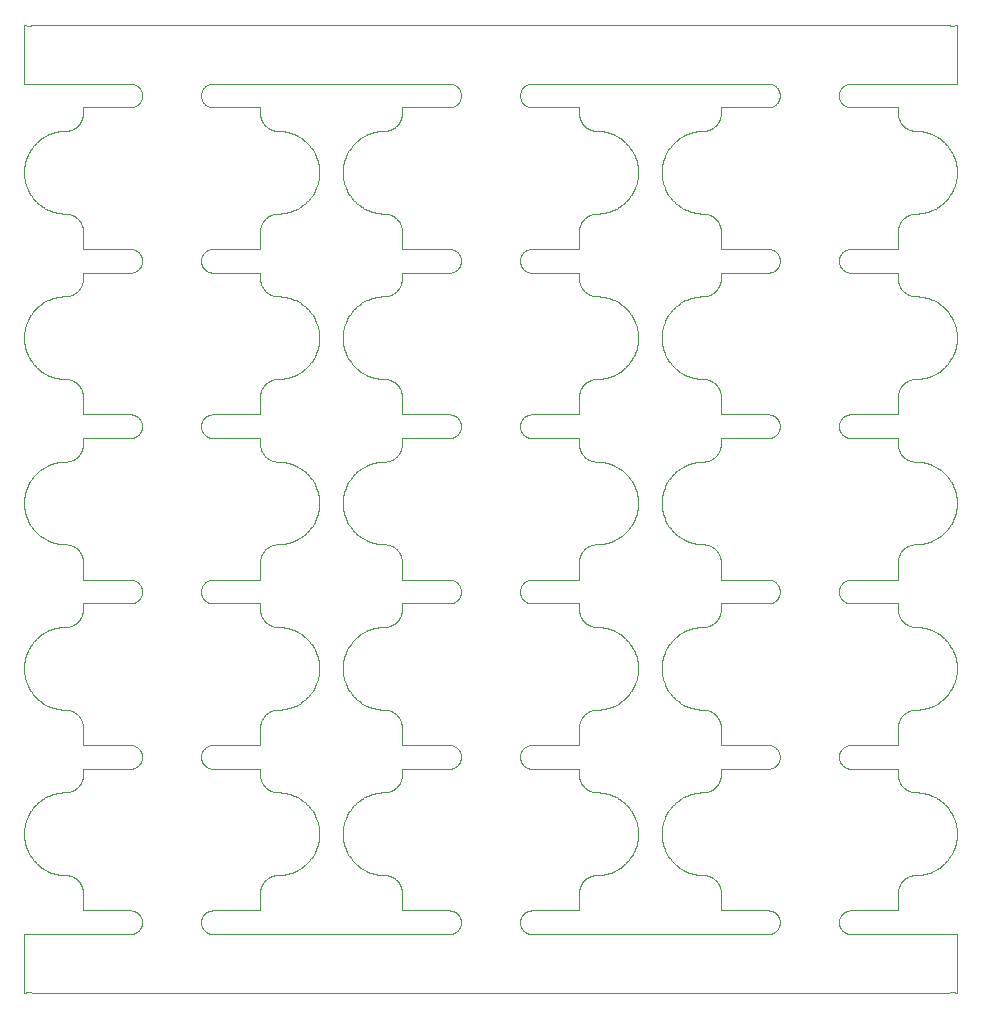
<source format=gm1>
G04 #@! TF.GenerationSoftware,KiCad,Pcbnew,6.0.9-8da3e8f707~116~ubuntu20.04.1*
G04 #@! TF.CreationDate,2023-04-16T18:25:48+00:00*
G04 #@! TF.ProjectId,LEC005001-panel,4c454330-3035-4303-9031-2d70616e656c,rev?*
G04 #@! TF.SameCoordinates,Original*
G04 #@! TF.FileFunction,Profile,NP*
%FSLAX46Y46*%
G04 Gerber Fmt 4.6, Leading zero omitted, Abs format (unit mm)*
G04 Created by KiCad (PCBNEW 6.0.9-8da3e8f707~116~ubuntu20.04.1) date 2023-04-16 18:25:48*
%MOMM*%
%LPD*%
G01*
G04 APERTURE LIST*
G04 #@! TA.AperFunction,Profile*
%ADD10C,0.100000*%
G04 #@! TD*
G04 APERTURE END LIST*
D10*
X59005341Y-63000721D02*
X59004888Y-63000908D01*
X31436612Y-16329770D02*
X31456429Y-16345928D01*
X78347718Y-28532801D02*
X78431979Y-28409212D01*
X31494679Y-58378765D02*
X31513653Y-58395907D01*
X55239807Y-57172906D02*
X55239996Y-57173068D01*
X47884466Y-22867909D02*
X47861232Y-22857233D01*
X24871173Y-27435859D02*
X24908083Y-27290905D01*
X31999446Y-21006892D02*
X31999302Y-21007360D01*
X24130997Y-14806538D02*
X24131160Y-14806349D01*
X74282690Y-8377225D02*
X74253891Y-8335849D01*
X31456429Y-64654071D02*
X31436612Y-64670229D01*
X15056786Y-6343519D02*
X15041543Y-6297380D01*
X2793489Y-43927881D02*
X2817433Y-43932722D01*
X36154174Y-20989281D02*
X36105948Y-20995229D01*
X32010913Y-21000002D02*
X32008688Y-21000057D01*
X4988030Y-35676764D02*
X4984800Y-35702129D01*
X24242696Y-10327526D02*
X24227466Y-10308428D01*
X4984800Y-59297870D02*
X4988030Y-59323235D01*
X36998912Y-19990122D02*
X36998912Y-20009877D01*
X54009940Y-40226039D02*
X54009918Y-40226287D01*
X3600166Y-58003850D02*
X3625523Y-58005781D01*
X58998993Y-46990681D02*
X58999041Y-46991169D01*
X9249461Y-47029671D02*
X9296292Y-47042631D01*
X30971815Y-72076946D02*
X30996011Y-72085216D01*
X48685526Y-65005264D02*
X48661188Y-65004048D01*
X3336884Y-57995960D02*
X3549540Y-58001290D01*
X15565633Y-47095053D02*
X15610056Y-47075362D01*
X20025168Y-7777129D02*
X20020657Y-7751960D01*
X77758016Y-9827093D02*
X77757827Y-9826931D01*
X31998912Y-45512605D02*
X31998912Y-46987727D01*
X54461860Y-70239050D02*
X54461982Y-70239268D01*
X68998912Y-75990122D02*
X69000107Y-75941423D01*
X32006299Y-46999583D02*
X32006775Y-46999702D01*
X4998915Y-74987972D02*
X4998969Y-74990190D01*
X5002791Y-7002162D02*
X5002412Y-7002472D01*
X78947597Y-27095440D02*
X78969891Y-26947531D01*
X74328682Y-30562299D02*
X74344840Y-30542482D01*
X36804085Y-20599740D02*
X36774190Y-20638047D01*
X27474196Y-52739576D02*
X27461982Y-52760731D01*
X54379062Y-10914272D02*
X54378951Y-10914495D01*
X4436612Y-64670229D02*
X4396747Y-64701087D01*
X74297824Y-58602164D02*
X74328682Y-58562299D01*
X24445503Y-10611726D02*
X24445370Y-10611515D01*
X3336635Y-9004048D02*
X3312297Y-9005264D01*
X32004470Y-32998877D02*
X32004914Y-32999087D01*
X29313424Y-29792812D02*
X29313659Y-29792894D01*
X73986894Y-46999996D02*
X73989115Y-46999942D01*
X28109382Y-43056976D02*
X28109563Y-43057148D01*
X77161927Y-51420653D02*
X77161706Y-51420536D01*
X24694025Y-11071983D02*
X24693925Y-11071754D01*
X51812393Y-39373581D02*
X51761234Y-39233021D01*
X48221782Y-30026256D02*
X48246951Y-30021745D01*
X27027898Y-40947284D02*
X27027932Y-40947531D01*
X27650105Y-70532801D02*
X27650248Y-70533006D01*
X770515Y-14691764D02*
X866663Y-14806349D01*
X77028376Y-43647814D02*
X77028599Y-43647703D01*
X27866826Y-28806538D02*
X27882990Y-28824854D01*
X3600166Y-16003850D02*
X3625523Y-16005781D01*
X24989746Y-26749103D02*
X24997202Y-26599709D01*
X2290469Y-43784457D02*
X2313424Y-43792812D01*
X54236589Y-67233021D02*
X54185430Y-67373581D01*
X31248593Y-36798728D02*
X31204516Y-36823193D01*
X15522230Y-62883099D02*
X15479951Y-62859148D01*
X59006775Y-46999702D02*
X59007256Y-46999798D01*
X54650105Y-42532801D02*
X54650248Y-42533006D01*
X30138054Y-43981057D02*
X30138301Y-43981085D01*
X27313945Y-41950511D02*
X27314050Y-41950737D01*
X76707587Y-71784369D02*
X76846828Y-71729721D01*
X20003656Y-59387004D02*
X20004693Y-59373388D01*
X74282690Y-64377225D02*
X74253891Y-64335849D01*
X32000768Y-49004279D02*
X32000495Y-49004686D01*
X5010939Y-32999996D02*
X5011184Y-33000000D01*
X55537556Y-29398461D02*
X55537764Y-29398599D01*
X36432190Y-47095053D02*
X36475593Y-47116900D01*
X54177567Y-69603027D02*
X54185348Y-69626183D01*
X54126715Y-11563899D02*
X54126650Y-11564140D01*
X74394819Y-16485258D02*
X74429551Y-16448720D01*
X57336635Y-71995951D02*
X57336884Y-71995960D01*
X63202050Y-19019025D02*
X63249461Y-19029671D01*
X69003682Y-75892963D02*
X69009630Y-75844737D01*
X2479031Y-43847810D02*
X2479270Y-43847881D01*
X74684412Y-44240908D02*
X74727194Y-44214242D01*
X73995760Y-46997192D02*
X73996107Y-46996845D01*
X74815971Y-44164967D02*
X74861232Y-44142766D01*
X58784669Y-64271717D02*
X58758003Y-64314499D01*
X31743932Y-22335849D02*
X31715133Y-22377225D01*
X58962507Y-21826509D02*
X58956727Y-21851417D01*
X23995521Y-70952533D02*
X23995697Y-70952357D01*
X54770357Y-70691571D02*
X54770515Y-70691764D01*
X73994216Y-32998396D02*
X73994623Y-32998124D01*
X54565706Y-42409005D02*
X54565844Y-42409212D01*
X22542373Y-71840534D02*
X22684164Y-71792894D01*
X15989034Y-33000000D02*
X19986649Y-33000000D01*
X76518792Y-9152189D02*
X76518553Y-9152118D01*
X22374564Y-15888393D02*
X22518553Y-15847881D01*
X24694025Y-25071983D02*
X24693925Y-25071754D01*
X36979886Y-76203138D02*
X36969240Y-76250549D01*
X27390206Y-56107465D02*
X27390323Y-56107686D01*
X47861232Y-30142766D02*
X47884466Y-30132090D01*
X76180390Y-51067277D02*
X76180145Y-51067231D01*
X3971815Y-16076946D02*
X3996011Y-16085216D01*
X42989034Y-21000000D02*
X42940335Y-20998804D01*
X42891875Y-75004770D02*
X42940335Y-75001195D01*
X63994141Y-33892963D02*
X63997716Y-33941423D01*
X15115812Y-20476681D02*
X15093965Y-20433278D01*
X76008189Y-37037541D02*
X75859769Y-37018942D01*
X31995072Y-45398884D02*
X31997625Y-45449232D01*
X21172402Y-36963595D02*
X21147494Y-36957815D01*
X22869569Y-37279861D02*
X22847059Y-37270372D01*
X23738921Y-57188928D02*
X23739114Y-57188770D01*
X78618761Y-56085727D02*
X78618872Y-56085504D01*
X390206Y-14107465D02*
X390323Y-14107686D01*
X5005802Y-21000557D02*
X5005341Y-21000721D01*
X63249461Y-6970328D02*
X63202050Y-6980974D01*
X29290236Y-71784369D02*
X29290469Y-71784457D01*
X55663415Y-37520245D02*
X55537764Y-37601400D01*
X42255372Y-33325158D02*
X42288878Y-33289966D01*
X47503144Y-16378765D02*
X47541394Y-16345928D01*
X50888441Y-57056976D02*
X50995521Y-56952533D01*
X58669141Y-44562299D02*
X58699999Y-44602164D01*
X2290469Y-65215542D02*
X2290236Y-65215630D01*
X78694025Y-39071983D02*
X78693925Y-39071754D01*
X78913577Y-69266846D02*
X78913630Y-69266603D01*
X47282690Y-44622774D02*
X47297824Y-44602164D01*
X27089682Y-67709337D02*
X27084246Y-67733153D01*
X46986884Y-21000003D02*
X46986639Y-21000000D01*
X19989115Y-32999942D02*
X19989604Y-32999918D01*
X14998912Y-47990122D02*
X15000107Y-47941423D01*
X27008077Y-54250896D02*
X27000621Y-54400290D01*
X5004445Y-35001117D02*
X5004013Y-35001348D01*
X15655392Y-62942125D02*
X15610056Y-62924637D01*
X36475593Y-5116900D02*
X36517872Y-5140851D01*
X15041543Y-61702619D02*
X15056786Y-61656480D01*
X36988193Y-34155262D02*
X36979886Y-34203138D01*
X15360864Y-48775278D02*
X15324070Y-48743539D01*
X3312049Y-43994719D02*
X3312297Y-43994735D01*
X27084193Y-41266603D02*
X27084246Y-41266846D01*
X59006746Y-63000296D02*
X59006271Y-63000415D01*
X4962507Y-73173490D02*
X4972655Y-73222870D01*
X73995009Y-7002170D02*
X73994615Y-7001878D01*
X58886701Y-22068118D02*
X58866821Y-22114445D01*
X9057488Y-75001195D02*
X9105948Y-75004770D01*
X55537764Y-29398599D02*
X55663415Y-29479754D01*
X57625523Y-8994218D02*
X57600166Y-8996149D01*
X15017937Y-76203138D02*
X15009630Y-76155262D01*
X77183380Y-9432336D02*
X77161927Y-9420653D01*
X78987333Y-81994420D02*
X78987824Y-81994432D01*
X24820256Y-53396972D02*
X24812475Y-53373816D01*
X50888260Y-71057148D02*
X50888441Y-71056976D01*
X27185348Y-55626183D02*
X27185430Y-55626418D01*
X31921965Y-7972903D02*
X31913695Y-7997099D01*
X30776041Y-44026256D02*
X30825421Y-44036404D01*
X54245696Y-55790181D02*
X54303798Y-55928016D01*
X4376137Y-22716221D02*
X4334761Y-22745020D01*
X76518553Y-23152118D02*
X76374564Y-23111606D01*
X47727194Y-36785757D02*
X47684412Y-36759091D01*
X69399171Y-20805173D02*
X69360864Y-20775278D01*
X20002751Y-63601115D02*
X20000198Y-63550767D01*
X69479951Y-48859148D02*
X69438899Y-48833152D01*
X51227308Y-38308235D02*
X51131160Y-38193650D01*
X31937057Y-73075196D02*
X31944091Y-73099779D01*
X664656Y-10446959D02*
X664508Y-10447159D01*
X2817433Y-57932722D02*
X2817678Y-57932768D01*
X22032837Y-71958742D02*
X22180145Y-71932768D01*
X78997202Y-12400290D02*
X78989746Y-12250896D01*
X31784669Y-8271717D02*
X31758003Y-8314499D01*
X28663627Y-43479886D02*
X28684471Y-43492624D01*
X15522230Y-20883099D02*
X15479951Y-20859148D01*
X27185348Y-39373816D02*
X27177567Y-39396972D01*
X73993353Y-35001122D02*
X73992909Y-35000912D01*
X63742451Y-47325158D02*
X63774190Y-47361952D01*
X5006775Y-60999702D02*
X5007256Y-60999798D01*
X42655392Y-19057874D02*
X42701531Y-19042631D01*
X24987883Y-54226039D02*
X24972990Y-54077202D01*
X28002126Y-14952357D02*
X28002302Y-14952533D01*
X63517872Y-34859148D02*
X63475593Y-34883099D01*
X42000107Y-33941423D02*
X42003682Y-33892963D01*
X63517872Y-33140851D02*
X63558924Y-33166847D01*
X49684399Y-15792812D02*
X49707354Y-15784457D01*
X63558924Y-5166847D02*
X63598652Y-5194826D01*
X20541394Y-22654071D02*
X20503144Y-22621234D01*
X58913695Y-21997099D02*
X58896187Y-22044373D01*
X74075858Y-63972903D02*
X74060766Y-63924803D01*
X19996437Y-74996482D02*
X19996748Y-74996103D01*
X31550191Y-16430639D02*
X31568272Y-16448720D01*
X49847059Y-65270372D02*
X49846828Y-65270278D01*
X27009940Y-68226039D02*
X27009918Y-68226287D01*
X51908141Y-53709337D02*
X51908083Y-53709094D01*
X58984800Y-7702129D02*
X58977166Y-7751960D01*
X36673753Y-47256460D02*
X36708945Y-47289966D01*
X31136591Y-30142766D02*
X31181852Y-30164967D01*
X1258902Y-29188928D02*
X1375849Y-29282190D01*
X29647415Y-37105455D02*
X29647173Y-37105513D01*
X4962507Y-49826509D02*
X4956727Y-49851417D01*
X78996218Y-4995295D02*
X78996470Y-4994874D01*
X31998874Y-49012001D02*
X31998871Y-49012246D01*
X76847059Y-71729627D02*
X76869569Y-71720138D01*
X42399171Y-48805173D02*
X42360864Y-48775278D01*
X76032837Y-51041257D02*
X76032591Y-51041216D01*
X59002049Y-49002800D02*
X59001702Y-49003146D01*
X69655392Y-61057874D02*
X69701531Y-61042631D01*
X78990726Y-5998D02*
X78990253Y-5867D01*
X4997625Y-45449232D02*
X4998592Y-45487398D01*
X19993362Y-74998879D02*
X19993795Y-74998648D01*
X59000517Y-60995295D02*
X59000790Y-60995703D01*
X50995697Y-14952357D02*
X51012754Y-14934870D01*
X57971815Y-72076946D02*
X57996011Y-72085216D01*
X78913577Y-27266846D02*
X78913630Y-27266603D01*
X755127Y-10327526D02*
X754974Y-10327723D01*
X36636959Y-48775278D02*
X36598652Y-48805173D01*
X146729Y-81946357D02*
X193864Y-81934550D01*
X133401Y-13459855D02*
X177491Y-13602789D01*
X42748362Y-33029671D02*
X42795773Y-33019025D01*
X27883157Y-42825039D02*
X27984898Y-42934689D01*
X77313138Y-65507248D02*
X77183597Y-65432458D01*
X30312297Y-29994735D02*
X30336635Y-29995951D01*
X54050226Y-25904559D02*
X54027932Y-26052468D01*
X54650105Y-24467198D02*
X54565844Y-24590787D01*
X4998592Y-73487398D02*
X4998912Y-73512605D01*
X54474196Y-14260423D02*
X54474323Y-14260638D01*
X29647415Y-43894544D02*
X29793245Y-43927829D01*
X78299947Y-81953351D02*
X78323004Y-81946357D01*
X31620146Y-50495767D02*
X31603004Y-50514741D01*
X63636959Y-61224721D02*
X63673753Y-61256460D01*
X78761234Y-53233021D02*
X78761145Y-53232788D01*
X23460267Y-29398461D02*
X23480450Y-29384701D01*
X51913577Y-27266846D02*
X51913630Y-27266603D01*
X9940Y-40773960D02*
X24833Y-40922797D01*
X54379062Y-24914272D02*
X54378951Y-24914495D01*
X20297824Y-72602164D02*
X20328682Y-72562299D01*
X74749230Y-64798728D02*
X74727194Y-64785757D01*
X48246951Y-16021745D02*
X48296782Y-16014111D01*
X4456429Y-50654071D02*
X4436612Y-50670229D01*
X20561211Y-58329770D02*
X20601076Y-58298912D01*
X27245602Y-67210049D02*
X27236678Y-67232788D01*
X32006271Y-21000415D02*
X32005802Y-21000557D01*
X31494679Y-30378765D02*
X31513653Y-30395907D01*
X621Y-68599709D02*
X8077Y-68749103D01*
X27245602Y-69789950D02*
X27245696Y-69790181D01*
X27054555Y-25880011D02*
X27054508Y-25880256D01*
X36832064Y-48560012D02*
X36804085Y-48599740D01*
X42074274Y-75611144D02*
X42093965Y-75566721D01*
X27000621Y-26400290D02*
X27000611Y-26400539D01*
X21372300Y-58005781D02*
X21397657Y-58003850D01*
X20001530Y-73424053D02*
X20003656Y-73387004D01*
X58603004Y-16485258D02*
X58620146Y-16504232D01*
X42989034Y-5000000D02*
X63008789Y-5000000D01*
X74053732Y-59099779D02*
X74060766Y-59075196D01*
X27084193Y-11733396D02*
X27054555Y-11880011D01*
X24131160Y-70806349D02*
X24227308Y-70691764D01*
X36432190Y-34904946D02*
X36387767Y-34924637D01*
X58396747Y-16298912D02*
X58436612Y-16329770D01*
X42324070Y-47256460D02*
X42360864Y-47224721D01*
X28684471Y-71492624D02*
X28684685Y-71492751D01*
X36858060Y-34518960D02*
X36832064Y-34560012D01*
X24969925Y-54947284D02*
X24972962Y-54923045D01*
X47020657Y-35751960D02*
X47013023Y-35702129D01*
X28969447Y-65352185D02*
X28969224Y-65352296D01*
X28684685Y-65507248D02*
X28684471Y-65507375D01*
X73998782Y-49008830D02*
X73998710Y-49008344D01*
X74954538Y-50897275D02*
X74930793Y-50887789D01*
X20954538Y-8897275D02*
X20930793Y-8887789D01*
X24683773Y-53049262D02*
X24618872Y-52914495D01*
X1814443Y-9432336D02*
X1814226Y-9432458D01*
X50870353Y-15073763D02*
X50888260Y-15057148D01*
X721382Y-81959859D02*
X721619Y-81959922D01*
X63708945Y-48710033D02*
X63673753Y-48743539D01*
X76869569Y-37279861D02*
X76847059Y-37270372D01*
X50266Y-25904313D02*
X50226Y-25904559D01*
X77183597Y-15567541D02*
X77313138Y-15492751D01*
X50602305Y-29297093D02*
X50621777Y-29282343D01*
X50183597Y-71567541D02*
X50313138Y-71492751D01*
X50602305Y-9702906D02*
X50602104Y-9702758D01*
X4396747Y-44298912D02*
X4436612Y-44329770D01*
X49869797Y-23279960D02*
X49869569Y-23279861D01*
X73990567Y-35000201D02*
X73990081Y-35000129D01*
X32008688Y-35000057D02*
X32008198Y-35000081D01*
X57996011Y-22914783D02*
X57971815Y-22923053D01*
X23028376Y-29647814D02*
X23028599Y-29647703D01*
X31436612Y-8670229D02*
X31396747Y-8701087D01*
X50460267Y-9601538D02*
X50460059Y-9601400D01*
X5001372Y-7003508D02*
X5001061Y-7003886D01*
X19997566Y-46994881D02*
X19997798Y-46994449D01*
X78432117Y-70409005D02*
X78445370Y-70388484D01*
X49846828Y-9270278D02*
X49707587Y-9215630D01*
X69940335Y-6998804D02*
X69891875Y-6995229D01*
X23621974Y-43282190D02*
X23738921Y-43188928D01*
X24820256Y-13603027D02*
X24820332Y-13602789D01*
X56623500Y-43888458D02*
X56647173Y-43894486D01*
X58956727Y-7851417D02*
X58944091Y-7900220D01*
X20141678Y-22137679D02*
X20131002Y-22114445D01*
X24947557Y-25904313D02*
X24943315Y-25880256D01*
X20111122Y-64068118D02*
X20101636Y-64044373D01*
X4396747Y-16298912D02*
X4436612Y-16329770D01*
X46997033Y-35004296D02*
X46996741Y-35003902D01*
X29455688Y-37159389D02*
X29455450Y-37159465D01*
X1376046Y-15282343D02*
X1395518Y-15297093D01*
X48448283Y-50998709D02*
X48397657Y-50996149D01*
X57923715Y-30061854D02*
X57971815Y-30076946D01*
X49869797Y-43720039D02*
X50006141Y-43658518D01*
X63475593Y-20883099D02*
X63432190Y-20904946D01*
X69288878Y-34710033D02*
X69255372Y-34674841D01*
X58962507Y-73173490D02*
X58972655Y-73222870D01*
X2150995Y-57729721D02*
X2290236Y-57784369D01*
X78333315Y-10447159D02*
X78333167Y-10446959D01*
X78012754Y-52065129D02*
X77995697Y-52047642D01*
X46998908Y-35012027D02*
X46998854Y-35009809D01*
X42093965Y-76433278D02*
X42074274Y-76388855D01*
X19992466Y-74999276D02*
X19992919Y-74999088D01*
X74053732Y-45099779D02*
X74060766Y-45075196D01*
X24347575Y-56533006D02*
X24347718Y-56532801D01*
X78683773Y-55950737D02*
X78683878Y-55950511D01*
X59002434Y-74997517D02*
X59002814Y-74997829D01*
X15003682Y-20107036D02*
X15000107Y-20058576D01*
X77006141Y-57658518D02*
X77006367Y-57658413D01*
X15940335Y-33001195D02*
X15989034Y-33000000D01*
X27000002Y-26575039D02*
X27000611Y-26599460D01*
X19998614Y-63007863D02*
X19998495Y-63007387D01*
X51947557Y-53904313D02*
X51943315Y-53880256D01*
X51012925Y-52065310D02*
X51012754Y-52065129D01*
X74621686Y-72283778D02*
X74663062Y-72254979D01*
X47663062Y-30254979D02*
X47684412Y-30240908D01*
X59004013Y-49001348D02*
X59003593Y-49001599D01*
X50995697Y-24047642D02*
X50995521Y-24047466D01*
X15093965Y-47566721D02*
X15115812Y-47523318D01*
X73996741Y-7003902D02*
X73996429Y-7003522D01*
X54508Y-41119743D02*
X54555Y-41119988D01*
X30162608Y-57983517D02*
X30162856Y-57983539D01*
X31886701Y-16931881D02*
X31896187Y-16955626D01*
X27027932Y-54052468D02*
X27027898Y-54052715D01*
X47013023Y-7702129D02*
X47009793Y-7676764D01*
X78989746Y-12749103D02*
X78997202Y-12599709D01*
X32004037Y-74998646D02*
X32004470Y-74998877D01*
X50621974Y-15282190D02*
X50738921Y-15188928D01*
X42003682Y-20107036D02*
X42000107Y-20058576D01*
X15288878Y-75289966D02*
X15324070Y-75256460D01*
X2128254Y-71720138D02*
X2150764Y-71729627D01*
X78130997Y-70806538D02*
X78131160Y-70806349D01*
X32000768Y-35004279D02*
X32000495Y-35004686D01*
X63969240Y-19749450D02*
X63979886Y-19796861D01*
X58999302Y-7007360D02*
X58999182Y-7007835D01*
X49707587Y-71784369D02*
X49846828Y-71729721D01*
X27984898Y-56934689D02*
X27985069Y-56934870D01*
X54008077Y-40749103D02*
X54008092Y-40749352D01*
X47954538Y-30102724D02*
X48001812Y-30085216D01*
X30162856Y-57983539D02*
X30312049Y-57994719D01*
X2964986Y-43958742D02*
X2965232Y-43958783D01*
X58998915Y-74987972D02*
X58998969Y-74990190D01*
X32005802Y-7000557D02*
X32005341Y-7000721D01*
X24997202Y-12599709D02*
X24997212Y-12599460D01*
X126715Y-27436100D02*
X133331Y-27459615D01*
X27898Y-26052715D02*
X24861Y-26076954D01*
X69056786Y-61656480D02*
X69074274Y-61611144D01*
X28258709Y-71188770D02*
X28258902Y-71188928D01*
X78913577Y-55266846D02*
X78913630Y-55266603D01*
X28395719Y-29297241D02*
X28517169Y-29384558D01*
X23739114Y-71188770D02*
X23757827Y-71173068D01*
X36475593Y-33116900D02*
X36517872Y-33140851D01*
X1002302Y-70952533D02*
X1109382Y-71056976D01*
X23621777Y-15282343D02*
X23621974Y-15282190D01*
X4998912Y-31512605D02*
X4998912Y-32987727D01*
X74503144Y-64621234D02*
X74484170Y-64604092D01*
X41998912Y-76009877D02*
X41998912Y-75990122D01*
X21372300Y-8994218D02*
X21322147Y-8989118D01*
X56647415Y-71894544D02*
X56793245Y-71927829D01*
X48859522Y-51018914D02*
X48835215Y-51016482D01*
X30750872Y-8978254D02*
X30701041Y-8985888D01*
X20377677Y-36495767D02*
X20344840Y-36457517D01*
X31998915Y-18987972D02*
X31998969Y-18990190D01*
X4998915Y-32987972D02*
X4998969Y-32990190D01*
X57549540Y-30001290D02*
X57600166Y-30003850D01*
X51820256Y-13603027D02*
X51820332Y-13602789D01*
X73997798Y-32994449D02*
X73998008Y-32994006D01*
X42223633Y-34638047D02*
X42193738Y-34599740D01*
X15000107Y-6058576D02*
X14998912Y-6009877D01*
X20053732Y-35900220D02*
X20041096Y-35851417D01*
X75660939Y-57995960D02*
X75661188Y-57995951D01*
X24114833Y-42824854D02*
X24130997Y-42806538D01*
X20447632Y-72430639D02*
X20484170Y-72395907D01*
X54027932Y-12052468D02*
X54027898Y-12052715D01*
X185430Y-41626418D02*
X236589Y-41766978D01*
X47561211Y-50670229D02*
X47541394Y-50654071D01*
X54565706Y-56409005D02*
X54565844Y-56409212D01*
X21026008Y-72076946D02*
X21074108Y-72061854D01*
X51812475Y-55626183D02*
X51820256Y-55603027D01*
X664508Y-24447159D02*
X650248Y-24466993D01*
X27177567Y-39396972D02*
X27177491Y-39397210D01*
X9475593Y-20883099D02*
X9432190Y-20904946D01*
X15522230Y-48883099D02*
X15479951Y-48859148D01*
X24618872Y-42085504D02*
X24683773Y-41950737D01*
X9636959Y-61224721D02*
X9673753Y-61256460D01*
X27882990Y-38175145D02*
X27866826Y-38193461D01*
X56965232Y-57958783D02*
X56989387Y-57962424D01*
X47053732Y-45099779D02*
X47060766Y-45075196D01*
X63708945Y-34710033D02*
X63673753Y-34743539D01*
X78947597Y-25904559D02*
X78947557Y-25904313D01*
X56965232Y-65041216D02*
X56964986Y-65041257D01*
X57549540Y-58001290D02*
X57600166Y-58003850D01*
X74002751Y-21601115D02*
X74000198Y-21550767D01*
X20484170Y-22604092D02*
X20447632Y-22569360D01*
X26999999Y-40425209D02*
X26999999Y-40574790D01*
X78445370Y-52611515D02*
X78432117Y-52590994D01*
X58944091Y-31099779D02*
X58956727Y-31148582D01*
X77313138Y-43492751D02*
X77313352Y-43492624D01*
X47000791Y-73461155D02*
X47001530Y-73424053D01*
X47954538Y-50897275D02*
X47930793Y-50887789D01*
X46997558Y-35005125D02*
X46997306Y-35004704D01*
X2647173Y-37105513D02*
X2623500Y-37111541D01*
X23621777Y-57282343D02*
X23621974Y-57282190D01*
X28663627Y-51520113D02*
X28663415Y-51520245D01*
X20447632Y-44430639D02*
X20484170Y-44395907D01*
X49707587Y-37215630D02*
X49707354Y-37215542D01*
X50870353Y-29073763D02*
X50888260Y-29057148D01*
X36708945Y-48710033D02*
X36673753Y-48743539D01*
X58886701Y-16931881D02*
X58896187Y-16955626D01*
X59011184Y-75000000D02*
X63008789Y-75000000D01*
X23738921Y-51811071D02*
X23621974Y-51717809D01*
X22707587Y-15784369D02*
X22846828Y-15729721D01*
X9598652Y-76805173D02*
X9558924Y-76833152D01*
X30138301Y-71981085D02*
X30162608Y-71983517D01*
X22032837Y-23041257D02*
X22032591Y-23041216D01*
X4962507Y-31173490D02*
X4972655Y-31222870D01*
X24908083Y-41290905D02*
X24908141Y-41290662D01*
X2964986Y-9041257D02*
X2817678Y-9067231D01*
X78607617Y-52892534D02*
X78607500Y-52892313D01*
X36979886Y-62203138D02*
X36969240Y-62250549D01*
X75221782Y-58026256D02*
X75246951Y-58021745D01*
X63708945Y-33289966D02*
X63742451Y-33325158D01*
X23334196Y-23520113D02*
X23313352Y-23507375D01*
X22008436Y-9037575D02*
X22008189Y-9037541D01*
X24864422Y-27459855D02*
X24864492Y-27459615D01*
X50870353Y-37926236D02*
X50870168Y-37926069D01*
X27084246Y-69266846D02*
X27089682Y-69290662D01*
X27770515Y-56691764D02*
X27866663Y-56806349D01*
X20749230Y-8798728D02*
X20727194Y-8785757D01*
X73998782Y-35008830D02*
X73998710Y-35008344D01*
X51972962Y-12923045D02*
X51972990Y-12922797D01*
X57312297Y-37005264D02*
X57312049Y-37005280D01*
X55537764Y-57398599D02*
X55663415Y-57479754D01*
X77480654Y-43384558D02*
X77602104Y-43297241D01*
X50480450Y-71384701D02*
X50480654Y-71384558D01*
X74060766Y-7924803D02*
X74053732Y-7900220D01*
X36558924Y-62833152D02*
X36517872Y-62859148D01*
X31743932Y-30664150D02*
X31758003Y-30685500D01*
X78989746Y-12250896D02*
X78989731Y-12250647D01*
X21685526Y-71994735D02*
X21685774Y-71994719D01*
X78990906Y-4999440D02*
X78991368Y-4999275D01*
X74075858Y-49972903D02*
X74060766Y-49924803D01*
X9804085Y-75400259D02*
X9832064Y-75439987D01*
X9742451Y-20674841D02*
X9708945Y-20710033D01*
X5007742Y-74999870D02*
X5008230Y-74999918D01*
X51012925Y-70934689D02*
X51114666Y-70825039D01*
X76350650Y-43894486D02*
X76374323Y-43888458D01*
X1109382Y-37943023D02*
X1002302Y-38047466D01*
X50313352Y-37507375D02*
X50313138Y-37507248D01*
X57825421Y-36963595D02*
X57776041Y-36973743D01*
X78535841Y-14239268D02*
X78535963Y-14239050D01*
X78947597Y-39904559D02*
X78947557Y-39904313D01*
X75859522Y-57981085D02*
X75859769Y-57981057D01*
X57850329Y-8957815D02*
X57825421Y-8963595D01*
X54664656Y-56553040D02*
X54754974Y-56672276D01*
X19989593Y-63000081D02*
X19989102Y-63000057D01*
X3138054Y-29981057D02*
X3138301Y-29981085D01*
X28239807Y-37827093D02*
X28127655Y-37926069D01*
X63979886Y-47796861D02*
X63988193Y-47844737D01*
X51693925Y-39071754D02*
X51683878Y-39049488D01*
X28239996Y-37826931D02*
X28239807Y-37827093D01*
X78431979Y-14409212D02*
X78432117Y-14409005D01*
X78985797Y-4999996D02*
X78988015Y-4999942D01*
X46994207Y-7001605D02*
X46993786Y-7001353D01*
X84193Y-25733396D02*
X54555Y-25880011D01*
X78984921Y-5998D02*
X78984455Y-6152D01*
X75859769Y-29981057D02*
X76008189Y-29962458D01*
X69165759Y-47439987D02*
X69193738Y-47400259D01*
X47561211Y-36670229D02*
X47541394Y-36654071D01*
X5007711Y-63000129D02*
X5007226Y-63000201D01*
X59004013Y-63001348D02*
X59003593Y-63001599D01*
X47000198Y-35550767D02*
X46999231Y-35512601D01*
X73998912Y-7012272D02*
X73998908Y-7012027D01*
X78812393Y-53373581D02*
X78761234Y-53233021D01*
X28991682Y-23341481D02*
X28991456Y-23341586D01*
X76846828Y-37270278D02*
X76707587Y-37215630D01*
X78535841Y-52760731D02*
X78523627Y-52739576D01*
X31999328Y-60992612D02*
X31999471Y-60993082D01*
X69009630Y-20155262D02*
X69003682Y-20107036D01*
X32007256Y-32999798D02*
X32007742Y-32999870D01*
X31758003Y-44685500D02*
X31784669Y-44728282D01*
X89740Y-41290905D02*
X126650Y-41435859D01*
X46998866Y-46990202D02*
X46998923Y-46987982D01*
X9804085Y-6599740D02*
X9774190Y-6638047D01*
X2Y-12575039D02*
X611Y-12599460D01*
X78523500Y-66739361D02*
X78445503Y-66611726D01*
X54245602Y-39210049D02*
X54236678Y-39232788D01*
X51752127Y-53209818D02*
X51694025Y-53071983D01*
X36998912Y-47990122D02*
X36998912Y-48009877D01*
X78997212Y-26400539D02*
X78997202Y-26400290D01*
X24943268Y-53880011D02*
X24913630Y-53733396D01*
X19998008Y-74994006D02*
X19998196Y-74993553D01*
X9903858Y-19566721D02*
X9923549Y-19611144D01*
X22350408Y-29894544D02*
X22350650Y-29894486D01*
X47344840Y-30542482D02*
X47377677Y-30504232D01*
X47429551Y-64551279D02*
X47394819Y-64514741D01*
X23739114Y-43188770D02*
X23757827Y-43173068D01*
X5007742Y-18999870D02*
X5008230Y-18999918D01*
X55969447Y-9352185D02*
X55969224Y-9352296D01*
X48859522Y-15981085D02*
X48859769Y-15981057D01*
X5000517Y-18995295D02*
X5000790Y-18995703D01*
X185430Y-39373581D02*
X185348Y-39373816D01*
X4999041Y-18991169D02*
X4999113Y-18991655D01*
X4998912Y-18987727D02*
X4998915Y-18987972D01*
X74239820Y-8314499D02*
X74213154Y-8271717D01*
X36997716Y-48058576D02*
X36994141Y-48107036D01*
X7097Y-5998D02*
X6630Y-6152D01*
X48074108Y-36938145D02*
X48026008Y-36923053D01*
X36708945Y-61289966D02*
X36742451Y-61325158D01*
X47002751Y-49601115D02*
X47000198Y-49550767D01*
X770357Y-14691571D02*
X770515Y-14691764D01*
X36858060Y-6518960D02*
X36832064Y-6560012D01*
X4998912Y-73512605D02*
X4998912Y-74987727D01*
X1012272Y0D02*
X1012027Y-3D01*
X47035316Y-7826509D02*
X47025168Y-7777129D01*
X9558924Y-20833152D02*
X9517872Y-20859148D01*
X69748362Y-62970328D02*
X69701531Y-62957368D01*
X46992004Y-32999441D02*
X46992466Y-32999276D01*
X58603004Y-64514741D02*
X58568272Y-64551279D01*
X27552320Y-42388273D02*
X27552453Y-42388484D01*
X31652983Y-64457517D02*
X31620146Y-64495767D01*
X9708945Y-75289966D02*
X9742451Y-75325158D01*
X31999328Y-46992612D02*
X31999471Y-46993082D01*
X63342431Y-34942125D02*
X63296292Y-34957368D01*
X22204334Y-15927881D02*
X22204578Y-15927829D01*
X19998352Y-21006917D02*
X19998187Y-21006455D01*
X51131160Y-28806349D02*
X51227308Y-28691764D01*
X78242696Y-56672473D02*
X78242849Y-56672276D01*
X15009630Y-6155262D02*
X15003682Y-6107036D01*
X69891875Y-19004770D02*
X69940335Y-19001195D01*
X69655392Y-34942125D02*
X69610056Y-34924637D01*
X28991682Y-51341481D02*
X28991456Y-51341586D01*
X84193Y-55266603D02*
X84246Y-55266846D01*
X23183380Y-9432336D02*
X23161927Y-9420653D01*
X54008092Y-54250647D02*
X54008077Y-54250896D01*
X56647415Y-23105455D02*
X56647173Y-23105513D01*
X31962507Y-17173490D02*
X31972655Y-17222870D01*
X75448283Y-8998709D02*
X75397657Y-8996149D01*
X56817433Y-51067277D02*
X56793489Y-51072118D01*
X47163879Y-44817059D02*
X47175718Y-44794395D01*
X31715133Y-16622774D02*
X31743932Y-16664150D01*
X78445503Y-70388273D02*
X78523500Y-70260638D01*
X51989731Y-68250647D02*
X51987905Y-68226287D01*
X28109563Y-23942851D02*
X28109382Y-23943023D01*
X63558924Y-76833152D02*
X63517872Y-76859148D01*
X15028583Y-47749450D02*
X15041543Y-47702619D01*
X15193738Y-75400259D02*
X15223633Y-75361952D01*
X54054508Y-27119743D02*
X54054555Y-27119988D01*
X9858060Y-62518960D02*
X9832064Y-62560012D01*
X24693925Y-25071754D02*
X24683878Y-25049488D01*
X74447632Y-44430639D02*
X74484170Y-44395907D01*
X75246951Y-72021745D02*
X75296782Y-72014111D01*
X31494679Y-22621234D02*
X31456429Y-22654071D01*
X78523627Y-66739576D02*
X78523500Y-66739361D01*
X36008789Y-7000000D02*
X32011158Y-7000000D01*
X55836117Y-65420536D02*
X55835896Y-65420653D01*
X74025168Y-73222870D02*
X74035316Y-73173490D01*
X74344840Y-36457517D02*
X74328682Y-36437700D01*
X36858060Y-5481039D02*
X36882011Y-5523318D01*
X31067030Y-8887789D02*
X31043285Y-8897275D01*
X54479Y-23167D02*
X13826Y-6328D01*
X50995697Y-66047642D02*
X50995521Y-66047466D01*
X28537556Y-37601538D02*
X28517373Y-37615298D01*
X78694025Y-11071983D02*
X78693925Y-11071754D01*
X48147494Y-30042184D02*
X48172402Y-30036404D01*
X57162856Y-71983539D02*
X57312049Y-71994719D01*
X30923715Y-58061854D02*
X30971815Y-58076946D01*
X58113357Y-36867909D02*
X58067030Y-36887789D01*
X31181852Y-72164967D02*
X31204516Y-72176806D01*
X5000517Y-32995295D02*
X5000790Y-32995703D01*
X27313945Y-27950511D02*
X27314050Y-27950737D01*
X54664656Y-38446959D02*
X54664508Y-38447159D01*
X30312297Y-57994735D02*
X30336635Y-57995951D01*
X54008092Y-26250647D02*
X54008077Y-26250896D01*
X74663062Y-72254979D02*
X74684412Y-72240908D01*
X29623500Y-57888458D02*
X29647173Y-57894486D01*
X754974Y-42672276D02*
X755127Y-42672473D01*
X32006775Y-18999702D02*
X32007256Y-18999798D01*
X36008789Y-75000000D02*
X36057488Y-75001195D01*
X47297824Y-58602164D02*
X47328682Y-58562299D01*
X46998614Y-7007863D02*
X46998495Y-7007387D01*
X78992698Y-4998646D02*
X78993119Y-4998394D01*
X36202050Y-34980974D02*
X36154174Y-34989281D01*
X23602104Y-15297241D02*
X23602305Y-15297093D01*
X77006141Y-37341481D02*
X76869797Y-37279960D01*
X78943315Y-13119743D02*
X78947557Y-13095686D01*
X42843649Y-62989281D02*
X42795773Y-62980974D01*
X46989604Y-74999918D02*
X46990092Y-74999870D01*
X47601076Y-50701087D02*
X47561211Y-50670229D01*
X24607500Y-24892313D02*
X24535963Y-24760949D01*
X15255372Y-61325158D02*
X15288878Y-61289966D01*
X24130997Y-52193461D02*
X24114833Y-52175145D01*
X49032837Y-51041257D02*
X49032591Y-51041216D01*
X59007742Y-46999870D02*
X59008230Y-46999918D01*
X611Y-68400539D02*
X2Y-68424960D01*
X9998912Y-5990122D02*
X9998912Y-6009877D01*
X73997798Y-60994449D02*
X73998008Y-60994006D01*
X20084128Y-73002900D02*
X20101636Y-72955626D01*
X75859522Y-43981085D02*
X75859769Y-43981057D01*
X3850329Y-72042184D02*
X3899132Y-72054820D01*
X46986894Y-18999996D02*
X46989115Y-18999942D01*
X22374564Y-65111606D02*
X22374323Y-65111541D01*
X21246951Y-8978254D02*
X21221782Y-8973743D01*
X3138301Y-9018914D02*
X3138054Y-9018942D01*
X1395719Y-65702758D02*
X1395518Y-65702906D01*
X23758016Y-15172906D02*
X23870168Y-15073930D01*
X74727194Y-72214242D02*
X74749230Y-72201271D01*
X78242849Y-14672276D02*
X78333167Y-14553040D01*
X74111122Y-16931881D02*
X74131002Y-16885554D01*
X9918Y-12773712D02*
X9940Y-12773960D01*
X20503144Y-36621234D02*
X20484170Y-36604092D01*
X54461860Y-42239050D02*
X54461982Y-42239268D01*
X31784669Y-36271717D02*
X31758003Y-36314499D01*
X20253891Y-22335849D02*
X20239820Y-22314499D01*
X75660939Y-37004039D02*
X75448283Y-36998709D01*
X74035316Y-63826509D02*
X74025168Y-63777129D01*
X20429551Y-44448720D02*
X20447632Y-44430639D01*
X755127Y-56672473D02*
X770357Y-56691571D01*
X24820256Y-41603027D02*
X24820332Y-41602789D01*
X3776041Y-22973743D02*
X3750872Y-22978254D01*
X77602104Y-51702758D02*
X77480654Y-51615441D01*
X984898Y-42934689D02*
X985069Y-42934870D01*
X4699999Y-58602164D02*
X4715133Y-58622774D01*
X78864422Y-55459855D02*
X78864492Y-55459615D01*
X63387767Y-33075362D02*
X63432190Y-33095053D01*
X63598652Y-76805173D02*
X63558924Y-76833152D01*
X42074274Y-61611144D02*
X42093965Y-61566721D01*
X57899132Y-44054820D02*
X57923715Y-44061854D01*
X4999824Y-46993997D02*
X5000034Y-46994441D01*
X32003616Y-74998394D02*
X32004037Y-74998646D01*
X27303898Y-41928245D02*
X27313945Y-41950511D01*
X58513653Y-72395907D02*
X58550191Y-72430639D01*
X74084128Y-21997099D02*
X74075858Y-21972903D01*
X78523500Y-10739361D02*
X78445503Y-10611726D01*
X58999302Y-35007360D02*
X58999182Y-35007835D01*
X4833944Y-44817059D02*
X4856145Y-44862320D01*
X2590Y-81991148D02*
X2928Y-81991503D01*
X21246951Y-16021745D02*
X21296782Y-16014111D01*
X77313352Y-71492624D02*
X77334196Y-71479886D01*
X58856145Y-16862320D02*
X58866821Y-16885554D01*
X27024861Y-12076954D02*
X27024833Y-12077202D01*
X19993353Y-35001122D02*
X19992909Y-35000912D01*
X30850329Y-44042184D02*
X30899132Y-44054820D01*
X50460267Y-71398461D02*
X50480450Y-71384701D01*
X31204516Y-30176806D02*
X31248593Y-30201271D01*
X36903858Y-75566721D02*
X36923549Y-75611144D01*
X74749230Y-8798728D02*
X74727194Y-8785757D01*
X31995072Y-17398884D02*
X31997625Y-17449232D01*
X21397657Y-50996149D02*
X21372300Y-50994218D01*
X27126650Y-41435859D02*
X27126715Y-41436100D01*
X54565706Y-38590994D02*
X54552453Y-38611515D01*
X76707354Y-15784457D02*
X76707587Y-15784369D01*
X78871108Y-27436100D02*
X78871173Y-27435859D01*
X58113357Y-64867909D02*
X58067030Y-64887789D01*
X36249461Y-5029671D02*
X36296292Y-5042631D01*
X3750872Y-30021745D02*
X3776041Y-30026256D01*
X19995389Y-35002482D02*
X19995009Y-35002170D01*
X78131160Y-14806349D02*
X78227308Y-14691764D01*
X57701041Y-36985888D02*
X57675676Y-36989118D01*
X27050266Y-53904313D02*
X27050226Y-53904559D01*
X3336635Y-51004048D02*
X3312297Y-51005264D01*
X78752221Y-39210049D02*
X78752127Y-39209818D01*
X55991682Y-37341481D02*
X55991456Y-37341586D01*
X56150995Y-51270278D02*
X56150764Y-51270372D01*
X54000611Y-12400539D02*
X54000002Y-12424960D01*
X51947557Y-25904313D02*
X51943315Y-25880256D01*
X31886701Y-22068118D02*
X31866821Y-22114445D01*
X23334408Y-51520245D02*
X23334196Y-51520113D01*
X20861232Y-8857233D02*
X20815971Y-8835032D01*
X73995397Y-60997521D02*
X73995760Y-60997192D01*
X51130997Y-56806538D02*
X51131160Y-56806349D01*
X54664508Y-24447159D02*
X54650248Y-24466993D01*
X1127655Y-29073930D02*
X1239807Y-29172906D01*
X54379062Y-14085727D02*
X54390206Y-14107465D01*
X48074108Y-8938145D02*
X48026008Y-8923053D01*
X793005Y-22196D02*
X721619Y-40077D01*
X63941037Y-20343519D02*
X63923549Y-20388855D01*
X19991524Y-21000416D02*
X19991048Y-21000297D01*
X75172402Y-30036404D02*
X75221782Y-30026256D01*
X78535963Y-14239050D02*
X78607500Y-14107686D01*
X1002302Y-38047466D02*
X1002126Y-38047642D01*
X4999328Y-60992612D02*
X4999471Y-60993082D01*
X4113357Y-16132090D02*
X4136591Y-16142766D01*
X36956280Y-61702619D02*
X36969240Y-61749450D01*
X20749230Y-22798728D02*
X20727194Y-22785757D01*
X59002434Y-32997517D02*
X59002814Y-32997829D01*
X4136591Y-64857233D02*
X4113357Y-64867909D01*
X22847059Y-43729627D02*
X22869569Y-43720138D01*
X24114666Y-24174960D02*
X24012925Y-24065310D01*
X770357Y-42691571D02*
X770515Y-42691764D01*
X24333315Y-70552840D02*
X24347575Y-70533006D01*
X58833944Y-36182940D02*
X58822105Y-36205604D01*
X57750872Y-64978254D02*
X57701041Y-64985888D01*
X24972962Y-68923045D02*
X24972990Y-68922797D01*
X9997716Y-61941423D02*
X9998912Y-61990122D01*
X42003682Y-33892963D02*
X42009630Y-33844737D01*
X74815971Y-58164967D02*
X74861232Y-58142766D01*
X4758003Y-8314499D02*
X4743932Y-8335849D01*
X299Y-13137D02*
X192Y-13616D01*
X54552453Y-70388484D02*
X54565706Y-70409005D01*
X76350650Y-23105513D02*
X76350408Y-23105455D01*
X75147494Y-30042184D02*
X75172402Y-30036404D01*
X69655392Y-48942125D02*
X69610056Y-48924637D01*
X59002814Y-18997829D02*
X59003208Y-18998121D01*
X58937057Y-63924803D02*
X58921965Y-63972903D01*
X56313424Y-65207187D02*
X56290469Y-65215542D01*
X78947597Y-69095440D02*
X78969891Y-68947531D01*
X30850329Y-58042184D02*
X30899132Y-58054820D01*
X78820332Y-39397210D02*
X78820256Y-39396972D01*
X15940335Y-5001195D02*
X15989034Y-5000000D01*
X19998854Y-7009809D02*
X19998854Y-7009809D01*
X31998912Y-74987727D02*
X31998915Y-74987972D01*
X303798Y-55928016D02*
X303898Y-55928245D01*
X74447632Y-22569360D02*
X74429551Y-22551279D01*
X54050266Y-27095686D02*
X54054508Y-27119743D01*
X36202050Y-75019025D02*
X36249461Y-75029671D01*
X76684164Y-37207105D02*
X76542373Y-37159465D01*
X51347575Y-56533006D02*
X51347718Y-56532801D01*
X50758016Y-43172906D02*
X50870168Y-43073930D01*
X69565633Y-33095053D02*
X69610056Y-33075362D01*
X54245696Y-27790181D02*
X54303798Y-27928016D01*
X5007711Y-35000129D02*
X5007226Y-35000201D01*
X28002126Y-66047642D02*
X27985069Y-66065129D01*
X793243Y-22139D02*
X793005Y-22196D01*
X74175718Y-50205604D02*
X74163879Y-50182940D01*
X3162608Y-23016482D02*
X3138301Y-23018914D01*
X30899132Y-44054820D02*
X30923715Y-44061854D01*
X51242849Y-42672276D02*
X51333167Y-42553040D01*
X461860Y-42239050D02*
X461982Y-42239268D01*
X15017937Y-48203138D02*
X15009630Y-48155262D01*
X54552453Y-66611515D02*
X54552320Y-66611726D01*
X297Y-4992136D02*
X416Y-4992612D01*
X47344840Y-58542482D02*
X47377677Y-58504232D01*
X47141678Y-8137679D02*
X47131002Y-8114445D01*
X4444Y-81992747D02*
X4858Y-81993009D01*
X47025168Y-49777129D02*
X47020657Y-49751960D01*
X42115812Y-76476681D02*
X42093965Y-76433278D01*
X42255372Y-47325158D02*
X42288878Y-47289966D01*
X19998841Y-74990692D02*
X19998866Y-74990202D01*
X63979886Y-20203138D02*
X63969240Y-20250549D01*
X63832064Y-47439987D02*
X63858060Y-47481039D01*
X54054555Y-25880011D02*
X54054508Y-25880256D01*
X20749230Y-72201271D02*
X20793307Y-72176806D01*
X28375849Y-9717809D02*
X28258902Y-9811071D01*
X21098691Y-36945179D02*
X21074108Y-36938145D01*
X5002071Y-60997188D02*
X5002434Y-60997517D01*
X27133331Y-55459615D02*
X27133401Y-55459855D01*
X21098691Y-22945179D02*
X21074108Y-22938145D01*
X77995697Y-70952357D02*
X78012754Y-70934870D01*
X77183380Y-71567663D02*
X77183597Y-71567541D01*
X9708945Y-61289966D02*
X9742451Y-61325158D01*
X883157Y-38174960D02*
X882990Y-38175145D01*
X69565633Y-47095053D02*
X69610056Y-47075362D01*
X15115812Y-75523318D02*
X15139763Y-75481039D01*
X5010913Y-35000002D02*
X5008688Y-35000057D01*
X78989731Y-40749352D02*
X78989746Y-40749103D01*
X51987883Y-26226039D02*
X51972990Y-26077202D01*
X56647173Y-65105513D02*
X56623500Y-65111541D01*
X20025168Y-49777129D02*
X20020657Y-49751960D01*
X51431979Y-24590787D02*
X51347718Y-24467198D01*
X4998874Y-35012001D02*
X4998871Y-35012246D01*
X48397657Y-36996149D02*
X48372300Y-36994218D01*
X78997775Y-81985412D02*
X78997812Y-81984923D01*
X4913695Y-45002900D02*
X4921965Y-45027096D01*
X23334196Y-51520113D02*
X23313352Y-51507375D01*
X2647173Y-51105513D02*
X2623500Y-51111541D01*
X75322147Y-58010881D02*
X75372300Y-58005781D01*
X20447632Y-36569360D02*
X20429551Y-36551279D01*
X50334196Y-29479886D02*
X50334408Y-29479754D01*
X36923549Y-6388855D02*
X36903858Y-6433278D01*
X9923549Y-62388855D02*
X9903858Y-62433278D01*
X36202050Y-62980974D02*
X36154174Y-62989281D01*
X73996748Y-74996103D02*
X73997041Y-74995709D01*
X78009836Y-593D02*
X77985796Y-3D01*
X51864492Y-25540384D02*
X51864422Y-25540144D01*
X76374564Y-51111606D02*
X76374323Y-51111541D01*
X46986894Y-32999996D02*
X46989115Y-32999942D01*
X55002302Y-28952533D02*
X55109382Y-29056976D01*
X20163879Y-50182940D02*
X20141678Y-50137679D01*
X32000265Y-74994874D02*
X32000517Y-74995295D01*
X50621777Y-43282343D02*
X50621974Y-43282190D01*
X24012754Y-52065129D02*
X23995697Y-52047642D01*
X74075858Y-73027096D02*
X74084128Y-73002900D01*
X49204334Y-29927881D02*
X49204578Y-29927829D01*
X78012754Y-38065129D02*
X77995697Y-38047642D01*
X56128254Y-9279861D02*
X56128026Y-9279960D01*
X58999113Y-74991655D02*
X58999209Y-74992136D01*
X47861232Y-50857233D02*
X47815971Y-50835032D01*
X75221782Y-36973743D02*
X75172402Y-36963595D01*
X42000107Y-6058576D02*
X41998912Y-6009877D01*
X28517373Y-65615298D02*
X28517169Y-65615441D01*
X23738921Y-9811071D02*
X23621974Y-9717809D01*
X69193738Y-62599740D02*
X69165759Y-62560012D01*
X51913577Y-55266846D02*
X51913630Y-55266603D01*
X24997212Y-68599460D02*
X24997821Y-68575039D01*
X28127470Y-65926236D02*
X28109563Y-65942851D01*
X78988804Y-5615D02*
X78988314Y-5579D01*
X69041543Y-76297380D02*
X69028583Y-76250549D01*
X51969925Y-68947284D02*
X51972962Y-68923045D01*
X9636959Y-33224721D02*
X9673753Y-33256460D01*
X51114666Y-10174960D02*
X51012925Y-10065310D01*
X28002302Y-38047466D02*
X28002126Y-38047642D01*
X22204334Y-37072118D02*
X22180390Y-37067277D01*
X22869797Y-37279960D02*
X22869569Y-37279861D01*
X9804085Y-33400259D02*
X9832064Y-33439987D01*
X42989034Y-77000000D02*
X42940335Y-76998804D01*
X27461860Y-24760949D02*
X27390323Y-24892313D01*
X54552320Y-70388273D02*
X54552453Y-70388484D01*
X1684471Y-23507375D02*
X1663627Y-23520113D01*
X27024861Y-54923045D02*
X27027898Y-54947284D01*
X24752127Y-53209818D02*
X24694025Y-53071983D01*
X22869797Y-43720039D02*
X23006141Y-43658518D01*
X78989731Y-26749352D02*
X78989746Y-26749103D01*
X58999182Y-49007835D02*
X58999085Y-49008315D01*
X19992466Y-18999276D02*
X19992919Y-18999088D01*
X31977166Y-31248039D02*
X31984800Y-31297870D01*
X23028376Y-23352185D02*
X23006367Y-23341586D01*
X22707354Y-9215542D02*
X22684399Y-9207187D01*
X24989746Y-68749103D02*
X24997202Y-68599709D01*
X58998915Y-60987972D02*
X58998969Y-60990190D01*
X28127655Y-29073930D02*
X28239807Y-29172906D01*
X24607617Y-14107465D02*
X24618761Y-14085727D01*
X78997099Y-77006455D02*
X78996911Y-77006002D01*
X47727194Y-30214242D02*
X47749230Y-30201271D01*
X21098691Y-58054820D02*
X21147494Y-58042184D01*
X27000621Y-40400290D02*
X27000611Y-40400539D01*
X74253891Y-50335849D02*
X74239820Y-50314499D01*
X23758016Y-29172906D02*
X23870168Y-29073930D01*
X51997212Y-68599460D02*
X51997821Y-68575039D01*
X28684471Y-37507375D02*
X28663627Y-37520113D01*
X78995554Y-81990776D02*
X78995856Y-81990389D01*
X24871108Y-39563899D02*
X24864492Y-39540384D01*
X46998926Y-46987737D02*
X47000791Y-45461155D01*
X674819Y-53642D02*
X627683Y-65449D01*
X31313411Y-16240908D02*
X31334761Y-16254979D01*
X31856145Y-8137679D02*
X31833944Y-8182940D01*
X2793489Y-37072118D02*
X2793245Y-37072170D01*
X56793489Y-29927881D02*
X56817433Y-29932722D01*
X23028599Y-43647703D02*
X23161706Y-43579463D01*
X63296292Y-62957368D02*
X63249461Y-62970328D01*
X74060766Y-45075196D02*
X74075858Y-45027096D01*
X54461982Y-14239268D02*
X54474196Y-14260423D01*
X4043285Y-72102724D02*
X4067030Y-72112210D01*
X50480654Y-51615441D02*
X50480450Y-51615298D01*
X68998912Y-34009877D02*
X68998912Y-33990122D01*
X30701041Y-58014111D02*
X30750872Y-58021745D01*
X1537764Y-29398599D02*
X1663415Y-29479754D01*
X51969891Y-26052468D02*
X51947597Y-25904559D01*
X59003185Y-21001871D02*
X59002791Y-21002162D01*
X78985873Y-81994240D02*
X78986356Y-81994324D01*
X24432117Y-14409005D02*
X24445370Y-14388484D01*
X78994665Y-4997188D02*
X78995012Y-4996840D01*
X20253891Y-30664150D02*
X20282690Y-30622774D01*
X1239807Y-51827093D02*
X1127655Y-51926069D01*
X46990081Y-35000129D02*
X46989593Y-35000081D01*
X24432117Y-10590994D02*
X24431979Y-10590787D01*
X51535963Y-14239050D02*
X51607500Y-14107686D01*
X76180390Y-15932722D02*
X76204334Y-15927881D01*
X50621974Y-43282190D02*
X50738921Y-43188928D01*
X55127470Y-71073763D02*
X55127655Y-71073930D01*
X73992004Y-74999441D02*
X73992466Y-74999276D01*
X63202050Y-47019025D02*
X63249461Y-47029671D01*
X54650248Y-14533006D02*
X54664508Y-14552840D01*
X24114833Y-70824854D02*
X24130997Y-70806538D01*
X69139763Y-34518960D02*
X69115812Y-34476681D01*
X58999182Y-7007835D02*
X58999085Y-7008315D01*
X49350650Y-43894486D02*
X49374323Y-43888458D01*
X15399171Y-62805173D02*
X15360864Y-62775278D01*
X985069Y-24065129D02*
X984898Y-24065310D01*
X77183597Y-71567541D02*
X77313138Y-71492751D01*
X23006141Y-9341481D02*
X22869797Y-9279960D01*
X63941037Y-76343519D02*
X63923549Y-76388855D01*
X74394819Y-58485258D02*
X74429551Y-58448720D01*
X27084193Y-13266603D02*
X27084246Y-13266846D01*
X31313411Y-44240908D02*
X31334761Y-44254979D01*
X76684399Y-23207187D02*
X76684164Y-23207105D01*
X55395518Y-43297093D02*
X55395719Y-43297241D01*
X23480654Y-29384558D02*
X23602104Y-29297241D01*
X58866821Y-72885554D02*
X58886701Y-72931881D01*
X29150995Y-29729721D02*
X29290236Y-29784369D01*
X32003208Y-74998121D02*
X32003616Y-74998394D01*
X49542135Y-57840610D02*
X49542373Y-57840534D01*
X36804085Y-19400259D02*
X36832064Y-19439987D01*
X58248593Y-44201271D02*
X58270629Y-44214242D01*
X46998720Y-74991665D02*
X46998793Y-74991180D01*
X20930793Y-64887789D02*
X20884466Y-64867909D01*
X24242849Y-70672276D02*
X24333167Y-70553040D01*
X51227308Y-42691764D02*
X51227466Y-42691571D01*
X54024833Y-26077202D02*
X54009940Y-26226039D01*
X24333315Y-28552840D02*
X24347575Y-28533006D01*
X47175718Y-50205604D02*
X47163879Y-50182940D01*
X15139763Y-61481039D02*
X15165759Y-61439987D01*
X24989746Y-68250896D02*
X24989731Y-68250647D01*
X2170Y-4996097D02*
X2482Y-4996477D01*
X24693925Y-69928245D02*
X24694025Y-69928016D01*
X51997212Y-12400539D02*
X51997202Y-12400290D01*
X4181852Y-64835032D02*
X4136591Y-64857233D01*
X78993379Y-81992747D02*
X78993781Y-81992464D01*
X27664508Y-38447159D02*
X27650248Y-38466993D01*
X9154174Y-20989281D02*
X9105948Y-20995229D01*
X51752127Y-55790181D02*
X51752221Y-55789950D01*
X1395518Y-9702906D02*
X1376046Y-9717656D01*
X54390323Y-42107686D02*
X54461860Y-42239050D01*
X56479270Y-9152118D02*
X56479031Y-9152189D01*
X15479951Y-76859148D02*
X15438899Y-76833152D01*
X20749230Y-36798728D02*
X20727194Y-36785757D01*
X22180145Y-57932768D02*
X22180390Y-57932722D01*
X24943315Y-53880256D02*
X24943268Y-53880011D01*
X15655392Y-34942125D02*
X15610056Y-34924637D01*
X78988015Y-77000057D02*
X78985797Y-77000003D01*
X78943268Y-41119988D02*
X78943315Y-41119743D01*
X48221782Y-64973743D02*
X48172402Y-64963595D01*
X78969891Y-54052468D02*
X78947597Y-53904559D01*
X49180145Y-51067231D02*
X49032837Y-51041257D01*
X78683773Y-25049262D02*
X78618872Y-24914495D01*
X56150764Y-57729627D02*
X56150995Y-57729721D01*
X31977166Y-59248039D02*
X31984800Y-59297870D01*
X58913695Y-73002900D02*
X58921965Y-73027096D01*
X3776041Y-72026256D02*
X3825421Y-72036404D01*
X28109382Y-65943023D02*
X28002302Y-66047466D01*
X36105948Y-75004770D02*
X36154174Y-75010718D01*
X75660939Y-29995960D02*
X75661188Y-29995951D01*
X28258902Y-15188928D02*
X28375849Y-15282190D01*
X78997622Y-77008344D02*
X78997526Y-77007863D01*
X73986639Y-7000000D02*
X69989034Y-7000000D01*
X27565844Y-14409212D02*
X27650105Y-14532801D01*
X74727194Y-22785757D02*
X74684412Y-22759091D01*
X78994301Y-77002482D02*
X78993922Y-77002170D01*
X69028583Y-5749450D02*
X69041543Y-5702619D01*
X30138054Y-29981057D02*
X30138301Y-29981085D01*
X30850329Y-8957815D02*
X30825421Y-8963595D01*
X58494679Y-44378765D02*
X58513653Y-44395907D01*
X78972990Y-26922797D02*
X78987883Y-26773960D01*
X47297824Y-30602164D02*
X47328682Y-30562299D01*
X24618872Y-14085504D02*
X24683773Y-13950737D01*
X30776041Y-16026256D02*
X30825421Y-16036404D01*
X24987883Y-26773960D02*
X24987905Y-26773712D01*
X24693925Y-41928245D02*
X24694025Y-41928016D01*
X27027932Y-40947531D02*
X27050226Y-41095440D01*
X69009630Y-61844737D02*
X69017937Y-61796861D01*
X47429551Y-16448720D02*
X47447632Y-16430639D01*
X47213154Y-58728282D02*
X47239820Y-58685500D01*
X50266Y-13095686D02*
X54508Y-13119743D01*
X48026008Y-44076946D02*
X48074108Y-44061854D01*
X50480450Y-51615298D02*
X50460267Y-51601538D01*
X24535963Y-70239050D02*
X24607500Y-70107686D01*
X23460059Y-71398599D02*
X23460267Y-71398461D01*
X54054508Y-53880256D02*
X54050266Y-53904313D01*
X21835215Y-43983517D02*
X21859522Y-43981085D01*
X27770515Y-70691764D02*
X27866663Y-70806349D01*
X50621777Y-29282343D02*
X50621974Y-29282190D01*
X47601076Y-72298912D02*
X47621686Y-72283778D01*
X73992919Y-74999088D02*
X73993362Y-74998879D01*
X23758016Y-51827093D02*
X23757827Y-51826931D01*
X63296292Y-5042631D02*
X63342431Y-5057874D01*
X21172402Y-44036404D02*
X21221782Y-44026256D01*
X77758016Y-51827093D02*
X77757827Y-51826931D01*
X28836117Y-15579463D02*
X28969224Y-15647703D01*
X29313659Y-37207105D02*
X29313424Y-37207187D01*
X54009918Y-12226287D02*
X54008092Y-12250647D01*
X31113357Y-30132090D02*
X31136591Y-30142766D01*
X54770357Y-14691571D02*
X54770515Y-14691764D01*
X58998969Y-32990190D02*
X58998993Y-32990681D01*
X47297824Y-64397835D02*
X47282690Y-64377225D01*
X73997999Y-49006002D02*
X73997789Y-49005558D01*
X78996401Y-81989573D02*
X78996643Y-81989146D01*
X55376046Y-57282343D02*
X55395518Y-57297093D01*
X29479031Y-23152189D02*
X29455688Y-23159389D01*
X28969447Y-23352185D02*
X28969224Y-23352296D01*
X69701531Y-61042631D02*
X69748362Y-61029671D01*
X24618872Y-38914495D02*
X24618761Y-38914272D01*
X3336884Y-71995960D02*
X3549540Y-72001290D01*
X54770357Y-38308428D02*
X54755127Y-38327526D01*
X78851094Y-81946357D02*
X78897593Y-81960462D01*
X78969891Y-54947531D02*
X78969925Y-54947284D01*
X1375849Y-23717809D02*
X1258902Y-23811071D01*
X4113357Y-72132090D02*
X4136591Y-72142766D01*
X46996741Y-21003902D02*
X46996429Y-21003522D01*
X9558924Y-34833152D02*
X9517872Y-34859148D01*
X42074274Y-47611144D02*
X42093965Y-47566721D01*
X57312297Y-65005264D02*
X57312049Y-65005280D01*
X49707587Y-57784369D02*
X49846828Y-57729721D01*
X58977166Y-21751960D02*
X58972655Y-21777129D01*
X47484170Y-50604092D02*
X47447632Y-50569360D01*
X49707354Y-9215542D02*
X49684399Y-9207187D01*
X29313659Y-57792894D02*
X29455450Y-57840534D01*
X9988193Y-48155262D02*
X9979886Y-48203138D01*
X42003682Y-76107036D02*
X42000107Y-76058576D01*
X4956727Y-31148582D02*
X4962507Y-31173490D01*
X27552320Y-38611726D02*
X27474323Y-38739361D01*
X9774190Y-75361952D02*
X9804085Y-75400259D01*
X78908141Y-69290662D02*
X78913577Y-69266846D01*
X42115812Y-6476681D02*
X42093965Y-6433278D01*
X55663627Y-29479886D02*
X55684471Y-29492624D01*
X76847059Y-15729627D02*
X76869569Y-15720138D01*
X24431979Y-38590787D02*
X24347718Y-38467198D01*
X1258709Y-65811229D02*
X1239996Y-65826931D01*
X32000495Y-7004686D02*
X32000243Y-7005106D01*
X76032591Y-37041216D02*
X76008436Y-37037575D01*
X27770357Y-38308428D02*
X27755127Y-38327526D01*
X42324070Y-5256460D02*
X42360864Y-5224721D01*
X51761234Y-67233021D02*
X51761145Y-67232788D01*
X3675676Y-8989118D02*
X3625523Y-8994218D01*
X24012925Y-38065310D02*
X24012754Y-38065129D01*
X57899132Y-8945179D02*
X57850329Y-8957815D01*
X20013023Y-59297870D02*
X20020657Y-59248039D01*
X49032591Y-51041216D02*
X49008436Y-51037575D01*
X24947557Y-13095686D02*
X24947597Y-13095440D01*
X63636959Y-34775278D02*
X63598652Y-34805173D01*
X48172402Y-72036404D02*
X48221782Y-72026256D01*
X22869797Y-15720039D02*
X23006141Y-15658518D01*
X36057488Y-6998804D02*
X36008789Y-7000000D01*
X59001372Y-63003508D02*
X59001061Y-63003886D01*
X23870353Y-57073763D02*
X23888260Y-57057148D01*
X57600166Y-44003850D02*
X57625523Y-44005781D01*
X27185430Y-39373581D02*
X27185348Y-39373816D01*
X31993130Y-59373388D02*
X31995072Y-59398884D01*
X20035316Y-49826509D02*
X20025168Y-49777129D01*
X20541394Y-8654071D02*
X20503144Y-8621234D01*
X48246951Y-36978254D02*
X48221782Y-36973743D01*
X47060766Y-7924803D02*
X47053732Y-7900220D01*
X73997314Y-74995302D02*
X73997566Y-74994881D01*
X2623500Y-9111541D02*
X2623259Y-9111606D01*
X42438899Y-47166847D02*
X42479951Y-47140851D01*
X59007742Y-60999870D02*
X59008230Y-60999918D01*
X55517169Y-9615441D02*
X55395719Y-9702758D01*
X474323Y-70260638D02*
X552320Y-70388273D01*
X22180145Y-23067231D02*
X22032837Y-23041257D01*
X4998874Y-21012001D02*
X4998871Y-21012246D01*
X57675676Y-64989118D02*
X57625523Y-64994218D01*
X49518792Y-65152189D02*
X49518553Y-65152118D01*
X54770357Y-56691571D02*
X54770515Y-56691764D01*
X56989387Y-9037575D02*
X56965232Y-9041216D01*
X24607500Y-56107686D02*
X24607617Y-56107465D01*
X47101636Y-64044373D02*
X47084128Y-63997099D01*
X59006746Y-21000296D02*
X59006271Y-21000415D01*
X31248593Y-64798728D02*
X31204516Y-64823193D01*
X47009793Y-49676764D02*
X47004693Y-49626611D01*
X15003682Y-6107036D02*
X15000107Y-6058576D01*
X29313424Y-15792812D02*
X29313659Y-15792894D01*
X24943268Y-11880011D02*
X24913630Y-11733396D01*
X19997558Y-35005125D02*
X19997306Y-35004704D01*
X55517169Y-43384558D02*
X55517373Y-43384701D01*
X73995009Y-49002170D02*
X73994615Y-49001878D01*
X3549540Y-50998709D02*
X3336884Y-51004039D01*
X51607500Y-56107686D02*
X51607617Y-56107465D01*
X245602Y-25210049D02*
X236678Y-25232788D01*
X21661188Y-51004048D02*
X21660939Y-51004039D01*
X2290236Y-65215630D02*
X2150995Y-65270278D01*
X47861232Y-36857233D02*
X47815971Y-36835032D01*
X75074108Y-50938145D02*
X75026008Y-50923053D01*
X24242696Y-28672473D02*
X24242849Y-28672276D01*
X27984898Y-70934689D02*
X27985069Y-70934870D01*
X46995018Y-46997832D02*
X46995397Y-46997521D01*
X15139763Y-6518960D02*
X15115812Y-6476681D01*
X78347575Y-70533006D02*
X78347718Y-70532801D01*
X55663415Y-9520245D02*
X55537764Y-9601400D01*
X20013023Y-73297870D02*
X20020657Y-73248039D01*
X31181852Y-22835032D02*
X31136591Y-22857233D01*
X22204334Y-65072118D02*
X22180390Y-65067277D01*
X54054555Y-41119988D02*
X54084193Y-41266603D01*
X74297824Y-8397835D02*
X74282690Y-8377225D01*
X27650105Y-28532801D02*
X27650248Y-28533006D01*
X78987905Y-26226287D02*
X78987883Y-26226039D01*
X58513653Y-30395907D02*
X58550191Y-30430639D01*
X58620146Y-16504232D02*
X58652983Y-16542482D01*
X23757827Y-23826931D02*
X23739114Y-23811229D01*
X57701041Y-16014111D02*
X57750872Y-16021745D01*
X24607617Y-56107465D02*
X24618761Y-56085727D01*
X63475593Y-48883099D02*
X63432190Y-48904946D01*
X58758003Y-58685500D02*
X58784669Y-58728282D01*
X58944091Y-59099779D02*
X58956727Y-59148582D01*
X4913695Y-7997099D02*
X4896187Y-8044373D01*
X42843649Y-19010718D02*
X42891875Y-19004770D01*
X1537764Y-71398599D02*
X1663415Y-71479754D01*
X46998782Y-7008830D02*
X46998710Y-7008344D01*
X73992456Y-21000724D02*
X73991994Y-21000559D01*
X69017937Y-6203138D02*
X69009630Y-6155262D01*
X1836117Y-15579463D02*
X1969224Y-15647703D01*
X58972655Y-7777129D02*
X58962507Y-7826509D01*
X42056786Y-48343519D02*
X42041543Y-48297380D01*
X29313424Y-23207187D02*
X29290469Y-23215542D01*
X48397657Y-64996149D02*
X48372300Y-64994218D01*
X51227466Y-10308428D02*
X51227308Y-10308235D01*
X22684164Y-51207105D02*
X22542373Y-51159465D01*
X32008230Y-60999918D02*
X32008721Y-60999942D01*
X4715133Y-44622774D02*
X4743932Y-44664150D01*
X56623259Y-51111606D02*
X56479270Y-51152118D01*
X15360864Y-61224721D02*
X15399171Y-61194826D01*
X74377677Y-50495767D02*
X74344840Y-50457517D01*
X36858060Y-47481039D02*
X36882011Y-47523318D01*
X46998841Y-18990692D02*
X46998866Y-18990202D01*
X73998854Y-35009809D02*
X73998830Y-35009318D01*
X77028376Y-29647814D02*
X77028599Y-29647703D01*
X54770515Y-42691764D02*
X54866663Y-42806349D01*
X24989731Y-12250647D02*
X24987905Y-12226287D01*
X58743932Y-50335849D02*
X58715133Y-50377225D01*
X58993130Y-31373388D02*
X58995072Y-31398884D01*
X27770357Y-70691571D02*
X27770515Y-70691764D01*
X15565633Y-62904946D02*
X15522230Y-62883099D01*
X24989746Y-12749103D02*
X24997202Y-12599709D01*
X47484170Y-58395907D02*
X47503144Y-58378765D01*
X20884466Y-72132090D02*
X20930793Y-72112210D01*
X4784669Y-8271717D02*
X4758003Y-8314499D01*
X76374323Y-43888458D02*
X76374564Y-43888393D01*
X46997306Y-21004704D02*
X46997033Y-21004296D01*
X1375849Y-57282190D02*
X1376046Y-57282343D01*
X1422Y-10426D02*
X1180Y-10853D01*
X78131160Y-24193650D02*
X78130997Y-24193461D01*
X15940335Y-76998804D02*
X15891875Y-76995229D01*
X-1Y-26574790D02*
X2Y-26575039D01*
X20815971Y-16164967D02*
X20861232Y-16142766D01*
X2313424Y-71792812D02*
X2313659Y-71792894D01*
X19992004Y-74999441D02*
X19992466Y-74999276D01*
X20001530Y-59424053D02*
X20003656Y-59387004D01*
X48859522Y-37018914D02*
X48835215Y-37016482D01*
X46989593Y-7000081D02*
X46989102Y-7000057D01*
X57138301Y-43981085D02*
X57162608Y-43983517D01*
X55258709Y-15188770D02*
X55258902Y-15188928D01*
X42041543Y-5702619D02*
X42056786Y-5656480D01*
X1991682Y-23341481D02*
X1991456Y-23341586D01*
X51969891Y-54947531D02*
X51969925Y-54947284D01*
X24333167Y-52446959D02*
X24242849Y-52327723D01*
X1109563Y-15057148D02*
X1127470Y-15073763D01*
X42701531Y-20957368D02*
X42655392Y-20942125D01*
X3162856Y-29983539D02*
X3312049Y-29994719D01*
X77621974Y-57282190D02*
X77738921Y-57188928D01*
X5001702Y-35003146D02*
X5001372Y-35003508D01*
X51333167Y-10446959D02*
X51242849Y-10327723D01*
X2479031Y-37152189D02*
X2455688Y-37159389D01*
X77995697Y-14952357D02*
X78012754Y-14934870D01*
X27650248Y-14533006D02*
X27664508Y-14552840D01*
X27024833Y-54922797D02*
X27024861Y-54923045D01*
X27000611Y-26599460D02*
X27000621Y-26599709D01*
X76008436Y-15962424D02*
X76032591Y-15958783D01*
X58999612Y-35006431D02*
X58999446Y-35006892D01*
X1517373Y-65615298D02*
X1517169Y-65615441D01*
X177491Y-11397210D02*
X133401Y-11540144D01*
X5005341Y-21000721D02*
X5004888Y-21000908D01*
X19994207Y-63001605D02*
X19993786Y-63001353D01*
X27552453Y-52611515D02*
X27552320Y-52611726D01*
X15795773Y-48980974D02*
X15748362Y-48970328D01*
X36903858Y-47566721D02*
X36923549Y-47611144D01*
X75026008Y-50923053D02*
X75001812Y-50914783D01*
X28836117Y-57579463D02*
X28969224Y-57647703D01*
X78943315Y-69119743D02*
X78947557Y-69095686D01*
X5000011Y-7005537D02*
X4999800Y-7005979D01*
X650105Y-66467198D02*
X565844Y-66590787D01*
X50460059Y-15398599D02*
X50460267Y-15398461D01*
X46998854Y-49009809D02*
X46998830Y-49009318D01*
X47200183Y-30750318D02*
X47213154Y-30728282D01*
X21322147Y-64989118D02*
X21296782Y-64985888D01*
X9432190Y-20904946D02*
X9387767Y-20924637D01*
X78996138Y-81989988D02*
X78996401Y-81989573D01*
X1814443Y-57567663D02*
X1835896Y-57579346D01*
X56455450Y-71840534D02*
X56455688Y-71840610D01*
X58998874Y-7012001D02*
X58998871Y-7012246D01*
X49180390Y-23067277D02*
X49180145Y-23067231D01*
X54084246Y-41266846D02*
X54089682Y-41290662D01*
X73992466Y-46999276D02*
X73992919Y-46999088D01*
X24227308Y-10308235D02*
X24131160Y-10193650D01*
X51347575Y-66466993D02*
X51333315Y-66447159D01*
X47930793Y-8887789D02*
X47884466Y-8867909D01*
X27126715Y-53563899D02*
X27126650Y-53564140D01*
X51761234Y-41766978D02*
X51812393Y-41626418D01*
X54009918Y-40773712D02*
X54009940Y-40773960D01*
X42139763Y-6518960D02*
X42115812Y-6476681D01*
X78908083Y-39709094D02*
X78871173Y-39564140D01*
X74041096Y-21851417D02*
X74035316Y-21826509D01*
X58603004Y-30485258D02*
X58620146Y-30504232D01*
X866826Y-52193461D02*
X866663Y-52193650D01*
X22847059Y-15729627D02*
X22869569Y-15720138D01*
X24969925Y-54052715D02*
X24969891Y-54052468D01*
X56647173Y-57894486D02*
X56647415Y-57894544D01*
X27089740Y-27290905D02*
X27126650Y-27435859D01*
X58067030Y-22887789D02*
X58043285Y-22897275D01*
X73998362Y-32993091D02*
X73998504Y-32992622D01*
X63903858Y-61566721D02*
X63923549Y-61611144D01*
X46992909Y-49000912D02*
X46992456Y-49000724D01*
X27390206Y-28107465D02*
X27390323Y-28107686D01*
X59005829Y-18999440D02*
X59006299Y-18999583D01*
X23006141Y-15658518D02*
X23006367Y-15658413D01*
X48661188Y-57995951D02*
X48685526Y-57994735D01*
X78752221Y-55789950D02*
X78761145Y-55767211D01*
X5004013Y-35001348D02*
X5003593Y-35001599D01*
X74429551Y-72448720D02*
X74447632Y-72430639D01*
X63979886Y-48203138D02*
X63969240Y-48250549D01*
X73995389Y-63002482D02*
X73995009Y-63002170D01*
X32004470Y-46998877D02*
X32004914Y-46999087D01*
X59000034Y-74994441D02*
X59000265Y-74994874D01*
X54133331Y-67540384D02*
X54126715Y-67563899D01*
X75221782Y-72026256D02*
X75246951Y-72021745D01*
X73989604Y-60999918D02*
X73990092Y-60999870D01*
X56313659Y-57792894D02*
X56455450Y-57840534D01*
X55109563Y-37942851D02*
X55109382Y-37943023D01*
X50161706Y-65420536D02*
X50028599Y-65352296D01*
X84246Y-11733153D02*
X84193Y-11733396D01*
X42028583Y-61749450D02*
X42041543Y-61702619D01*
X29150995Y-65270278D02*
X29150764Y-65270372D01*
X48835215Y-37016482D02*
X48834967Y-37016460D01*
X47484170Y-72395907D02*
X47503144Y-72378765D01*
X32005367Y-18999275D02*
X32005829Y-18999440D01*
X74013023Y-7702129D02*
X74009793Y-7676764D01*
X770515Y-24308235D02*
X770357Y-24308428D01*
X55258709Y-9811229D02*
X55239996Y-9826931D01*
X78535841Y-28239268D02*
X78535963Y-28239050D01*
X63882011Y-75523318D02*
X63903858Y-75566721D01*
X21221782Y-50973743D02*
X21172402Y-50963595D01*
X15324070Y-48743539D02*
X15288878Y-48710033D01*
X31886701Y-36068118D02*
X31866821Y-36114445D01*
X27009940Y-40773960D02*
X27024833Y-40922797D01*
X2623259Y-15888393D02*
X2623500Y-15888458D01*
X19990081Y-35000129D02*
X19989593Y-35000081D01*
X9997716Y-62058576D02*
X9994141Y-62107036D01*
X27126715Y-55436100D02*
X27133331Y-55459615D01*
X42009630Y-20155262D02*
X42003682Y-20107036D01*
X21834967Y-71983539D02*
X21835215Y-71983517D01*
X54185430Y-69626418D02*
X54236589Y-69766978D01*
X51943315Y-13119743D02*
X51947557Y-13095686D01*
X69479951Y-34859148D02*
X69438899Y-34833152D01*
X63202050Y-61019025D02*
X63249461Y-61029671D01*
X58956727Y-21851417D02*
X58944091Y-21900220D01*
X46995752Y-49002811D02*
X46995389Y-49002482D01*
X73997789Y-35005558D02*
X73997558Y-35005125D01*
X-1Y-68425209D02*
X-1Y-68574790D01*
X4181852Y-36835032D02*
X4136591Y-36857233D01*
X47447632Y-64569360D02*
X47429551Y-64551279D01*
X57675676Y-30010881D02*
X57701041Y-30014111D01*
X31866821Y-50114445D02*
X31856145Y-50137679D01*
X4181852Y-22835032D02*
X4136591Y-22857233D01*
X36979886Y-61796861D02*
X36988193Y-61844737D01*
X2150995Y-51270278D02*
X2150764Y-51270372D01*
X73998923Y-60987982D02*
X73998926Y-60987737D01*
X51523627Y-14260423D02*
X51535841Y-14239268D01*
X48835215Y-9016482D02*
X48834967Y-9016460D01*
X20200183Y-36249681D02*
X20175718Y-36205604D01*
X21661188Y-43995951D02*
X21685526Y-43994735D01*
X4822105Y-30794395D02*
X4833944Y-30817059D01*
X31652983Y-30542482D02*
X31669141Y-30562299D01*
X54664508Y-10447159D02*
X54650248Y-10466993D01*
X36008789Y-61000000D02*
X36057488Y-61001195D01*
X58997625Y-45449232D02*
X58998592Y-45487398D01*
X36432190Y-33095053D02*
X36475593Y-33116900D01*
X36882011Y-33523318D02*
X36903858Y-33566721D01*
X78562754Y-89206D02*
X78514221Y-86821D01*
X15056786Y-48343519D02*
X15041543Y-48297380D01*
X49350408Y-57894544D02*
X49350650Y-57894486D01*
X28002302Y-14952533D02*
X28109382Y-15056976D01*
X78618872Y-42085504D02*
X78683773Y-41950737D01*
X41998912Y-5990122D02*
X42000107Y-5941423D01*
X23602104Y-37702758D02*
X23480654Y-37615441D01*
X47200183Y-50249681D02*
X47175718Y-50205604D01*
X15989034Y-77000000D02*
X15940335Y-76998804D01*
X15288878Y-34710033D02*
X15255372Y-34674841D01*
X74163879Y-44817059D02*
X74175718Y-44794395D01*
X20239820Y-22314499D02*
X20213154Y-22271717D01*
X78995233Y-81991148D02*
X78995554Y-81990776D01*
X78761234Y-67233021D02*
X78761145Y-67232788D01*
X55002302Y-10047466D02*
X55002126Y-10047642D01*
X4998592Y-31487398D02*
X4998912Y-31512605D01*
X69074274Y-75611144D02*
X69093965Y-75566721D01*
X21660939Y-51004039D02*
X21448283Y-50998709D01*
X36832064Y-75439987D02*
X36858060Y-75481039D01*
X4944091Y-73099779D02*
X4956727Y-73148582D01*
X28517169Y-23615441D02*
X28395719Y-23702758D01*
X50870353Y-43073763D02*
X50888260Y-43057148D01*
X59006271Y-63000415D02*
X59005802Y-63000557D01*
X54555Y-13119988D02*
X84193Y-13266603D01*
X28684471Y-65507375D02*
X28663627Y-65520113D01*
X78969925Y-12947284D02*
X78972962Y-12923045D01*
X27932Y-12947531D02*
X50226Y-13095440D01*
X63432190Y-47095053D02*
X63475593Y-47116900D01*
X50006141Y-57658518D02*
X50006367Y-57658413D01*
X47175718Y-44794395D02*
X47200183Y-44750318D01*
X55395518Y-23702906D02*
X55376046Y-23717656D01*
X9940Y-40226039D02*
X9918Y-40226287D01*
X76542373Y-15840534D02*
X76684164Y-15792894D01*
X51908141Y-39709337D02*
X51908083Y-39709094D01*
X51871108Y-27436100D02*
X51871173Y-27435859D01*
X22374323Y-65111541D02*
X22350650Y-65105513D01*
X73992466Y-60999276D02*
X73992919Y-60999088D01*
X23460267Y-57398461D02*
X23480450Y-57384701D01*
X75397657Y-64996149D02*
X75372300Y-64994218D01*
X57336635Y-29995951D02*
X57336884Y-29995960D01*
X47041096Y-31148582D02*
X47053732Y-31099779D01*
X78908083Y-55290905D02*
X78908141Y-55290662D01*
X59003616Y-60998394D02*
X59004037Y-60998646D01*
X77621777Y-43282343D02*
X77621974Y-43282190D01*
X51347718Y-70532801D02*
X51431979Y-70409212D01*
X46997999Y-7006002D02*
X46997789Y-7005558D01*
X30825421Y-72036404D02*
X30850329Y-72042184D01*
X46986639Y-35000000D02*
X42989034Y-35000000D01*
X56623500Y-29888458D02*
X56647173Y-29894486D01*
X59005802Y-63000557D02*
X59005341Y-63000721D01*
X31136591Y-16142766D02*
X31181852Y-16164967D01*
X75834967Y-57983539D02*
X75835215Y-57983517D01*
X24947597Y-25904559D02*
X24947557Y-25904313D01*
X58743932Y-22335849D02*
X58715133Y-22377225D01*
X15056786Y-61656480D02*
X15074274Y-61611144D01*
X4984800Y-21702129D02*
X4977166Y-21751960D01*
X54882990Y-70824854D02*
X54883157Y-70825039D01*
X27866826Y-66193461D02*
X27866663Y-66193650D01*
X20084128Y-17002900D02*
X20101636Y-16955626D01*
X57336635Y-23004048D02*
X57312297Y-23005264D01*
X50006141Y-9341481D02*
X49869797Y-9279960D01*
X27664508Y-14552840D02*
X27664656Y-14553040D01*
X50006141Y-23341481D02*
X49869797Y-23279960D01*
X78445503Y-38611726D02*
X78445370Y-38611515D01*
X5002434Y-46997517D02*
X5002814Y-46997829D01*
X3162856Y-51016460D02*
X3162608Y-51016482D01*
X23602305Y-37702906D02*
X23602104Y-37702758D01*
X76542373Y-57840534D02*
X76684164Y-57792894D01*
X69399171Y-62805173D02*
X69360864Y-62775278D01*
X75098691Y-36945179D02*
X75074108Y-36938145D01*
X42115812Y-34476681D02*
X42093965Y-34433278D01*
X20663062Y-72254979D02*
X20684412Y-72240908D01*
X9057488Y-48998804D02*
X9008789Y-49000000D01*
X15479951Y-48859148D02*
X15438899Y-48833152D01*
X27084246Y-25733153D02*
X27084193Y-25733396D01*
X15940335Y-48998804D02*
X15891875Y-48995229D01*
X1109563Y-51942851D02*
X1109382Y-51943023D01*
X30549540Y-36998709D02*
X30336884Y-37004039D01*
X74484170Y-72395907D02*
X74503144Y-72378765D01*
X54126650Y-41435859D02*
X54126715Y-41436100D01*
X59000034Y-18994441D02*
X59000265Y-18994874D01*
X31999824Y-74993997D02*
X32000034Y-74994441D01*
X27126715Y-25563899D02*
X27126650Y-25564140D01*
X24227466Y-66308428D02*
X24227308Y-66308235D01*
X46998196Y-60993553D02*
X46998362Y-60993091D01*
X42074274Y-62388855D02*
X42056786Y-62343519D01*
X30312297Y-51005264D02*
X30312049Y-51005280D01*
X49846828Y-43729721D02*
X49847059Y-43729627D01*
X19993353Y-49001122D02*
X19992909Y-49000912D01*
X42139763Y-75481039D02*
X42165759Y-75439987D01*
X73998923Y-32987982D02*
X73998926Y-32987737D01*
X36517872Y-75140851D02*
X36558924Y-75166847D01*
X73995018Y-74997832D02*
X73995397Y-74997521D01*
X78431979Y-66590787D02*
X78347718Y-66467198D01*
X20060766Y-59075196D02*
X20075858Y-59027096D01*
X58956727Y-31148582D02*
X58962507Y-31173490D01*
X78227466Y-38308428D02*
X78227308Y-38308235D01*
X2479031Y-51152189D02*
X2455688Y-51159389D01*
X4270629Y-50785757D02*
X4248593Y-50798728D01*
X32000517Y-32995295D02*
X32000790Y-32995703D01*
X32003593Y-63001599D02*
X32003185Y-63001871D01*
X49008189Y-23037541D02*
X48859769Y-23018942D01*
X27000611Y-54400539D02*
X27000002Y-54424960D01*
X49869797Y-29720039D02*
X50006141Y-29658518D01*
X9998912Y-6009877D02*
X9997716Y-6058576D01*
X31113357Y-36867909D02*
X31067030Y-36887789D01*
X32001372Y-63003508D02*
X32001061Y-63003886D01*
X621Y-26599709D02*
X8077Y-26749103D01*
X42399171Y-62805173D02*
X42360864Y-62775278D01*
X126715Y-53563899D02*
X126650Y-53564140D01*
X58758003Y-22314499D02*
X58743932Y-22335849D01*
X4456429Y-72345928D02*
X4494679Y-72378765D01*
X20075858Y-49972903D02*
X20060766Y-49924803D01*
X50183597Y-37432458D02*
X50183380Y-37432336D01*
X56150764Y-65270372D02*
X56128254Y-65279861D01*
X74793307Y-36823193D02*
X74749230Y-36798728D01*
X78864492Y-41459615D02*
X78871108Y-41436100D01*
X31699999Y-50397835D02*
X31669141Y-50437700D01*
X73990578Y-60999798D02*
X73991059Y-60999702D01*
X1517373Y-57384701D02*
X1537556Y-57398461D01*
X31937057Y-63924803D02*
X31921965Y-63972903D01*
X1969447Y-29647814D02*
X1991456Y-29658413D01*
X78997821Y-12424960D02*
X78997212Y-12400539D01*
X29623259Y-23111606D02*
X29479270Y-23152118D01*
X54008092Y-68749352D02*
X54009918Y-68773712D01*
X42139763Y-19481039D02*
X42165759Y-19439987D01*
X3625523Y-22994218D02*
X3600166Y-22996149D01*
X30825421Y-44036404D02*
X30850329Y-44042184D01*
X63387767Y-61075362D02*
X63432190Y-61095053D01*
X50888260Y-57057148D02*
X50888441Y-57056976D01*
X77183380Y-43567663D02*
X77183597Y-43567541D01*
X24607500Y-66892313D02*
X24535963Y-66760949D01*
X15989034Y-7000000D02*
X15940335Y-6998804D01*
X42360864Y-34775278D02*
X42324070Y-34743539D01*
X73997041Y-60995709D02*
X73997314Y-60995302D01*
X36941037Y-75656480D02*
X36956280Y-75702619D01*
X4669141Y-22437700D02*
X4652983Y-22457517D01*
X77480450Y-9615298D02*
X77460267Y-9601538D01*
X73990578Y-46999798D02*
X73991059Y-46999702D01*
X5000517Y-74995295D02*
X5000790Y-74995703D01*
X27133331Y-13459615D02*
X27133401Y-13459855D01*
X19998793Y-32991180D02*
X19998841Y-32990692D01*
X74213154Y-22271717D02*
X74200183Y-22249681D01*
X20394819Y-36514741D02*
X20377677Y-36495767D01*
X46998710Y-49008344D02*
X46998614Y-49007863D01*
X21661188Y-29995951D02*
X21685526Y-29994735D01*
X30138054Y-15981057D02*
X30138301Y-15981085D01*
X78943268Y-69119988D02*
X78943315Y-69119743D01*
X57923715Y-36938145D02*
X57899132Y-36945179D01*
X59004037Y-18998646D02*
X59004470Y-18998877D01*
X36742451Y-6674841D02*
X36708945Y-6710033D01*
X47282690Y-58622774D02*
X47297824Y-58602164D01*
X20749230Y-64798728D02*
X20727194Y-64785757D01*
X24913630Y-13266603D02*
X24943268Y-13119988D01*
X58513653Y-64604092D02*
X58494679Y-64621234D01*
X78989479Y-77000201D02*
X78988993Y-77000129D01*
X47000791Y-45461155D02*
X47001530Y-45424053D01*
X51012925Y-24065310D02*
X51012754Y-24065129D01*
X55836117Y-15579463D02*
X55969224Y-15647703D01*
X19991059Y-60999702D02*
X19991534Y-60999583D01*
X75001812Y-58085216D02*
X75026008Y-58076946D01*
X390323Y-70107686D02*
X461860Y-70239050D01*
X20297824Y-64397835D02*
X20282690Y-64377225D01*
X28537764Y-15398599D02*
X28663415Y-15479754D01*
X77888260Y-23942851D02*
X77870353Y-23926236D01*
X28395719Y-65702758D02*
X28395518Y-65702906D01*
X889843Y-81993383D02*
X890086Y-81993417D01*
X9832064Y-62560012D02*
X9804085Y-62599740D01*
X390206Y-24892534D02*
X379062Y-24914272D01*
X55258709Y-71188770D02*
X55258902Y-71188928D01*
X78347575Y-56533006D02*
X78347718Y-56532801D01*
X21026008Y-50923053D02*
X21001812Y-50914783D01*
X10490Y-5579D02*
X9999Y-5567D01*
X78242696Y-14672473D02*
X78242849Y-14672276D01*
X78432117Y-42409005D02*
X78445370Y-42388484D01*
X29647173Y-29894486D02*
X29647415Y-29894544D01*
X46989102Y-35000057D02*
X46986884Y-35000003D01*
X31494679Y-16378765D02*
X31513653Y-16395907D01*
X20053732Y-59099779D02*
X20060766Y-59075196D01*
X55376046Y-43282343D02*
X55395518Y-43297093D01*
X56479270Y-15847881D02*
X56623259Y-15888393D01*
X54552320Y-14388273D02*
X54552453Y-14388484D01*
X42655392Y-34942125D02*
X42610056Y-34924637D01*
X47175718Y-16794395D02*
X47200183Y-16750318D01*
X58396747Y-50701087D02*
X58376137Y-50716221D01*
X32000517Y-18995295D02*
X32000790Y-18995703D01*
X48074108Y-72061854D02*
X48098691Y-72054820D01*
X54084193Y-39733396D02*
X54054555Y-39880011D01*
X20328682Y-36437700D02*
X20297824Y-36397835D01*
X22008189Y-29962458D02*
X22008436Y-29962424D01*
X76707587Y-57784369D02*
X76846828Y-57729721D01*
X30600166Y-64996149D02*
X30549540Y-64998709D01*
X78864422Y-41459855D02*
X78864492Y-41459615D01*
X42193738Y-33400259D02*
X42223633Y-33361952D01*
X28835896Y-15579346D02*
X28836117Y-15579463D01*
X78972962Y-26923045D02*
X78972990Y-26922797D01*
X27185348Y-67373816D02*
X27177567Y-67396972D01*
X24871173Y-41435859D02*
X24908083Y-41290905D01*
X4136591Y-36857233D02*
X4113357Y-36867909D01*
X3996011Y-58085216D02*
X4043285Y-58102724D01*
X76684399Y-15792812D02*
X76707354Y-15784457D01*
X28375849Y-23717809D02*
X28258902Y-23811071D01*
X78992099Y-81993472D02*
X78992538Y-81993251D01*
X31999113Y-32991655D02*
X31999209Y-32992136D01*
X27866826Y-52193461D02*
X27866663Y-52193650D01*
X1836117Y-29579463D02*
X1969224Y-29647703D01*
X76518792Y-57847810D02*
X76542135Y-57840610D01*
X20930793Y-22887789D02*
X20884466Y-22867909D01*
X78969925Y-54947284D02*
X78972962Y-54923045D01*
X74377677Y-72504232D02*
X74394819Y-72485258D01*
X56964986Y-43958742D02*
X56965232Y-43958783D01*
X75835215Y-65016482D02*
X75834967Y-65016460D01*
X76008436Y-29962424D02*
X76032591Y-29958783D01*
X54009940Y-54773960D02*
X54024833Y-54922797D01*
X42655392Y-76942125D02*
X42610056Y-76924637D01*
X47035316Y-73173490D02*
X47041096Y-73148582D01*
X9342431Y-34942125D02*
X9296292Y-34957368D01*
X32003616Y-18998394D02*
X32004037Y-18998646D01*
X27133401Y-41459855D02*
X27177491Y-41602789D01*
X32010939Y-18999996D02*
X32011184Y-19000000D01*
X27461860Y-28239050D02*
X27461982Y-28239268D01*
X51943268Y-55119988D02*
X51943315Y-55119743D01*
X54883157Y-14825039D02*
X54984898Y-14934689D01*
X27755127Y-56672473D02*
X27770357Y-56691571D01*
X76542135Y-71840610D02*
X76542373Y-71840534D01*
X27379062Y-70085727D02*
X27390206Y-70107465D01*
X32000034Y-74994441D02*
X32000265Y-74994874D01*
X15000107Y-20058576D02*
X14998912Y-20009877D01*
X77888260Y-71057148D02*
X77888441Y-71056976D01*
X73997789Y-63005558D02*
X73997558Y-63005125D01*
X378951Y-56085504D02*
X379062Y-56085727D01*
X4999113Y-60991655D02*
X4999209Y-60992136D01*
X76374564Y-43888393D02*
X76518553Y-43847881D01*
X54126715Y-13436100D02*
X54133331Y-13459615D01*
X58620146Y-44504232D02*
X58652983Y-44542482D01*
X27552453Y-14388484D02*
X27565706Y-14409005D01*
X63202050Y-34980974D02*
X63154174Y-34989281D01*
X42093965Y-75566721D02*
X42115812Y-75523318D01*
X28375849Y-43282190D02*
X28376046Y-43282343D01*
X51997202Y-40400290D02*
X51989746Y-40250896D01*
X78972962Y-40923045D02*
X78972990Y-40922797D01*
X177567Y-13603027D02*
X185348Y-13626183D01*
X24683773Y-67049262D02*
X24618872Y-66914495D01*
X4067030Y-36887789D02*
X4043285Y-36897275D01*
X20429551Y-8551279D02*
X20394819Y-8514741D01*
X41998912Y-33990122D02*
X42000107Y-33941423D01*
X754974Y-10327723D02*
X664656Y-10446959D01*
X75001812Y-72085216D02*
X75026008Y-72076946D01*
X24864422Y-11540144D02*
X24820332Y-11397210D01*
X27133331Y-69459615D02*
X27133401Y-69459855D01*
X9296292Y-47042631D02*
X9342431Y-47057874D01*
X27461982Y-38760731D02*
X27461860Y-38760949D01*
X19998710Y-35008344D02*
X19998614Y-35007863D01*
X50006367Y-9341586D02*
X50006141Y-9341481D01*
X28991682Y-71658518D02*
X29128026Y-71720039D01*
X30162608Y-15983517D02*
X30162856Y-15983539D01*
X24445370Y-56388484D02*
X24445503Y-56388273D01*
X23334196Y-71479886D02*
X23334408Y-71479754D01*
X20200183Y-8249681D02*
X20175718Y-8205604D01*
X24947557Y-11904313D02*
X24943315Y-11880256D01*
X27008092Y-26749352D02*
X27009918Y-26773712D01*
X754974Y-56672276D02*
X755127Y-56672473D01*
X42223633Y-61361952D02*
X42255372Y-61325158D01*
X24752221Y-53210049D02*
X24752127Y-53209818D01*
X22518553Y-37152118D02*
X22374564Y-37111606D01*
X23334408Y-71479754D02*
X23460059Y-71398599D01*
X55969224Y-15647703D02*
X55969447Y-15647814D01*
X51347718Y-52467198D02*
X51347575Y-52466993D01*
X55836117Y-9420536D02*
X55835896Y-9420653D01*
X19996107Y-32996845D02*
X19996437Y-32996482D01*
X3549540Y-58001290D02*
X3600166Y-58003850D01*
X50266Y-67904313D02*
X50226Y-67904559D01*
X48246951Y-8978254D02*
X48221782Y-8973743D01*
X2Y-4987972D02*
X57Y-4990190D01*
X24997202Y-40599709D02*
X24997212Y-40599460D01*
X28835896Y-23420653D02*
X28814443Y-23432336D01*
X50758016Y-15172906D02*
X50870168Y-15073930D01*
X27755127Y-42672473D02*
X27770357Y-42691571D01*
X78083828Y-4228D02*
X78083583Y-4213D01*
X27008092Y-54749352D02*
X27009918Y-54773712D01*
X-1Y-12425209D02*
X-1Y-12574790D01*
X48448283Y-36998709D02*
X48397657Y-36996149D01*
X51445370Y-70388484D02*
X51445503Y-70388273D01*
X5011158Y-49000000D02*
X5010913Y-49000002D01*
X58999328Y-74992612D02*
X58999471Y-74993082D01*
X27985069Y-24065129D02*
X27984898Y-24065310D01*
X27664508Y-24447159D02*
X27650248Y-24466993D01*
X27985069Y-66065129D02*
X27984898Y-66065310D01*
X58999636Y-18993544D02*
X58999824Y-18993997D01*
X23313138Y-43492751D02*
X23313352Y-43492624D01*
X185348Y-27626183D02*
X185430Y-27626418D01*
X27177567Y-41603027D02*
X27185348Y-41626183D01*
X24227466Y-10308428D02*
X24227308Y-10308235D01*
X236678Y-69767211D02*
X245602Y-69789950D01*
X4833944Y-50182940D02*
X4822105Y-50205604D01*
X58758003Y-30685500D02*
X58784669Y-30728282D01*
X49374323Y-15888458D02*
X49374564Y-15888393D01*
X51333315Y-70552840D02*
X51347575Y-70533006D01*
X74075858Y-31027096D02*
X74084128Y-31002900D01*
X3850329Y-22957815D02*
X3825421Y-22963595D01*
X73993353Y-7001122D02*
X73992909Y-7000912D01*
X31270629Y-16214242D02*
X31313411Y-16240908D01*
X4999446Y-49006892D02*
X4999302Y-49007360D01*
X51969891Y-12052468D02*
X51947597Y-11904559D01*
X32002071Y-32997188D02*
X32002434Y-32997517D01*
X78993379Y-7252D02*
X78992965Y-6990D01*
X36598652Y-76805173D02*
X36558924Y-76833152D01*
X57162608Y-9016482D02*
X57138301Y-9018914D01*
X76847059Y-23270372D02*
X76846828Y-23270278D01*
X24114666Y-42825039D02*
X24114833Y-42824854D01*
X63858060Y-34518960D02*
X63832064Y-34560012D01*
X78997824Y-15567D02*
X78997812Y-15076D01*
X9997716Y-75941423D02*
X9998912Y-75990122D01*
X73995752Y-49002811D02*
X73995389Y-49002482D01*
X23621974Y-23717809D02*
X23621777Y-23717656D01*
X31376137Y-8716221D02*
X31334761Y-8745020D01*
X55002126Y-38047642D02*
X54985069Y-38065129D01*
X74930793Y-50887789D02*
X74884466Y-50867909D01*
X76180145Y-51067231D02*
X76032837Y-51041257D01*
X9105948Y-33004770D02*
X9154174Y-33010718D01*
X36387767Y-20924637D02*
X36342431Y-20942125D01*
X84246Y-69266846D02*
X89682Y-69290662D01*
X77006367Y-57658413D02*
X77028376Y-57647814D01*
X5000265Y-32994874D02*
X5000517Y-32995295D01*
X24130997Y-70806538D02*
X24131160Y-70806349D01*
X27932Y-26052468D02*
X27898Y-26052715D01*
X58181852Y-22835032D02*
X58136591Y-22857233D01*
X23758016Y-65827093D02*
X23757827Y-65826931D01*
X24812393Y-53373581D02*
X24761234Y-53233021D01*
X32000265Y-60994874D02*
X32000517Y-60995295D01*
X31715133Y-58622774D02*
X31743932Y-58664150D01*
X32001082Y-74996097D02*
X32001394Y-74996477D01*
X23313352Y-15492624D02*
X23334196Y-15479886D01*
X75685774Y-23005280D02*
X75685526Y-23005264D01*
X49707587Y-51215630D02*
X49707354Y-51215542D01*
X9008789Y-61000000D02*
X9057488Y-61001195D01*
X50183597Y-43567541D02*
X50313138Y-43492751D01*
X54650248Y-24466993D02*
X54650105Y-24467198D01*
X48001812Y-64914783D02*
X47954538Y-64897275D01*
X4998912Y-74987727D02*
X4998915Y-74987972D01*
X36742451Y-61325158D02*
X36774190Y-61361952D01*
X15399171Y-75194826D02*
X15438899Y-75166847D01*
X47394819Y-64514741D02*
X47377677Y-64495767D01*
X1517169Y-29384558D02*
X1517373Y-29384701D01*
X58550191Y-22569360D02*
X58513653Y-22604092D01*
X24947597Y-53904559D02*
X24947557Y-53904313D01*
X46991059Y-32999702D02*
X46991534Y-32999583D01*
X58999824Y-18993997D02*
X59000034Y-18994441D01*
X19995009Y-7002170D02*
X19994615Y-7001878D01*
X5006746Y-35000296D02*
X5006271Y-35000415D01*
X74101636Y-8044373D02*
X74084128Y-7997099D01*
X15324070Y-20743539D02*
X15288878Y-20710033D01*
X51683773Y-25049262D02*
X51618872Y-24914495D01*
X55684471Y-65507375D02*
X55663627Y-65520113D01*
X47131002Y-72885554D02*
X47141678Y-72862320D01*
X27024833Y-26077202D02*
X27009940Y-26226039D01*
X866826Y-42806538D02*
X882990Y-42824854D01*
X51607617Y-24892534D02*
X51607500Y-24892313D01*
X49032591Y-37041216D02*
X49008436Y-37037575D01*
X20663062Y-16254979D02*
X20684412Y-16240908D01*
X9202050Y-19019025D02*
X9249461Y-19029671D01*
X20084128Y-31002900D02*
X20101636Y-30955626D01*
X69093965Y-33566721D02*
X69115812Y-33523318D01*
X55537556Y-23601538D02*
X55517373Y-23615298D01*
X46989593Y-49000081D02*
X46989102Y-49000057D01*
X32000495Y-21004686D02*
X32000243Y-21005106D01*
X47213154Y-22271717D02*
X47200183Y-22249681D01*
X15565633Y-75095053D02*
X15610056Y-75075362D01*
X47328682Y-16562299D02*
X47344840Y-16542482D01*
X57138054Y-23018942D02*
X56989634Y-23037541D01*
X54314050Y-27950737D02*
X54378951Y-28085504D01*
X20793307Y-64823193D02*
X20749230Y-64798728D01*
X24913577Y-67733153D02*
X24908141Y-67709337D01*
X15139763Y-5481039D02*
X15165759Y-5439987D01*
X51871173Y-11564140D02*
X51871108Y-11563899D01*
X20213154Y-44728282D02*
X20239820Y-44685500D01*
X69223633Y-61361952D02*
X69255372Y-61325158D01*
X56128026Y-15720039D02*
X56128254Y-15720138D01*
X31988030Y-59323235D02*
X31993130Y-59373388D01*
X69139763Y-33481039D02*
X69165759Y-33439987D01*
X31962507Y-63826509D02*
X31956727Y-63851417D01*
X69041543Y-62297380D02*
X69028583Y-62250549D01*
X78012925Y-38065310D02*
X78012754Y-38065129D01*
X47009793Y-7676764D02*
X47004693Y-7626611D01*
X755127Y-42672473D02*
X770357Y-42691571D01*
X27866826Y-56806538D02*
X27882990Y-56824854D01*
X69610056Y-6924637D02*
X69565633Y-6904946D01*
X51997202Y-26599709D02*
X51997212Y-26599460D01*
X9956280Y-34297380D02*
X9941037Y-34343519D01*
X31313411Y-72240908D02*
X31334761Y-72254979D01*
X56479031Y-57847810D02*
X56479270Y-57847881D01*
X27050266Y-25904313D02*
X27050226Y-25904559D01*
X4962507Y-7826509D02*
X4956727Y-7851417D01*
X30701041Y-50985888D02*
X30675676Y-50989118D01*
X1258709Y-51811229D02*
X1239996Y-51826931D01*
X2482Y-4996477D02*
X2811Y-4996840D01*
X31944091Y-7900220D02*
X31937057Y-7924803D01*
X76542373Y-37159465D02*
X76542135Y-37159389D01*
X73996741Y-63003902D02*
X73996429Y-63003522D01*
X31988030Y-31323235D02*
X31993130Y-31373388D01*
X46995018Y-74997832D02*
X46995397Y-74997521D01*
X73989115Y-32999942D02*
X73989604Y-32999918D01*
X4962507Y-63826509D02*
X4956727Y-63851417D01*
X78995233Y-8851D02*
X78994895Y-8496D01*
X30825421Y-30036404D02*
X30850329Y-30042184D01*
X31999612Y-49006431D02*
X31999446Y-49006892D01*
X63636959Y-48775278D02*
X63598652Y-48805173D01*
X29479031Y-37152189D02*
X29455688Y-37159389D01*
X23313352Y-9507375D02*
X23313138Y-9507248D01*
X51820256Y-27603027D02*
X51820332Y-27602789D01*
X74111122Y-64068118D02*
X74101636Y-64044373D01*
X32011184Y-33000000D02*
X36008789Y-33000000D01*
X27084246Y-27266846D02*
X27089682Y-27290662D01*
X57701041Y-50985888D02*
X57675676Y-50989118D01*
X5002049Y-49002800D02*
X5001702Y-49003146D01*
X76204578Y-57927829D02*
X76350408Y-57894544D01*
X27664508Y-70552840D02*
X27664656Y-70553040D01*
X78997821Y-40424960D02*
X78997212Y-40400539D01*
X55814443Y-29567663D02*
X55835896Y-29579346D01*
X56128026Y-65279960D02*
X55991682Y-65341481D01*
X31913695Y-73002900D02*
X31921965Y-73027096D01*
X78908083Y-27290905D02*
X78908141Y-27290662D01*
X74684412Y-30240908D02*
X74727194Y-30214242D01*
X5007226Y-21000201D02*
X5006746Y-21000296D01*
X36673753Y-20743539D02*
X36636959Y-20775278D01*
X23602104Y-9702758D02*
X23480654Y-9615441D01*
X2623500Y-65111541D02*
X2623259Y-65111606D01*
X50888260Y-15057148D02*
X50888441Y-15056976D01*
X46996741Y-35003902D02*
X46996429Y-35003522D01*
X73998830Y-49009318D02*
X73998782Y-49008830D01*
X51989731Y-12250647D02*
X51987905Y-12226287D01*
X30750872Y-36978254D02*
X30701041Y-36985888D01*
X74002751Y-49601115D02*
X74000198Y-49550767D01*
X54461982Y-56239268D02*
X54474196Y-56260423D01*
X32001082Y-18996097D02*
X32001394Y-18996477D01*
X51535841Y-66760731D02*
X51523627Y-66739576D01*
X24943268Y-25880011D02*
X24913630Y-25733396D01*
X20111122Y-50068118D02*
X20101636Y-50044373D01*
X58620146Y-58504232D02*
X58652983Y-58542482D01*
X4997107Y-7539807D02*
X4994240Y-7612035D01*
X55109382Y-51943023D02*
X55002302Y-52047466D01*
X51535841Y-14239268D02*
X51535963Y-14239050D01*
X57600166Y-8996149D02*
X57549540Y-8998709D01*
X69610056Y-75075362D02*
X69655392Y-75057874D01*
X1684685Y-43492751D02*
X1814226Y-43567541D01*
X31758003Y-30685500D02*
X31784669Y-30728282D01*
X27024861Y-40923045D02*
X27027898Y-40947284D01*
X54089740Y-67709094D02*
X54089682Y-67709337D01*
X63956280Y-62297380D02*
X63941037Y-62343519D01*
X51989731Y-40749352D02*
X51989746Y-40749103D01*
X75221782Y-50973743D02*
X75172402Y-50963595D01*
X69522230Y-19116900D02*
X69565633Y-19095053D01*
X27552453Y-42388484D02*
X27565706Y-42409005D01*
X47035316Y-59173490D02*
X47041096Y-59148582D01*
X78523500Y-28260638D02*
X78523627Y-28260423D01*
X74663062Y-30254979D02*
X74684412Y-30240908D01*
X58436612Y-72329770D02*
X58456429Y-72345928D01*
X78997824Y-81984432D02*
X78997824Y-77012272D01*
X54866826Y-66193461D02*
X54866663Y-66193650D01*
X4550191Y-16430639D02*
X4568272Y-16448720D01*
X51607617Y-42107465D02*
X51618761Y-42085727D01*
X27009918Y-26773712D02*
X27009940Y-26773960D01*
X5000243Y-49005106D02*
X5000011Y-49005537D01*
X51987883Y-68226039D02*
X51972990Y-68077202D01*
X57600166Y-30003850D02*
X57625523Y-30005781D01*
X4067030Y-64887789D02*
X4043285Y-64897275D01*
X36673753Y-76743539D02*
X36636959Y-76775278D01*
X51607617Y-70107465D02*
X51618761Y-70085727D01*
X3750872Y-58021745D02*
X3776041Y-58026256D01*
X48685774Y-71994719D02*
X48834967Y-71983539D01*
X5004445Y-63001117D02*
X5004013Y-63001348D01*
X24989731Y-26749352D02*
X24989746Y-26749103D01*
X23028599Y-15647703D02*
X23161706Y-15579463D01*
X20282690Y-22377225D02*
X20253891Y-22335849D01*
X63598652Y-34805173D02*
X63558924Y-34833152D01*
X2455688Y-51159389D02*
X2455450Y-51159465D01*
X55537764Y-65601400D02*
X55537556Y-65601538D01*
X59000034Y-60994441D02*
X59000265Y-60994874D01*
X4999085Y-49008315D02*
X4999011Y-49008799D01*
X55376046Y-37717656D02*
X55375849Y-37717809D01*
X51431979Y-70409212D02*
X51432117Y-70409005D01*
X36998912Y-61990122D02*
X36998912Y-62009877D01*
X866663Y-10193650D02*
X770515Y-10308235D01*
X24861Y-54923045D02*
X27898Y-54947284D01*
X30138054Y-71981057D02*
X30138301Y-71981085D01*
X46986649Y-75000000D02*
X46986894Y-74999996D01*
X30971815Y-64923053D02*
X30923715Y-64938145D01*
X31376137Y-16283778D02*
X31396747Y-16298912D01*
X4743932Y-64335849D02*
X4715133Y-64377225D01*
X78969925Y-68052715D02*
X78969891Y-68052468D01*
X78812393Y-25373581D02*
X78761234Y-25233021D01*
X133401Y-11540144D02*
X133331Y-11540384D01*
X78694025Y-41928016D02*
X78752127Y-41790181D01*
X3899132Y-8945179D02*
X3850329Y-8957815D01*
X50313352Y-9507375D02*
X50313138Y-9507248D01*
X73994207Y-7001605D02*
X73993786Y-7001353D01*
X24523500Y-42260638D02*
X24523627Y-42260423D01*
X23602305Y-51702906D02*
X23602104Y-51702758D01*
X20020657Y-7751960D02*
X20013023Y-7702129D01*
X770357Y-56691571D02*
X770515Y-56691764D01*
X27474196Y-56260423D02*
X27474323Y-56260638D01*
X77334408Y-65520245D02*
X77334196Y-65520113D01*
X48685774Y-29994719D02*
X48834967Y-29983539D01*
X75661188Y-71995951D02*
X75685526Y-71994735D01*
X27177567Y-13603027D02*
X27185348Y-13626183D01*
X36774190Y-33361952D02*
X36804085Y-33400259D01*
X42255372Y-48674841D02*
X42223633Y-48638047D01*
X770357Y-24308428D02*
X755127Y-24327526D01*
X47297824Y-44602164D02*
X47328682Y-44562299D01*
X42565633Y-76904946D02*
X42522230Y-76883099D01*
X20141678Y-58862320D02*
X20163879Y-58817059D01*
X29817678Y-9067231D02*
X29817433Y-9067277D01*
X59008721Y-18999942D02*
X59010939Y-18999996D01*
X58984800Y-59297870D02*
X58988030Y-59323235D01*
X57138301Y-23018914D02*
X57138054Y-23018942D01*
X49008189Y-65037541D02*
X48859769Y-65018942D01*
X59010913Y-21000002D02*
X59008688Y-21000057D01*
X77739114Y-15188770D02*
X77757827Y-15173068D01*
X4984800Y-35702129D02*
X4977166Y-35751960D01*
X78989746Y-40250896D02*
X78989731Y-40250647D01*
X27089682Y-39709337D02*
X27084246Y-39733153D01*
X58113357Y-30132090D02*
X58136591Y-30142766D01*
X20503144Y-44378765D02*
X20541394Y-44345928D01*
X89682Y-11709337D02*
X84246Y-11733153D01*
X15399171Y-61194826D02*
X15438899Y-61166847D01*
X15795773Y-61019025D02*
X15843649Y-61010718D01*
X30162608Y-23016482D02*
X30138301Y-23018914D01*
X51820332Y-41602789D02*
X51864422Y-41459855D01*
X27008092Y-68250647D02*
X27008077Y-68250896D01*
X54133401Y-41459855D02*
X54177491Y-41602789D01*
X2269Y-9223D02*
X1967Y-9610D01*
X74282690Y-50377225D02*
X74253891Y-50335849D01*
X9858060Y-33481039D02*
X9882011Y-33523318D01*
X20727194Y-30214242D02*
X20749230Y-30201271D01*
X28258709Y-65811229D02*
X28239996Y-65826931D01*
X22847059Y-9270372D02*
X22846828Y-9270278D01*
X78908141Y-11709337D02*
X78908083Y-11709094D01*
X76684164Y-43792894D02*
X76684399Y-43792812D01*
X59001372Y-7003508D02*
X59001061Y-7003886D01*
X1239996Y-37826931D02*
X1239807Y-37827093D01*
X20000791Y-31461155D02*
X20001530Y-31424053D01*
X22032837Y-65041257D02*
X22032591Y-65041216D01*
X78523627Y-14260423D02*
X78535841Y-14239268D01*
X15093965Y-33566721D02*
X15115812Y-33523318D01*
X2290469Y-57784457D02*
X2313424Y-57792812D01*
X63998912Y-20009877D02*
X63997716Y-20058576D01*
X57750872Y-50978254D02*
X57701041Y-50985888D01*
X58715133Y-58622774D02*
X58743932Y-58664150D01*
X27866663Y-38193650D02*
X27770515Y-38308235D01*
X27461982Y-10760731D02*
X27461860Y-10760949D01*
X30996011Y-8914783D02*
X30971815Y-8923053D01*
X55814443Y-71567663D02*
X55835896Y-71579346D01*
X36956280Y-6297380D02*
X36941037Y-6343519D01*
X47429551Y-58448720D02*
X47447632Y-58430639D01*
X47025168Y-59222870D02*
X47035316Y-59173490D01*
X63296292Y-33042631D02*
X63342431Y-33057874D01*
X32001723Y-60996840D02*
X32002071Y-60997188D01*
X69017937Y-5796861D02*
X69028583Y-5749450D01*
X51523500Y-56260638D02*
X51523627Y-56260423D01*
X474196Y-10739576D02*
X461982Y-10760731D01*
X46992466Y-18999276D02*
X46992919Y-18999088D01*
X21685774Y-65005280D02*
X21685526Y-65005264D01*
X58998871Y-7012246D02*
X58997107Y-7539807D01*
X47200183Y-72750318D02*
X47213154Y-72728282D01*
X74749230Y-22798728D02*
X74727194Y-22785757D01*
X76032591Y-23041216D02*
X76008436Y-23037575D01*
X78659878Y-86821D02*
X78611345Y-89206D01*
X63387767Y-75075362D02*
X63432190Y-75095053D01*
X28002302Y-66047466D02*
X28002126Y-66047642D01*
X46991524Y-21000416D02*
X46991048Y-21000297D01*
X1969447Y-43647814D02*
X1991456Y-43658413D01*
X36154174Y-62989281D02*
X36105948Y-62995229D01*
X20013023Y-63702129D02*
X20009793Y-63676764D01*
X5001394Y-32996477D02*
X5001723Y-32996840D01*
X47930793Y-72112210D02*
X47954538Y-72102724D01*
X4113357Y-30132090D02*
X4136591Y-30142766D01*
X1127470Y-29073763D02*
X1127655Y-29073930D01*
X78432117Y-52590994D02*
X78431979Y-52590787D01*
X75246951Y-50978254D02*
X75221782Y-50973743D01*
X48859522Y-9018914D02*
X48835215Y-9016482D01*
X23161927Y-29579346D02*
X23183380Y-29567663D01*
X42193738Y-20599740D02*
X42165759Y-20560012D01*
X75001812Y-16085216D02*
X75026008Y-16076946D01*
X5003185Y-35001871D02*
X5002791Y-35002162D01*
X55537764Y-23601400D02*
X55537556Y-23601538D01*
X69655392Y-20942125D02*
X69610056Y-20924637D01*
X57138301Y-71981085D02*
X57162608Y-71983517D01*
X49350650Y-51105513D02*
X49350408Y-51105455D01*
X36923549Y-19611144D02*
X36941037Y-19656480D01*
X59002071Y-46997188D02*
X59002434Y-46997517D01*
X42940335Y-19001195D02*
X42989034Y-19000000D01*
X59006271Y-49000415D02*
X59005802Y-49000557D01*
X461860Y-10760949D02*
X390323Y-10892313D01*
X63636959Y-5224721D02*
X63673753Y-5256460D01*
X74013023Y-45297870D02*
X74020657Y-45248039D01*
X5008230Y-32999918D02*
X5008721Y-32999942D01*
X50602305Y-15297093D02*
X50621777Y-15282343D01*
X31962507Y-49826509D02*
X31956727Y-49851417D01*
X75322147Y-44010881D02*
X75372300Y-44005781D01*
X51812475Y-27626183D02*
X51820256Y-27603027D01*
X15003682Y-19892963D02*
X15009630Y-19844737D01*
X5007256Y-46999798D02*
X5007742Y-46999870D01*
X51333167Y-24446959D02*
X51242849Y-24327723D01*
X42223633Y-5361952D02*
X42255372Y-5325158D01*
X58797640Y-44750318D02*
X58822105Y-44794395D01*
X63882011Y-34476681D02*
X63858060Y-34518960D01*
X31944091Y-49900220D02*
X31937057Y-49924803D01*
X15360864Y-34775278D02*
X15324070Y-34743539D01*
X19996748Y-74996103D02*
X19997041Y-74995709D01*
X19992909Y-7000912D02*
X19992456Y-7000724D01*
X59001061Y-49003886D02*
X59000768Y-49004279D01*
X4993130Y-73373388D02*
X4995072Y-73398884D01*
X46999231Y-7512601D02*
X46998912Y-7487394D01*
X63903858Y-19566721D02*
X63923549Y-19611144D01*
X2479031Y-23152189D02*
X2455688Y-23159389D01*
X27050226Y-13095440D02*
X27050266Y-13095686D01*
X28376046Y-9717656D02*
X28375849Y-9717809D01*
X78986843Y-81994384D02*
X78987333Y-81994420D01*
X42223633Y-62638047D02*
X42193738Y-62599740D01*
X26999999Y-12574790D02*
X27000002Y-12575039D01*
X76032837Y-9041257D02*
X76032591Y-9041216D01*
X474323Y-10739361D02*
X474196Y-10739576D01*
X19990578Y-18999798D02*
X19991059Y-18999702D01*
X27133401Y-13459855D02*
X27177491Y-13602789D01*
X59008721Y-46999942D02*
X59010939Y-46999996D01*
X32005367Y-60999275D02*
X32005829Y-60999440D01*
X42522230Y-76883099D02*
X42479951Y-76859148D01*
X24987905Y-26226287D02*
X24987883Y-26226039D01*
X22180145Y-15932768D02*
X22180390Y-15932722D01*
X20004693Y-63626611D02*
X20002751Y-63601115D01*
X1127470Y-51926236D02*
X1109563Y-51942851D01*
X9903858Y-61566721D02*
X9923549Y-61611144D01*
X36774190Y-48638047D02*
X36742451Y-48674841D01*
X78694025Y-53071983D02*
X78693925Y-53071754D01*
X55537556Y-43398461D02*
X55537764Y-43398599D01*
X69003682Y-34107036D02*
X69000107Y-34058576D01*
X27303798Y-41928016D02*
X27303898Y-41928245D01*
X58669141Y-8437700D02*
X58652983Y-8457517D01*
X24761234Y-41766978D02*
X24812393Y-41626418D01*
X58997107Y-49539807D02*
X58994240Y-49612035D01*
X47930793Y-22887789D02*
X47884466Y-22867909D01*
X1663415Y-23520245D02*
X1537764Y-23601400D01*
X4652983Y-36457517D02*
X4620146Y-36495767D01*
X74041096Y-73148582D02*
X74053732Y-73099779D01*
X78995653Y-77003902D02*
X78995341Y-77003522D01*
X32000011Y-21005537D02*
X31999800Y-21005979D01*
X20861232Y-44142766D02*
X20884466Y-44132090D01*
X1684471Y-65507375D02*
X1663627Y-65520113D01*
X58998912Y-46987727D02*
X58998915Y-46987972D01*
X47253891Y-72664150D02*
X47282690Y-72622774D01*
X78913630Y-53733396D02*
X78913577Y-53733153D01*
X32006775Y-32999702D02*
X32007256Y-32999798D01*
X24445370Y-66611515D02*
X24432117Y-66590994D01*
X28814443Y-15567663D02*
X28835896Y-15579346D01*
X54009918Y-68773712D02*
X54009940Y-68773960D01*
X378951Y-10914495D02*
X314050Y-11049262D01*
X46992909Y-21000912D02*
X46992456Y-21000724D01*
X50602305Y-23702906D02*
X50602104Y-23702758D01*
X2479270Y-29847881D02*
X2623259Y-29888393D01*
X36008789Y-49000000D02*
X32011158Y-49000000D01*
X78227466Y-66308428D02*
X78227308Y-66308235D01*
X78997631Y-81986383D02*
X78997715Y-81985899D01*
X31999446Y-35006892D02*
X31999302Y-35007360D01*
X58998874Y-21012001D02*
X58998871Y-21012246D01*
X48147494Y-36957815D02*
X48098691Y-36945179D01*
X50183380Y-29567663D02*
X50183597Y-29567541D01*
X20447632Y-16430639D02*
X20484170Y-16395907D01*
X4699999Y-50397835D02*
X4669141Y-50437700D01*
X78347575Y-28533006D02*
X78347718Y-28532801D01*
X24947557Y-41095686D02*
X24947597Y-41095440D01*
X24972962Y-54076954D02*
X24969925Y-54052715D01*
X27650248Y-52466993D02*
X27650105Y-52467198D01*
X73997558Y-7005125D02*
X73997306Y-7004704D01*
X73997999Y-21006002D02*
X73997789Y-21005558D01*
X20727194Y-44214242D02*
X20749230Y-44201271D01*
X49869569Y-9279861D02*
X49847059Y-9270372D01*
X4652983Y-64457517D02*
X4620146Y-64495767D01*
X51987905Y-68226287D02*
X51987883Y-68226039D01*
X74163879Y-36182940D02*
X74141678Y-36137679D01*
X47447632Y-16430639D02*
X47484170Y-16395907D01*
X46998187Y-35006455D02*
X46997999Y-35006002D01*
X9517872Y-76859148D02*
X9475593Y-76883099D01*
X58181852Y-58164967D02*
X58204516Y-58176806D01*
X23738921Y-71188928D02*
X23739114Y-71188770D01*
X4999209Y-18992136D02*
X4999328Y-18992612D01*
X77621974Y-15282190D02*
X77738921Y-15188928D01*
X29479270Y-51152118D02*
X29479031Y-51152189D01*
X78107737Y-6582D02*
X78096055Y-5142D01*
X75661188Y-9004048D02*
X75660939Y-9004039D01*
X75296782Y-30014111D02*
X75322147Y-30010881D01*
X48372300Y-36994218D02*
X48322147Y-36989118D01*
X29623500Y-71888458D02*
X29647173Y-71894486D01*
X51618761Y-56085727D02*
X51618872Y-56085504D01*
X48834967Y-71983539D02*
X48835215Y-71983517D01*
X75661188Y-43995951D02*
X75685526Y-43994735D01*
X56965232Y-71958783D02*
X56989387Y-71962424D01*
X57336884Y-43995960D02*
X57549540Y-44001290D01*
X51972962Y-68076954D02*
X51969925Y-68052715D01*
X78997202Y-40599709D02*
X78997212Y-40599460D01*
X1127655Y-9926069D02*
X1127470Y-9926236D01*
X5008198Y-21000081D02*
X5007711Y-21000129D01*
X36673753Y-33256460D02*
X36708945Y-33289966D01*
X30138054Y-65018942D02*
X29989634Y-65037541D01*
X9598652Y-5194826D02*
X9636959Y-5224721D01*
X28002126Y-42952357D02*
X28002302Y-42952533D01*
X47253891Y-50335849D02*
X47239820Y-50314499D01*
X15843649Y-61010718D02*
X15891875Y-61004770D01*
X76032591Y-51041216D02*
X76008436Y-51037575D01*
X23161706Y-51420536D02*
X23028599Y-51352296D01*
X28002302Y-42952533D02*
X28109382Y-43056976D01*
X54461860Y-56239050D02*
X54461982Y-56239268D01*
X78227466Y-52308428D02*
X78227308Y-52308235D01*
X73996100Y-35003159D02*
X73995752Y-35002811D01*
X51989731Y-68749352D02*
X51989746Y-68749103D01*
X15000107Y-47941423D02*
X15003682Y-47892963D01*
X74954538Y-8897275D02*
X74930793Y-8887789D01*
X27664656Y-52446959D02*
X27664508Y-52447159D01*
X36475593Y-48883099D02*
X36432190Y-48904946D01*
X987987Y-81999406D02*
X1012027Y-81999996D01*
X126650Y-69435859D02*
X126715Y-69436100D01*
X21001812Y-16085216D02*
X21026008Y-16076946D01*
X5285Y-81993251D02*
X5724Y-81993472D01*
X21001812Y-22914783D02*
X20954538Y-22897275D01*
X4620146Y-50495767D02*
X4603004Y-50514741D01*
X20239820Y-44685500D02*
X20253891Y-44664150D01*
X50480450Y-15384701D02*
X50480654Y-15384558D01*
X1684685Y-71492751D02*
X1814226Y-71567541D01*
X78752221Y-53210049D02*
X78752127Y-53209818D01*
X24871173Y-55435859D02*
X24908083Y-55290905D01*
X483602Y-86821D02*
X435069Y-89206D01*
X46991524Y-63000416D02*
X46991048Y-63000297D01*
X24227466Y-52308428D02*
X24227308Y-52308235D01*
X8344Y-77000201D02*
X7863Y-77000297D01*
X2817678Y-51067231D02*
X2817433Y-51067277D01*
X50480450Y-65615298D02*
X50460267Y-65601538D01*
X54245696Y-11209818D02*
X54245602Y-11210049D01*
X24908083Y-25709094D02*
X24871173Y-25564140D01*
X47601076Y-8701087D02*
X47561211Y-8670229D01*
X50995521Y-38047466D02*
X50888441Y-37943023D01*
X75685526Y-57994735D02*
X75685774Y-57994719D01*
X30750872Y-44021745D02*
X30776041Y-44026256D01*
X54236678Y-27767211D02*
X54245602Y-27789950D01*
X78693925Y-69928245D02*
X78694025Y-69928016D01*
X51694025Y-55928016D02*
X51752127Y-55790181D01*
X4334761Y-44254979D02*
X4376137Y-44283778D01*
X42139763Y-20518960D02*
X42115812Y-20476681D01*
X58866821Y-16885554D02*
X58886701Y-16931881D01*
X36742451Y-48674841D02*
X36708945Y-48710033D01*
X73998912Y-49487394D02*
X73998912Y-49012272D01*
X27985069Y-70934870D02*
X28002126Y-70952357D01*
X57138301Y-9018914D02*
X57138054Y-9018942D01*
X77870168Y-9926069D02*
X77758016Y-9827093D01*
X5005341Y-7000721D02*
X5004888Y-7000908D01*
X29479031Y-57847810D02*
X29479270Y-57847881D01*
X5008721Y-32999942D02*
X5010939Y-32999996D01*
X15891875Y-19004770D02*
X15940335Y-19001195D01*
X9988193Y-75844737D02*
X9994141Y-75892963D01*
X54313945Y-39049488D02*
X54303898Y-39071754D01*
X3522Y-77002482D02*
X3158Y-77002811D01*
X24989746Y-40250896D02*
X24989731Y-40250647D01*
X56290236Y-65215630D02*
X56150995Y-65270278D01*
X53999999Y-12425209D02*
X53999999Y-12574790D01*
X49374564Y-29888393D02*
X49518553Y-29847881D01*
X21835215Y-71983517D02*
X21859522Y-71981085D01*
X73996437Y-74996482D02*
X73996748Y-74996103D01*
X51333167Y-52446959D02*
X51242849Y-52327723D01*
X47954538Y-22897275D02*
X47930793Y-22887789D01*
X56817678Y-71932768D02*
X56964986Y-71958742D01*
X32000768Y-63004279D02*
X32000495Y-63004686D01*
X76350408Y-37105455D02*
X76204578Y-37072170D01*
X47954538Y-72102724D02*
X48001812Y-72085216D01*
X76707587Y-23215630D02*
X76707354Y-23215542D01*
X32008688Y-49000057D02*
X32008198Y-49000081D01*
X47041096Y-73148582D02*
X47053732Y-73099779D01*
X22032837Y-15958742D02*
X22180145Y-15932768D01*
X54552320Y-24611726D02*
X54474323Y-24739361D01*
X15041543Y-47702619D02*
X15056786Y-47656480D01*
X58993130Y-59373388D02*
X58995072Y-59398884D01*
X31043285Y-50897275D02*
X30996011Y-50914783D01*
X2964986Y-65041257D02*
X2817678Y-65067231D01*
X19998793Y-60991180D02*
X19998841Y-60990692D01*
X19998187Y-49006455D02*
X19997999Y-49006002D01*
X55258709Y-37811229D02*
X55239996Y-37826931D01*
X201Y-77008344D02*
X129Y-77008830D01*
X28969224Y-51352296D02*
X28836117Y-51420536D01*
X50758016Y-57172906D02*
X50870168Y-57073930D01*
X74111122Y-50068118D02*
X74101636Y-50044373D01*
X36941037Y-62343519D02*
X36923549Y-62388855D01*
X58944091Y-45099779D02*
X58956727Y-45148582D01*
X51445370Y-24611515D02*
X51432117Y-24590994D01*
X36249461Y-48970328D02*
X36202050Y-48980974D01*
X46998614Y-63007863D02*
X46998495Y-63007387D01*
X63432190Y-76904946D02*
X63387767Y-76924637D01*
X69017937Y-61796861D02*
X69028583Y-61749450D01*
X51820332Y-67397210D02*
X51820256Y-67396972D01*
X77888441Y-65943023D02*
X77888260Y-65942851D01*
X31436612Y-72329770D02*
X31456429Y-72345928D01*
X42139763Y-76518960D02*
X42115812Y-76476681D01*
X20060766Y-73075196D02*
X20075858Y-73027096D01*
X54084193Y-55266603D02*
X54084246Y-55266846D01*
X48834967Y-51016460D02*
X48685774Y-51005280D01*
X69989034Y-7000000D02*
X69940335Y-6998804D01*
X78997766Y-77009809D02*
X78997742Y-77009318D01*
X28109563Y-37942851D02*
X28109382Y-37943023D01*
X76008189Y-57962458D02*
X76008436Y-57962424D01*
X23621974Y-9717809D02*
X23621777Y-9717656D01*
X57923715Y-58061854D02*
X57971815Y-58076946D01*
X48098691Y-64945179D02*
X48074108Y-64938145D01*
X54027932Y-68947531D02*
X54050226Y-69095440D01*
X49542373Y-51159465D02*
X49542135Y-51159389D01*
X48661188Y-15995951D02*
X48685526Y-15994735D01*
X1969447Y-51352185D02*
X1969224Y-51352296D01*
X22542135Y-43840610D02*
X22542373Y-43840534D01*
X78871108Y-39563899D02*
X78864492Y-39540384D01*
X69003682Y-5892963D02*
X69009630Y-5844737D01*
X4743932Y-72664150D02*
X4758003Y-72685500D01*
X50480450Y-9615298D02*
X50460267Y-9601538D01*
X63249461Y-48970328D02*
X63202050Y-48980974D01*
X48074108Y-22938145D02*
X48026008Y-22923053D01*
X77006141Y-15658518D02*
X77006367Y-15658413D01*
X27378951Y-38914495D02*
X27314050Y-39049262D01*
X77621777Y-15282343D02*
X77621974Y-15282190D01*
X57971815Y-8923053D02*
X57923715Y-8938145D01*
X24969925Y-26052715D02*
X24969891Y-26052468D01*
X19997798Y-60994449D02*
X19998008Y-60994006D01*
X36249461Y-6970328D02*
X36202050Y-6980974D01*
X19995760Y-74997192D02*
X19996107Y-74996845D01*
X24607500Y-14107686D02*
X24607617Y-14107465D01*
X63832064Y-20560012D02*
X63804085Y-20599740D01*
X76684164Y-9207105D02*
X76542373Y-9159465D01*
X76180390Y-29932722D02*
X76204334Y-29927881D01*
X28375849Y-51717809D02*
X28258902Y-51811071D01*
X78523627Y-52739576D02*
X78523500Y-52739361D01*
X54133401Y-13459855D02*
X54177491Y-13602789D01*
X21322147Y-30010881D02*
X21372300Y-30005781D01*
X4896187Y-8044373D02*
X4886701Y-8068118D01*
X59005802Y-35000557D02*
X59005341Y-35000721D01*
X4313411Y-30240908D02*
X4334761Y-30254979D01*
X78465863Y-82059D02*
X78417798Y-74929D01*
X461982Y-14239268D02*
X474196Y-14260423D01*
X54027932Y-40052468D02*
X54027898Y-40052715D01*
X51114833Y-28824854D02*
X51130997Y-28806538D01*
X3701041Y-36985888D02*
X3675676Y-36989118D01*
X24972990Y-68077202D02*
X24972962Y-68076954D01*
X32006746Y-63000296D02*
X32006271Y-63000415D01*
X29623259Y-43888393D02*
X29623500Y-43888458D01*
X58334761Y-36745020D02*
X58313411Y-36759091D01*
X47749230Y-22798728D02*
X47727194Y-22785757D01*
X48246951Y-58021745D02*
X48296782Y-58014111D01*
X565844Y-28409212D02*
X650105Y-28532801D01*
X3138054Y-57981057D02*
X3138301Y-57981085D01*
X69701531Y-47042631D02*
X69748362Y-47029671D01*
X24607500Y-38892313D02*
X24535963Y-38760949D01*
X31866821Y-16885554D02*
X31886701Y-16931881D01*
X9249461Y-34970328D02*
X9202050Y-34980974D01*
X20282690Y-50377225D02*
X20253891Y-50335849D01*
X4494679Y-50621234D02*
X4456429Y-50654071D01*
X5125Y-77001353D02*
X4704Y-77001605D01*
X4998993Y-32990681D02*
X4999041Y-32991169D01*
X4999824Y-60993997D02*
X5000034Y-60994441D01*
X74884466Y-72132090D02*
X74930793Y-72112210D01*
X42017937Y-62203138D02*
X42009630Y-62155262D01*
X1376046Y-65717656D02*
X1375849Y-65717809D01*
X78997824Y-40574790D02*
X78997824Y-40425209D01*
X78996470Y-77005125D02*
X78996218Y-77004704D01*
X49032837Y-43958742D02*
X49180145Y-43932768D01*
X24607617Y-42107465D02*
X24618761Y-42085727D01*
X24607500Y-42107686D02*
X24607617Y-42107465D01*
X31620146Y-72504232D02*
X31652983Y-72542482D01*
X51972990Y-12922797D02*
X51987883Y-12773960D01*
X4444Y-7252D02*
X4042Y-7535D01*
X54009918Y-54773712D02*
X54009940Y-54773960D01*
X9940Y-12226039D02*
X9918Y-12226287D01*
X56793245Y-65072170D02*
X56647415Y-65105455D01*
X9432190Y-19095053D02*
X9475593Y-19116900D01*
X19997798Y-18994449D02*
X19998008Y-18994006D01*
X20239820Y-8314499D02*
X20213154Y-8271717D01*
X77460059Y-15398599D02*
X77460267Y-15398461D01*
X46995009Y-49002170D02*
X46994615Y-49001878D01*
X78607500Y-38892313D02*
X78535963Y-38760949D01*
X58937057Y-21924803D02*
X58921965Y-21972903D01*
X74601076Y-8701087D02*
X74561211Y-8670229D01*
X36249461Y-34970328D02*
X36202050Y-34980974D01*
X22846828Y-29729721D02*
X22847059Y-29729627D01*
X133331Y-53540384D02*
X126715Y-53563899D01*
X74163879Y-8182940D02*
X74141678Y-8137679D01*
X20503144Y-64621234D02*
X20484170Y-64604092D01*
X78997524Y-81986862D02*
X78997631Y-81986383D01*
X31984800Y-31297870D02*
X31988030Y-31323235D01*
X63832064Y-5439987D02*
X63858060Y-5481039D01*
X36969240Y-6250549D02*
X36956280Y-6297380D01*
X4886701Y-44931881D02*
X4896187Y-44955626D01*
X59006299Y-74999583D02*
X59006775Y-74999702D01*
X24761145Y-27767211D02*
X24761234Y-27766978D01*
X42223633Y-19361952D02*
X42255372Y-19325158D01*
X55002126Y-24047642D02*
X54985069Y-24065129D01*
X49684164Y-29792894D02*
X49684399Y-29792812D01*
X49180145Y-9067231D02*
X49032837Y-9041257D01*
X78994168Y-81992162D02*
X78994539Y-81991842D01*
X27236678Y-41767211D02*
X27245602Y-41789950D01*
X56989634Y-51037541D02*
X56989387Y-51037575D01*
X19998196Y-46993553D02*
X19998362Y-46993091D01*
X31270629Y-8785757D02*
X31248593Y-8798728D01*
X63475593Y-76883099D02*
X63432190Y-76904946D01*
X4999446Y-35006892D02*
X4999302Y-35007360D01*
X19986649Y-19000000D02*
X19986894Y-18999996D01*
X29817433Y-43932722D02*
X29817678Y-43932768D01*
X51752127Y-39209818D02*
X51694025Y-39071983D01*
X19995009Y-35002170D02*
X19994615Y-35001878D01*
X20328682Y-58562299D02*
X20344840Y-58542482D01*
X31984800Y-21702129D02*
X31977166Y-21751960D01*
X19998352Y-7006917D02*
X19998187Y-7006455D01*
X32006775Y-74999702D02*
X32007256Y-74999798D01*
X3971815Y-22923053D02*
X3923715Y-22938145D01*
X23313352Y-29492624D02*
X23334196Y-29479886D01*
X69003682Y-61892963D02*
X69009630Y-61844737D01*
X24618761Y-70085727D02*
X24618872Y-70085504D01*
X47663062Y-22745020D02*
X47621686Y-22716221D01*
X21397657Y-22996149D02*
X21372300Y-22994218D01*
X474323Y-56260638D02*
X552320Y-56388273D01*
X5004470Y-74998877D02*
X5004914Y-74999087D01*
X9969240Y-34250549D02*
X9956280Y-34297380D01*
X41998912Y-61990122D02*
X42000107Y-61941423D01*
X27461982Y-14239268D02*
X27474196Y-14260423D01*
X69255372Y-48674841D02*
X69223633Y-48638047D01*
X51969925Y-26947284D02*
X51972962Y-26923045D01*
X31669141Y-58562299D02*
X31699999Y-58602164D01*
X31896187Y-30955626D02*
X31913695Y-31002900D01*
X76032837Y-23041257D02*
X76032591Y-23041216D01*
X74282690Y-16622774D02*
X74297824Y-16602164D01*
X12026Y-4999996D02*
X12272Y-5000000D01*
X73994623Y-60998124D02*
X73995018Y-60997832D01*
X46996748Y-18996103D02*
X46997041Y-18995709D01*
X63008789Y-33000000D02*
X63057488Y-33001195D01*
X20484170Y-50604092D02*
X20447632Y-50569360D01*
X1517373Y-43384701D02*
X1537556Y-43398461D01*
X55835896Y-37420653D02*
X55814443Y-37432336D01*
X379062Y-42085727D02*
X390206Y-42107465D01*
X74060766Y-63924803D02*
X74053732Y-63900220D01*
X20213154Y-58728282D02*
X20239820Y-58685500D01*
X78969925Y-40052715D02*
X78969891Y-40052468D01*
X2455688Y-15840610D02*
X2479031Y-15847810D01*
X19992919Y-74999088D02*
X19993362Y-74998879D01*
X30549540Y-30001290D02*
X30600166Y-30003850D01*
X5000243Y-63005106D02*
X5000011Y-63005537D01*
X74000791Y-17461155D02*
X74001530Y-17424053D01*
X19989115Y-46999942D02*
X19989604Y-46999918D01*
X15017937Y-75796861D02*
X15028583Y-75749450D01*
X19998614Y-21007863D02*
X19998495Y-21007387D01*
X22707587Y-37215630D02*
X22707354Y-37215542D01*
X1814226Y-65432458D02*
X1684685Y-65507248D01*
X58977166Y-49751960D02*
X58972655Y-49777129D01*
X58962507Y-31173490D02*
X58972655Y-31222870D01*
X31669141Y-64437700D02*
X31652983Y-64457517D01*
X4944091Y-59099779D02*
X4956727Y-59148582D01*
X42891875Y-76995229D02*
X42843649Y-76989281D01*
X49518553Y-51152118D02*
X49374564Y-51111606D01*
X54008092Y-26749352D02*
X54009918Y-26773712D01*
X77313138Y-51507248D02*
X77183597Y-51432458D01*
X27245696Y-53209818D02*
X27245602Y-53210049D01*
X69438899Y-47166847D02*
X69479951Y-47140851D01*
X47111122Y-50068118D02*
X47101636Y-50044373D01*
X77602305Y-9702906D02*
X77602104Y-9702758D01*
X23161706Y-23420536D02*
X23028599Y-23352296D01*
X51997824Y-54574790D02*
X51997824Y-54425209D01*
X24618761Y-28085727D02*
X24618872Y-28085504D01*
X51752127Y-69790181D02*
X51752221Y-69789950D01*
X56313659Y-9207105D02*
X56313424Y-9207187D01*
X75685526Y-51005264D02*
X75661188Y-51004048D01*
X24969891Y-54947531D02*
X24969925Y-54947284D01*
X78997824Y-4987727D02*
X78997824Y-15567D01*
X4997625Y-73449232D02*
X4998592Y-73487398D01*
X9742451Y-76674841D02*
X9708945Y-76710033D01*
X28814443Y-37432336D02*
X28814226Y-37432458D01*
X24913577Y-39733153D02*
X24908141Y-39709337D01*
X22374323Y-23111541D02*
X22350650Y-23105513D01*
X41998912Y-48009877D02*
X41998912Y-47990122D01*
X47749230Y-50798728D02*
X47727194Y-50785757D01*
X19998782Y-49008830D02*
X19998710Y-49008344D01*
X28376046Y-65717656D02*
X28375849Y-65717809D01*
X58758003Y-16685500D02*
X58784669Y-16728282D01*
X51997821Y-12575039D02*
X51997824Y-12574790D01*
X24694025Y-69928016D02*
X24752127Y-69790181D01*
X42701531Y-6957368D02*
X42655392Y-6942125D01*
X4998912Y-46987727D02*
X4998915Y-46987972D01*
X30776041Y-58026256D02*
X30825421Y-58036404D01*
X75322147Y-36989118D02*
X75296782Y-36985888D01*
X32001723Y-32996840D02*
X32002071Y-32997188D01*
X58998592Y-59487398D02*
X58998912Y-59512605D01*
X69074274Y-62388855D02*
X69056786Y-62343519D01*
X42843649Y-75010718D02*
X42891875Y-75004770D01*
X9558924Y-5166847D02*
X9598652Y-5194826D01*
X54177567Y-67396972D02*
X54177491Y-67397210D01*
X22008189Y-65037541D02*
X21859769Y-65018942D01*
X24997824Y-12425209D02*
X24997821Y-12424960D01*
X58270629Y-50785757D02*
X58248593Y-50798728D01*
X74815971Y-30164967D02*
X74861232Y-30142766D01*
X4550191Y-50569360D02*
X4513653Y-50604092D01*
X28109563Y-71057148D02*
X28127470Y-71073763D01*
X15479951Y-61140851D02*
X15522230Y-61116900D01*
X55395719Y-71297241D02*
X55517169Y-71384558D01*
X73991534Y-46999583D02*
X73992004Y-46999441D01*
X51242849Y-66327723D02*
X51242696Y-66327526D01*
X15989034Y-47000000D02*
X19986649Y-47000000D01*
X20200183Y-30750318D02*
X20213154Y-30728282D01*
X74377677Y-64495767D02*
X74344840Y-64457517D01*
X46993786Y-63001353D02*
X46993353Y-63001122D01*
X28376046Y-29282343D02*
X28395518Y-29297093D01*
X9918Y-12226287D02*
X8092Y-12250647D01*
X15610056Y-62924637D02*
X15565633Y-62904946D01*
X31998962Y-35009287D02*
X31998936Y-35009776D01*
X49518792Y-43847810D02*
X49542135Y-43840610D01*
X42748362Y-47029671D02*
X42795773Y-47019025D01*
X63008789Y-35000000D02*
X59011158Y-35000000D01*
X54185430Y-25373581D02*
X54185348Y-25373816D01*
X29793489Y-23072118D02*
X29793245Y-23072170D01*
X5003593Y-35001599D02*
X5003185Y-35001871D01*
X54000621Y-40400290D02*
X54000611Y-40400539D01*
X2811Y-4996840D02*
X3158Y-4997188D01*
X78693925Y-67071754D02*
X78683878Y-67049488D01*
X78761234Y-41766978D02*
X78812393Y-41626418D01*
X48859769Y-37018942D02*
X48859522Y-37018914D01*
X24833Y-68922797D02*
X24861Y-68923045D01*
X58999302Y-49007360D02*
X58999182Y-49007835D01*
X1395518Y-37702906D02*
X1376046Y-37717656D01*
X54000621Y-54400290D02*
X54000611Y-54400539D01*
X47749230Y-16201271D02*
X47793307Y-16176806D01*
X58977166Y-35751960D02*
X58972655Y-35777129D01*
X63923549Y-75611144D02*
X63941037Y-75656480D01*
X28239996Y-23826931D02*
X28239807Y-23827093D01*
X59010913Y-35000002D02*
X59008688Y-35000057D01*
X55258902Y-15188928D02*
X55375849Y-15282190D01*
X76180145Y-37067231D02*
X76032837Y-37041257D01*
X54000611Y-26599460D02*
X54000621Y-26599709D01*
X4436612Y-72329770D02*
X4456429Y-72345928D01*
X51607500Y-10892313D02*
X51535963Y-10760949D01*
X21172402Y-16036404D02*
X21221782Y-16026256D01*
X58396747Y-8701087D02*
X58376137Y-8716221D01*
X28836117Y-9420536D02*
X28835896Y-9420653D01*
X9432190Y-61095053D02*
X9475593Y-61116900D01*
X30162856Y-71983539D02*
X30312049Y-71994719D01*
X9105948Y-5004770D02*
X9154174Y-5010718D01*
X9988193Y-61844737D02*
X9994141Y-61892963D01*
X77757827Y-57173068D02*
X77758016Y-57172906D01*
X55395518Y-57297093D02*
X55395719Y-57297241D01*
X54390323Y-24892313D02*
X54390206Y-24892534D01*
X54177567Y-55603027D02*
X54185348Y-55626183D01*
X32000034Y-60994441D02*
X32000265Y-60994874D01*
X77870168Y-37926069D02*
X77758016Y-37827093D01*
X31921965Y-59027096D02*
X31937057Y-59075196D01*
X314050Y-11049262D02*
X313945Y-11049488D01*
X15701531Y-20957368D02*
X15655392Y-20942125D01*
X51114666Y-56825039D02*
X51114833Y-56824854D01*
X28991456Y-37341586D02*
X28969447Y-37352185D01*
X56965232Y-15958783D02*
X56989387Y-15962424D01*
X2479270Y-57847881D02*
X2623259Y-57888393D01*
X126715Y-25563899D02*
X126650Y-25564140D01*
X4513653Y-58395907D02*
X4550191Y-58430639D01*
X58334761Y-50745020D02*
X58313411Y-50759091D01*
X27027932Y-40052468D02*
X27027898Y-40052715D01*
X23870168Y-29073930D02*
X23870353Y-29073763D01*
X50738921Y-37811071D02*
X50621974Y-37717809D01*
X24347718Y-14532801D02*
X24431979Y-14409212D01*
X50870168Y-23926069D02*
X50758016Y-23827093D01*
X30162608Y-71983517D02*
X30162856Y-71983539D01*
X46986884Y-7000003D02*
X46986639Y-7000000D01*
X2455450Y-43840534D02*
X2455688Y-43840610D01*
X54313945Y-27950511D02*
X54314050Y-27950737D01*
X78803959Y-81934550D02*
X78851094Y-81946357D01*
X28663415Y-15479754D02*
X28663627Y-15479886D01*
X23183380Y-15567663D02*
X23183597Y-15567541D01*
X30600166Y-58003850D02*
X30625523Y-58005781D01*
X54050266Y-25904313D02*
X54050226Y-25904559D01*
X48001812Y-44085216D02*
X48026008Y-44076946D01*
X2150995Y-9270278D02*
X2150764Y-9270372D01*
X19992456Y-7000724D02*
X19991994Y-7000559D01*
X73995389Y-21002482D02*
X73995009Y-21002170D01*
X47101636Y-58955626D02*
X47111122Y-58931881D01*
X10490Y-81994420D02*
X10980Y-81994384D01*
X19998196Y-60993553D02*
X19998362Y-60993091D01*
X78607500Y-24892313D02*
X78535963Y-24760949D01*
X76707587Y-29784369D02*
X76846828Y-29729721D01*
X73995389Y-49002482D02*
X73995009Y-49002170D01*
X54177567Y-11396972D02*
X54177491Y-11397210D01*
X19998720Y-18991665D02*
X19998793Y-18991180D01*
X9979886Y-34203138D02*
X9969240Y-34250549D01*
X2647415Y-37105455D02*
X2647173Y-37105513D01*
X78535841Y-38760731D02*
X78523627Y-38739576D01*
X75172402Y-16036404D02*
X75221782Y-16026256D01*
X42193738Y-75400259D02*
X42223633Y-75361952D01*
X54754974Y-70672276D02*
X54755127Y-70672473D01*
X21074108Y-64938145D02*
X21026008Y-64923053D01*
X31669141Y-44562299D02*
X31699999Y-44602164D01*
X19995397Y-46997521D02*
X19995760Y-46997192D01*
X73992909Y-49000912D02*
X73992456Y-49000724D01*
X47253891Y-16664150D02*
X47282690Y-16622774D01*
X1991682Y-43658518D02*
X2128026Y-43720039D01*
X57971815Y-64923053D02*
X57923715Y-64938145D01*
X69565633Y-48904946D02*
X69522230Y-48883099D01*
X78752127Y-13790181D02*
X78752221Y-13789950D01*
X74663062Y-50745020D02*
X74621686Y-50716221D01*
X78972962Y-12923045D02*
X78972990Y-12922797D01*
X74429551Y-30448720D02*
X74447632Y-30430639D01*
X31999302Y-7007360D02*
X31999182Y-7007835D01*
X3312297Y-37005264D02*
X3312049Y-37005280D01*
X23313138Y-23507248D02*
X23183597Y-23432458D01*
X9432190Y-33095053D02*
X9475593Y-33116900D01*
X24618872Y-66914495D02*
X24618761Y-66914272D01*
X55991682Y-71658518D02*
X56128026Y-71720039D01*
X15399171Y-47194826D02*
X15438899Y-47166847D01*
X69003682Y-76107036D02*
X69000107Y-76058576D01*
X1375849Y-71282190D02*
X1376046Y-71282343D01*
X78752221Y-11210049D02*
X78752127Y-11209818D01*
X73991534Y-32999583D02*
X73992004Y-32999441D01*
X54303798Y-25071983D02*
X54245696Y-25209818D01*
X78871108Y-13436100D02*
X78871173Y-13435859D01*
X4715133Y-72622774D02*
X4743932Y-72664150D01*
X56290236Y-23215630D02*
X56150995Y-23270278D01*
X49847059Y-43729627D02*
X49869569Y-43720138D01*
X56793489Y-43927881D02*
X56817433Y-43932722D01*
X4998993Y-60990681D02*
X4999041Y-60991169D01*
X27770515Y-28691764D02*
X27866663Y-28806349D01*
X49008189Y-71962458D02*
X49008436Y-71962424D01*
X984898Y-14934689D02*
X985069Y-14934870D01*
X51012754Y-38065129D02*
X50995697Y-38047642D01*
X74131002Y-8114445D02*
X74111122Y-8068118D01*
X9832064Y-34560012D02*
X9804085Y-34599740D01*
X20002751Y-35601115D02*
X20000198Y-35550767D01*
X73998923Y-18987982D02*
X73998926Y-18987737D01*
X42565633Y-33095053D02*
X42610056Y-33075362D01*
X2965232Y-65041216D02*
X2964986Y-65041257D01*
X20175718Y-36205604D02*
X20163879Y-36182940D01*
X54084246Y-11733153D02*
X54084193Y-11733396D01*
X57899132Y-72054820D02*
X57923715Y-72061854D01*
X55663415Y-29479754D02*
X55663627Y-29479886D01*
X126715Y-41436100D02*
X133331Y-41459615D01*
X63475593Y-5116900D02*
X63517872Y-5140851D01*
X21001812Y-64914783D02*
X20954538Y-64897275D01*
X63057488Y-34998804D02*
X63008789Y-35000000D01*
X5006775Y-18999702D02*
X5007256Y-18999798D01*
X63988193Y-5844737D02*
X63994141Y-5892963D01*
X58436612Y-36670229D02*
X58396747Y-36701087D01*
X9923549Y-6388855D02*
X9903858Y-6433278D01*
X49518792Y-23152189D02*
X49518553Y-23152118D01*
X55375849Y-51717809D02*
X55258902Y-51811071D01*
X73998710Y-49008344D02*
X73998614Y-49007863D01*
X23183597Y-15567541D02*
X23313138Y-15492751D01*
X77028376Y-15647814D02*
X77028599Y-15647703D01*
X15795773Y-20980974D02*
X15748362Y-20970328D01*
X21859769Y-71981057D02*
X22008189Y-71962458D01*
X47484170Y-30395907D02*
X47503144Y-30378765D01*
X30336884Y-37004039D02*
X30336635Y-37004048D01*
X30675676Y-16010881D02*
X30701041Y-16014111D01*
X42028583Y-6250549D02*
X42017937Y-6203138D01*
X51012925Y-14934689D02*
X51114666Y-14825039D01*
X54379062Y-52914272D02*
X54378951Y-52914495D01*
X78997824Y-40425209D02*
X78997821Y-40424960D01*
X46994615Y-49001878D02*
X46994207Y-49001605D01*
X31993130Y-7626611D02*
X31988030Y-7676764D01*
X31603004Y-58485258D02*
X31620146Y-58504232D01*
X56964986Y-65041257D02*
X56817678Y-65067231D01*
X4822105Y-36205604D02*
X4797640Y-36249681D01*
X22847059Y-51270372D02*
X22846828Y-51270278D01*
X69093965Y-20433278D02*
X69074274Y-20388855D01*
X28127655Y-23926069D02*
X28127470Y-23926236D01*
X5004470Y-60998877D02*
X5004914Y-60999087D01*
X4866821Y-58885554D02*
X4886701Y-58931881D01*
X58136591Y-16142766D02*
X58181852Y-16164967D01*
X31913695Y-7997099D02*
X31896187Y-8044373D01*
X126650Y-67564140D02*
X89740Y-67709094D01*
X3850329Y-58042184D02*
X3899132Y-58054820D01*
X5005829Y-32999440D02*
X5006299Y-32999583D01*
X29455688Y-65159389D02*
X29455450Y-65159465D01*
X49518553Y-37152118D02*
X49374564Y-37111606D01*
X74297824Y-36397835D02*
X74282690Y-36377225D01*
X30138301Y-57981085D02*
X30162608Y-57983517D01*
X78820332Y-27602789D02*
X78864422Y-27459855D01*
X54883157Y-56825039D02*
X54984898Y-56934689D01*
X20954538Y-50897275D02*
X20930793Y-50887789D01*
X77334196Y-65520113D02*
X77313352Y-65507375D01*
X36882011Y-47523318D02*
X36903858Y-47566721D01*
X74954538Y-36897275D02*
X74930793Y-36887789D01*
X58999612Y-49006431D02*
X58999446Y-49006892D01*
X51012925Y-38065310D02*
X51012754Y-38065129D01*
X24618761Y-66914272D02*
X24607617Y-66892534D01*
X24761234Y-67233021D02*
X24761145Y-67232788D01*
X1258902Y-65811071D02*
X1258709Y-65811229D01*
X51972990Y-40922797D02*
X51987883Y-40773960D01*
X77757827Y-65826931D02*
X77739114Y-65811229D01*
X9994141Y-76107036D02*
X9988193Y-76155262D01*
X77460267Y-43398461D02*
X77480450Y-43384701D01*
X20684412Y-72240908D02*
X20727194Y-72214242D01*
X54474323Y-10739361D02*
X54474196Y-10739576D01*
X1395719Y-51702758D02*
X1395518Y-51702906D01*
X30850329Y-36957815D02*
X30825421Y-36963595D01*
X22204334Y-43927881D02*
X22204578Y-43927829D01*
X23313352Y-37507375D02*
X23313138Y-37507248D01*
X22204578Y-43927829D02*
X22350408Y-43894544D01*
X73986639Y-21000000D02*
X69989034Y-21000000D01*
X76204334Y-37072118D02*
X76180390Y-37067277D01*
X36432190Y-20904946D02*
X36387767Y-20924637D01*
X15028583Y-61749450D02*
X15041543Y-61702619D01*
X650105Y-70532801D02*
X650248Y-70533006D01*
X73992004Y-46999441D02*
X73992466Y-46999276D01*
X69479951Y-61140851D02*
X69522230Y-61116900D01*
X27084193Y-27266603D02*
X27084246Y-27266846D01*
X2313424Y-9207187D02*
X2290469Y-9215542D01*
X57750872Y-58021745D02*
X57776041Y-58026256D01*
X46998912Y-7487394D02*
X46998912Y-7012272D01*
X69360864Y-76775278D02*
X69324070Y-76743539D01*
X28258709Y-57188770D02*
X28258902Y-57188928D01*
X1258902Y-23811071D02*
X1258709Y-23811229D01*
X78131160Y-52193650D02*
X78130997Y-52193461D01*
X29479270Y-43847881D02*
X29623259Y-43888393D01*
X57701041Y-72014111D02*
X57750872Y-72021745D01*
X31999446Y-7006892D02*
X31999302Y-7007360D01*
X20447632Y-22569360D02*
X20429551Y-22551279D01*
X58984800Y-21702129D02*
X58977166Y-21751960D01*
X78130997Y-28806538D02*
X78131160Y-28806349D01*
X22180390Y-57932722D02*
X22204334Y-57927881D01*
X74025168Y-35777129D02*
X74020657Y-35751960D01*
X51445370Y-14388484D02*
X51445503Y-14388273D01*
X24833Y-40077202D02*
X9940Y-40226039D01*
X63673753Y-19256460D02*
X63708945Y-19289966D01*
X27552320Y-56388273D02*
X27552453Y-56388484D01*
X24997821Y-54575039D02*
X24997824Y-54574790D01*
X552320Y-56388273D02*
X552453Y-56388484D01*
X31999824Y-46993997D02*
X32000034Y-46994441D01*
X54133331Y-69459615D02*
X54133401Y-69459855D01*
X23739114Y-15188770D02*
X23757827Y-15173068D01*
X4456429Y-22654071D02*
X4436612Y-22670229D01*
X31699999Y-58602164D02*
X31715133Y-58622774D01*
X77161927Y-15579346D02*
X77183380Y-15567663D01*
X5004037Y-60998646D02*
X5004470Y-60998877D01*
X49350408Y-37105455D02*
X49204578Y-37072170D01*
X27552453Y-70388484D02*
X27565706Y-70409005D01*
X3923715Y-58061854D02*
X3971815Y-58076946D01*
X31998962Y-7009287D02*
X31998936Y-7009776D01*
X55814443Y-51432336D02*
X55814226Y-51432458D01*
X49374323Y-23111541D02*
X49350650Y-23105513D01*
X55835896Y-65420653D02*
X55814443Y-65432336D01*
X31999824Y-32993997D02*
X32000034Y-32994441D01*
X78908141Y-67709337D02*
X78908083Y-67709094D01*
X27177567Y-25396972D02*
X27177491Y-25397210D01*
X20749230Y-44201271D02*
X20793307Y-44176806D01*
X78752127Y-69790181D02*
X78752221Y-69789950D01*
X5005829Y-18999440D02*
X5006299Y-18999583D01*
X30162608Y-9016482D02*
X30138301Y-9018914D01*
X78995653Y-4996097D02*
X78995945Y-4995703D01*
X27126715Y-13436100D02*
X27133331Y-13459615D01*
X54009940Y-68773960D02*
X54024833Y-68922797D01*
X24812475Y-27626183D02*
X24820256Y-27603027D01*
X15255372Y-76674841D02*
X15223633Y-76638047D01*
X20053732Y-45099779D02*
X20060766Y-45075196D01*
X78989746Y-54749103D02*
X78997202Y-54599709D01*
X2623259Y-37111606D02*
X2479270Y-37152118D01*
X54770515Y-70691764D02*
X54866663Y-70806349D01*
X55109563Y-65942851D02*
X55109382Y-65943023D01*
X54009940Y-26773960D02*
X54024833Y-26922797D01*
X89682Y-69290662D02*
X89740Y-69290905D01*
X30625523Y-36994218D02*
X30600166Y-36996149D01*
X19998614Y-35007863D02*
X19998495Y-35007387D01*
X15748362Y-20970328D02*
X15701531Y-20957368D01*
X28239807Y-15172906D02*
X28239996Y-15173068D01*
X1109563Y-43057148D02*
X1127470Y-43073763D01*
X32008198Y-63000081D02*
X32007711Y-63000129D01*
X58313411Y-22759091D02*
X58270629Y-22785757D01*
X882990Y-38175145D02*
X866826Y-38193461D01*
X236589Y-25233021D02*
X185430Y-25373581D01*
X73998504Y-60992622D02*
X73998624Y-60992146D01*
X74727194Y-64785757D02*
X74684412Y-64759091D01*
X77334408Y-51520245D02*
X77334196Y-51520113D01*
X63969240Y-34250549D02*
X63956280Y-34297380D01*
X42000107Y-20058576D02*
X41998912Y-20009877D01*
X4977166Y-21751960D02*
X4972655Y-21777129D01*
X22180145Y-9067231D02*
X22032837Y-9041257D01*
X28991456Y-57658413D02*
X28991682Y-57658518D01*
X36598652Y-47194826D02*
X36636959Y-47224721D01*
X36742451Y-20674841D02*
X36708945Y-20710033D01*
X58699999Y-44602164D02*
X58715133Y-44622774D01*
X74684412Y-16240908D02*
X74727194Y-16214242D01*
X69989034Y-35000000D02*
X69940335Y-34998804D01*
X75372300Y-64994218D02*
X75322147Y-64989118D01*
X22180145Y-71932768D02*
X22180390Y-71932722D01*
X54650105Y-14532801D02*
X54650248Y-14533006D01*
X69009630Y-48155262D02*
X69003682Y-48107036D01*
X27474196Y-66739576D02*
X27461982Y-66760731D01*
X42056786Y-61656480D02*
X42074274Y-61611144D01*
X31999113Y-74991655D02*
X31999209Y-74992136D01*
X27755127Y-24327526D02*
X27754974Y-24327723D01*
X47020657Y-45248039D02*
X47025168Y-45222870D01*
X24694025Y-67071983D02*
X24693925Y-67071754D01*
X9154174Y-6989281D02*
X9105948Y-6995229D01*
X27126715Y-27436100D02*
X27133331Y-27459615D01*
X73986884Y-35000003D02*
X73986639Y-35000000D01*
X56479270Y-23152118D02*
X56479031Y-23152189D01*
X50006367Y-29658413D02*
X50028376Y-29647814D01*
X42438899Y-20833152D02*
X42399171Y-20805173D01*
X22204578Y-9072170D02*
X22204334Y-9072118D01*
X54555Y-41119988D02*
X84193Y-41266603D01*
X15701531Y-5042631D02*
X15748362Y-5029671D01*
X51131160Y-10193650D02*
X51130997Y-10193461D01*
X4334761Y-64745020D02*
X4313411Y-64759091D01*
X54245602Y-69789950D02*
X54245696Y-69790181D01*
X4270629Y-72214242D02*
X4313411Y-72240908D01*
X49204334Y-43927881D02*
X49204578Y-43927829D01*
X20503144Y-30378765D02*
X20541394Y-30345928D01*
X54754974Y-28672276D02*
X54755127Y-28672473D01*
X27985069Y-52065129D02*
X27984898Y-52065310D01*
X51523627Y-42260423D02*
X51535841Y-42239268D01*
X3600166Y-72003850D02*
X3625523Y-72005781D01*
X1537556Y-15398461D02*
X1537764Y-15398599D01*
X51913630Y-69266603D02*
X51943268Y-69119988D01*
X55814443Y-15567663D02*
X55835896Y-15579346D01*
X19998854Y-7009809D02*
X19998830Y-7009318D01*
X58620146Y-72504232D02*
X58652983Y-72542482D01*
X57312049Y-15994719D02*
X57312297Y-15994735D01*
X69479951Y-75140851D02*
X69522230Y-75116900D01*
X36708945Y-20710033D02*
X36673753Y-20743539D01*
X69795773Y-75019025D02*
X69843649Y-75010718D01*
X15017937Y-62203138D02*
X15009630Y-62155262D01*
X22518792Y-23152189D02*
X22518553Y-23152118D01*
X27126650Y-53564140D02*
X27089740Y-53709094D01*
X19997999Y-21006002D02*
X19997789Y-21005558D01*
X2623500Y-43888458D02*
X2647173Y-43894486D01*
X23621974Y-29282190D02*
X23738921Y-29188928D01*
X46993353Y-21001122D02*
X46992909Y-21000912D01*
X31984800Y-73297870D02*
X31988030Y-73323235D01*
X56150995Y-9270278D02*
X56150764Y-9270372D01*
X78227308Y-52308235D02*
X78131160Y-52193650D01*
X77758016Y-29172906D02*
X77870168Y-29073930D01*
X75074108Y-8938145D02*
X75026008Y-8923053D01*
X47684412Y-64759091D02*
X47663062Y-64745020D01*
X78812475Y-41626183D02*
X78820256Y-41603027D01*
X59000495Y-49004686D02*
X59000243Y-49005106D01*
X24812475Y-39373816D02*
X24812393Y-39373581D01*
X1258902Y-43188928D02*
X1375849Y-43282190D01*
X24761145Y-25232788D02*
X24752221Y-25210049D01*
X73996748Y-32996103D02*
X73997041Y-32995709D01*
X51987905Y-68773712D02*
X51989731Y-68749352D01*
X57138054Y-43981057D02*
X57138301Y-43981085D01*
X42843649Y-33010718D02*
X42891875Y-33004770D01*
X56150995Y-57729721D02*
X56290236Y-57784369D01*
X47394819Y-16485258D02*
X47429551Y-16448720D01*
X49869797Y-71720039D02*
X50006141Y-71658518D01*
X4313411Y-36759091D02*
X4270629Y-36785757D01*
X27245696Y-39209818D02*
X27245602Y-39210049D01*
X15891875Y-76995229D02*
X15843649Y-76989281D01*
X2623259Y-51111606D02*
X2479270Y-51152118D01*
X42565633Y-20904946D02*
X42522230Y-20883099D01*
X24908141Y-39709337D02*
X24908083Y-39709094D01*
X75397657Y-50996149D02*
X75372300Y-50994218D01*
X15115812Y-5523318D02*
X15139763Y-5481039D01*
X49350650Y-29894486D02*
X49374323Y-29888458D01*
X46997314Y-46995302D02*
X46997566Y-46994881D01*
X4921965Y-21972903D02*
X4913695Y-21997099D01*
X47141678Y-72862320D02*
X47163879Y-72817059D01*
X73996107Y-32996845D02*
X73996437Y-32996482D01*
X49032591Y-57958783D02*
X49032837Y-57958742D01*
X20200183Y-58750318D02*
X20213154Y-58728282D01*
X48685774Y-37005280D02*
X48685526Y-37005264D01*
X14998912Y-61990122D02*
X15000107Y-61941423D01*
X54027932Y-68052468D02*
X54027898Y-68052715D01*
X50006367Y-51341586D02*
X50006141Y-51341481D01*
X27185430Y-67373581D02*
X27185348Y-67373816D01*
X22350650Y-71894486D02*
X22374323Y-71888458D01*
X15009630Y-48155262D02*
X15003682Y-48107036D01*
X27236589Y-69766978D02*
X27236678Y-69767211D01*
X9832064Y-33439987D02*
X9858060Y-33481039D01*
X42324070Y-48743539D02*
X42288878Y-48710033D01*
X9057488Y-62998804D02*
X9008789Y-63000000D01*
X31067030Y-50887789D02*
X31043285Y-50897275D01*
X9956280Y-20297380D02*
X9941037Y-20343519D01*
X63994141Y-47892963D02*
X63997716Y-47941423D01*
X29150764Y-23270372D02*
X29128254Y-23279861D01*
X54474196Y-42260423D02*
X54474323Y-42260638D01*
X54050266Y-69095686D02*
X54054508Y-69119743D01*
X69360864Y-62775278D02*
X69324070Y-62743539D01*
X126650Y-53564140D02*
X89740Y-53709094D01*
X15843649Y-5010718D02*
X15891875Y-5004770D01*
X59000768Y-35004279D02*
X59000495Y-35004686D01*
X63708945Y-61289966D02*
X63742451Y-61325158D01*
X74793307Y-44176806D02*
X74815971Y-44164967D01*
X20297824Y-16602164D02*
X20328682Y-16562299D01*
X30923715Y-16061854D02*
X30971815Y-16076946D01*
X58620146Y-22495767D02*
X58603004Y-22514741D01*
X47013023Y-63702129D02*
X47009793Y-63676764D01*
X78989731Y-40250647D02*
X78987905Y-40226287D01*
X21074108Y-58061854D02*
X21098691Y-58054820D01*
X24535963Y-52760949D02*
X24535841Y-52760731D01*
X28663415Y-71479754D02*
X28663627Y-71479886D01*
X31833944Y-72817059D02*
X31856145Y-72862320D01*
X21246951Y-64978254D02*
X21221782Y-64973743D01*
X76542135Y-37159389D02*
X76518792Y-37152189D01*
X77985796Y-3D02*
X77985551Y0D01*
X51871173Y-53564140D02*
X51871108Y-53563899D01*
X36997716Y-5941423D02*
X36998912Y-5990122D01*
X24861Y-68923045D02*
X27898Y-68947284D01*
X15041543Y-5702619D02*
X15056786Y-5656480D01*
X30162856Y-9016460D02*
X30162608Y-9016482D01*
X48221782Y-16026256D02*
X48246951Y-16021745D01*
X15074274Y-62388855D02*
X15056786Y-62343519D01*
X24752127Y-11209818D02*
X24694025Y-11071983D01*
X51431979Y-38590787D02*
X51347718Y-38467198D01*
X74447632Y-30430639D02*
X74484170Y-30395907D01*
X21661188Y-15995951D02*
X21685526Y-15994735D01*
X29128254Y-9279861D02*
X29128026Y-9279960D01*
X27054555Y-67880011D02*
X27054508Y-67880256D01*
X74793307Y-72176806D02*
X74815971Y-72164967D01*
X30825421Y-64963595D02*
X30776041Y-64973743D01*
X78347575Y-14533006D02*
X78347718Y-14532801D01*
X47200183Y-36249681D02*
X47175718Y-36205604D01*
X15438899Y-61166847D02*
X15479951Y-61140851D01*
X28375849Y-37717809D02*
X28258902Y-37811071D01*
X63517872Y-61140851D02*
X63558924Y-61166847D01*
X27474323Y-38739361D02*
X27474196Y-38739576D01*
X23738921Y-37811071D02*
X23621974Y-37717809D01*
X49374323Y-43888458D02*
X49374564Y-43888393D01*
X54054555Y-69119988D02*
X54084193Y-69266603D01*
X58886701Y-36068118D02*
X58866821Y-36114445D01*
X24130997Y-24193461D02*
X24114833Y-24175145D01*
X42360864Y-62775278D02*
X42324070Y-62743539D01*
X4998915Y-60987972D02*
X4998969Y-60990190D01*
X15701531Y-19042631D02*
X15748362Y-19029671D01*
X19998854Y-63009809D02*
X19998830Y-63009318D01*
X46990081Y-63000129D02*
X46989593Y-63000081D01*
X27474323Y-24739361D02*
X27474196Y-24739576D01*
X770515Y-10308235D02*
X770357Y-10308428D01*
X1969224Y-43647703D02*
X1969447Y-43647814D01*
X47004693Y-59373388D02*
X47009793Y-59323235D01*
X20041096Y-21851417D02*
X20035316Y-21826509D01*
X5007256Y-32999798D02*
X5007742Y-32999870D01*
X3675676Y-36989118D02*
X3625523Y-36994218D01*
X55537764Y-51601400D02*
X55537556Y-51601538D01*
X303898Y-25071754D02*
X303798Y-25071983D01*
X48098691Y-44054820D02*
X48147494Y-44042184D01*
X29150764Y-57729627D02*
X29150995Y-57729721D01*
X57825421Y-72036404D02*
X57850329Y-72042184D01*
X3996011Y-72085216D02*
X4043285Y-72102724D01*
X55969447Y-71647814D02*
X55991456Y-71658413D01*
X59005829Y-60999440D02*
X59006299Y-60999583D01*
X474323Y-14260638D02*
X552320Y-14388273D01*
X78994168Y-7837D02*
X78993781Y-7535D01*
X19997789Y-21005558D02*
X19997558Y-21005125D01*
X74035316Y-59173490D02*
X74041096Y-59148582D01*
X22350650Y-9105513D02*
X22350408Y-9105455D01*
X11Y-81984923D02*
X48Y-81985412D01*
X58998912Y-74987727D02*
X58998915Y-74987972D01*
X1122Y-77005558D02*
X912Y-77006002D01*
X74663062Y-64745020D02*
X74621686Y-64716221D01*
X78943268Y-39880011D02*
X78913630Y-39733396D01*
X19991994Y-49000559D02*
X19991524Y-49000416D01*
X42479951Y-33140851D02*
X42522230Y-33116900D01*
X73991059Y-60999702D02*
X73991534Y-60999583D01*
X47328682Y-22437700D02*
X47297824Y-22397835D01*
X63432190Y-75095053D02*
X63475593Y-75116900D01*
X78997766Y-4990190D02*
X78997821Y-4987972D01*
X24864492Y-13459615D02*
X24871108Y-13436100D01*
X27236678Y-39232788D02*
X27236589Y-39233021D01*
X48685526Y-57994735D02*
X48685774Y-57994719D01*
X24535841Y-38760731D02*
X24523627Y-38739576D01*
X2150764Y-29729627D02*
X2150995Y-29729721D01*
X76032591Y-65041216D02*
X76008436Y-65037575D01*
X36296292Y-34957368D02*
X36249461Y-34970328D01*
X57923715Y-72061854D02*
X57971815Y-72076946D01*
X47141678Y-22137679D02*
X47131002Y-22114445D01*
X22707587Y-51215630D02*
X22707354Y-51215542D01*
X36997716Y-76058576D02*
X36994141Y-76107036D01*
X56290236Y-9215630D02*
X56150995Y-9270278D01*
X4999209Y-32992136D02*
X4999328Y-32992612D01*
X47000198Y-49550767D02*
X46999231Y-49512601D01*
X47101636Y-72955626D02*
X47111122Y-72931881D01*
X416Y-77007387D02*
X297Y-77007863D01*
X42056786Y-33656480D02*
X42074274Y-33611144D01*
X59006746Y-49000296D02*
X59006271Y-49000415D01*
X54024833Y-12922797D02*
X54024861Y-12923045D01*
X54089740Y-53709094D02*
X54089682Y-53709337D01*
X58998962Y-35009287D02*
X58998936Y-35009776D01*
X73998504Y-18992622D02*
X73998624Y-18992146D01*
X27314050Y-11049262D02*
X27313945Y-11049488D01*
X55109563Y-9942851D02*
X55109382Y-9943023D01*
X78535841Y-24760731D02*
X78523627Y-24739576D01*
X27390323Y-38892313D02*
X27390206Y-38892534D01*
X42610056Y-6924637D02*
X42565633Y-6904946D01*
X78761145Y-25232788D02*
X78752221Y-25210049D01*
X36342431Y-48942125D02*
X36296292Y-48957368D01*
X23995697Y-10047642D02*
X23995521Y-10047466D01*
X42748362Y-34970328D02*
X42701531Y-34957368D01*
X77006141Y-43658518D02*
X77006367Y-43658413D01*
X29290469Y-57784457D02*
X29313424Y-57792812D01*
X31113357Y-16132090D02*
X31136591Y-16142766D01*
X76180390Y-37067277D02*
X76180145Y-37067231D01*
X47815971Y-16164967D02*
X47861232Y-16142766D01*
X58997107Y-63539807D02*
X58994240Y-63612035D01*
X78997821Y-26575039D02*
X78997824Y-26574790D01*
X883157Y-52174960D02*
X882990Y-52175145D01*
X46993362Y-46998879D02*
X46993795Y-46998648D01*
X57899132Y-50945179D02*
X57850329Y-50957815D01*
X29989387Y-23037575D02*
X29965232Y-23041216D01*
X75448283Y-36998709D02*
X75397657Y-36996149D01*
X50161927Y-9420653D02*
X50161706Y-9420536D01*
X69115812Y-19523318D02*
X69139763Y-19481039D01*
X1814443Y-29567663D02*
X1835896Y-29579346D01*
X49032591Y-23041216D02*
X49008436Y-23037575D01*
X59005367Y-46999275D02*
X59005829Y-46999440D01*
X21026008Y-64923053D02*
X21001812Y-64914783D01*
X69324070Y-47256460D02*
X69360864Y-47224721D01*
X42522230Y-62883099D02*
X42479951Y-62859148D01*
X19991994Y-35000559D02*
X19991524Y-35000416D01*
X9979886Y-76203138D02*
X9969240Y-76250549D01*
X58999612Y-7006431D02*
X58999446Y-7006892D01*
X5010913Y-49000002D02*
X5008688Y-49000057D01*
X56793489Y-15927881D02*
X56817433Y-15932722D01*
X59010939Y-18999996D02*
X59011184Y-19000000D01*
X21835215Y-51016482D02*
X21834967Y-51016460D01*
X29479270Y-15847881D02*
X29623259Y-15888393D01*
X9558924Y-61166847D02*
X9598652Y-61194826D01*
X51693925Y-55928245D02*
X51694025Y-55928016D01*
X1991456Y-23341586D02*
X1969447Y-23352185D01*
X19996437Y-60996482D02*
X19996748Y-60996103D01*
X29989634Y-43962458D02*
X30138054Y-43981057D01*
X27303898Y-11071754D02*
X27303798Y-11071983D01*
X47041096Y-17148582D02*
X47053732Y-17099779D01*
X48859769Y-71981057D02*
X49008189Y-71962458D01*
X24445370Y-52611515D02*
X24432117Y-52590994D01*
X30996011Y-50914783D02*
X30971815Y-50923053D01*
X15522230Y-61116900D02*
X15565633Y-61095053D01*
X20861232Y-64857233D02*
X20815971Y-64835032D01*
X54303798Y-13928016D02*
X54303898Y-13928245D01*
X75859522Y-37018914D02*
X75835215Y-37016482D01*
X77460267Y-71398461D02*
X77480450Y-71384701D01*
X31715133Y-8377225D02*
X31699999Y-8397835D01*
X42003682Y-48107036D02*
X42000107Y-48058576D01*
X47163879Y-50182940D02*
X47141678Y-50137679D01*
X69041543Y-61702619D02*
X69056786Y-61656480D01*
X77480654Y-37615441D02*
X77480450Y-37615298D01*
X5125Y-4998646D02*
X5558Y-4998877D01*
X69522230Y-20883099D02*
X69479951Y-20859148D01*
X49180390Y-43932722D02*
X49204334Y-43927881D01*
X3162608Y-43983517D02*
X3162856Y-43983539D01*
X42028583Y-34250549D02*
X42017937Y-34203138D01*
X20175718Y-8205604D02*
X20163879Y-8182940D01*
X20060766Y-35924803D02*
X20053732Y-35900220D01*
X30850329Y-16042184D02*
X30899132Y-16054820D01*
X27883157Y-14825039D02*
X27984898Y-14934689D01*
X54565706Y-24590994D02*
X54552453Y-24611515D01*
X30776041Y-22973743D02*
X30750872Y-22978254D01*
X48098691Y-58054820D02*
X48147494Y-58042184D01*
X4067030Y-58112210D02*
X4113357Y-58132090D01*
X63882011Y-6476681D02*
X63858060Y-6518960D01*
X63923549Y-47611144D02*
X63941037Y-47656480D01*
X75660939Y-9004039D02*
X75448283Y-8998709D01*
X51864422Y-13459855D02*
X51864492Y-13459615D01*
X29290469Y-29784457D02*
X29313424Y-29792812D01*
X58998912Y-17512605D02*
X58998912Y-18987727D01*
X32002814Y-46997829D02*
X32003208Y-46998121D01*
X74377677Y-8495767D02*
X74344840Y-8457517D01*
X51871108Y-25563899D02*
X51864492Y-25540384D01*
X2479031Y-9152189D02*
X2455688Y-9159389D01*
X51947597Y-13095440D02*
X51969891Y-12947531D01*
X57776041Y-64973743D02*
X57750872Y-64978254D01*
X78012754Y-42934870D02*
X78012925Y-42934689D01*
X29964986Y-43958742D02*
X29965232Y-43958783D01*
X28835896Y-43579346D02*
X28836117Y-43579463D01*
X51987905Y-40226287D02*
X51987883Y-40226039D01*
X4494679Y-16378765D02*
X4513653Y-16395907D01*
X9979886Y-5796861D02*
X9988193Y-5844737D01*
X54552453Y-38611515D02*
X54552320Y-38611726D01*
X75296782Y-22985888D02*
X75246951Y-22978254D01*
X3675676Y-58010881D02*
X3701041Y-58014111D01*
X48661188Y-65004048D02*
X48660939Y-65004039D01*
X20060766Y-21924803D02*
X20053732Y-21900220D01*
X20727194Y-50785757D02*
X20684412Y-50759091D01*
X54050226Y-11904559D02*
X54027932Y-12052468D01*
X54474323Y-38739361D02*
X54474196Y-38739576D01*
X2Y-54424960D02*
X-1Y-54425209D01*
X63941037Y-6343519D02*
X63923549Y-6388855D01*
X59000495Y-7004686D02*
X59000243Y-7005106D01*
X76008189Y-9037541D02*
X75859769Y-9018942D01*
X23758016Y-57172906D02*
X23870168Y-57073930D01*
X390206Y-52892534D02*
X379062Y-52914272D01*
X78607500Y-10892313D02*
X78535963Y-10760949D01*
X47131002Y-22114445D02*
X47111122Y-22068118D01*
X32002814Y-18997829D02*
X32003208Y-18998121D01*
X78992698Y-77001353D02*
X78992265Y-77001122D01*
X63774190Y-19361952D02*
X63804085Y-19400259D01*
X1375849Y-29282190D02*
X1376046Y-29282343D01*
X31396747Y-22701087D02*
X31376137Y-22716221D01*
X57312049Y-71994719D02*
X57312297Y-71994735D01*
X24347718Y-28532801D02*
X24431979Y-28409212D01*
X24683773Y-55950737D02*
X24683878Y-55950511D01*
X51997202Y-54400290D02*
X51989746Y-54250896D01*
X2989387Y-71962424D02*
X2989634Y-71962458D01*
X21448283Y-30001290D02*
X21660939Y-29995960D01*
X28376046Y-43282343D02*
X28395518Y-43297093D01*
X1814443Y-15567663D02*
X1835896Y-15579346D01*
X42288878Y-62710033D02*
X42255372Y-62674841D01*
X5005367Y-60999275D02*
X5005829Y-60999440D01*
X58699999Y-64397835D02*
X58669141Y-64437700D01*
X78864422Y-25540144D02*
X78820332Y-25397210D01*
X51947597Y-67904559D02*
X51947557Y-67904313D01*
X50313352Y-43492624D02*
X50334196Y-43479886D01*
X1127655Y-23926069D02*
X1127470Y-23926236D01*
X77460059Y-23601400D02*
X77334408Y-23520245D01*
X31550191Y-22569360D02*
X31513653Y-22604092D01*
X29455450Y-15840534D02*
X29455688Y-15840610D01*
X57162856Y-29983539D02*
X57312049Y-29994719D01*
X15093965Y-76433278D02*
X15074274Y-76388855D01*
X21098691Y-8945179D02*
X21074108Y-8938145D01*
X28109563Y-43057148D02*
X28127470Y-43073763D01*
X58998936Y-35009776D02*
X58998874Y-35012001D01*
X23757827Y-29173068D02*
X23758016Y-29172906D01*
X27089740Y-67709094D02*
X27089682Y-67709337D01*
X58998969Y-46990190D02*
X58998993Y-46990681D01*
X21660939Y-71995960D02*
X21661188Y-71995951D01*
X50888260Y-9942851D02*
X50870353Y-9926236D01*
X185430Y-67373581D02*
X185348Y-67373816D01*
X78227466Y-24308428D02*
X78227308Y-24308235D01*
X5010913Y-21000002D02*
X5008688Y-21000057D01*
X19994615Y-21001878D02*
X19994207Y-21001605D01*
X24607617Y-66892534D02*
X24607500Y-66892313D01*
X20727194Y-8785757D02*
X20684412Y-8759091D01*
X19998362Y-60993091D02*
X19998504Y-60992622D01*
X15795773Y-19019025D02*
X15843649Y-19010718D01*
X27313945Y-39049488D02*
X27303898Y-39071754D01*
X28395518Y-9702906D02*
X28376046Y-9717656D01*
X73998196Y-46993553D02*
X73998362Y-46993091D01*
X19992456Y-35000724D02*
X19991994Y-35000559D01*
X54000621Y-26599709D02*
X54008077Y-26749103D01*
X4886701Y-8068118D02*
X4866821Y-8114445D01*
X74009793Y-31323235D02*
X74013023Y-31297870D01*
X2290236Y-71784369D02*
X2290469Y-71784457D01*
X36057488Y-76998804D02*
X36008789Y-77000000D01*
X76180145Y-65067231D02*
X76032837Y-65041257D01*
X5008198Y-35000081D02*
X5007711Y-35000129D01*
X58856145Y-8137679D02*
X58833944Y-8182940D01*
X54050266Y-39904313D02*
X54050226Y-39904559D01*
X20297824Y-36397835D02*
X20282690Y-36377225D01*
X31998915Y-32987972D02*
X31998969Y-32990190D01*
X29964986Y-57958742D02*
X29965232Y-57958783D01*
X57825421Y-58036404D02*
X57850329Y-58042184D01*
X985069Y-10065129D02*
X984898Y-10065310D01*
X78607617Y-24892534D02*
X78607500Y-24892313D01*
X8092Y-68749352D02*
X9918Y-68773712D01*
X24871108Y-41436100D02*
X24871173Y-41435859D01*
X49032591Y-43958783D02*
X49032837Y-43958742D01*
X51972962Y-12076954D02*
X51969925Y-12052715D01*
X76684164Y-23207105D02*
X76542373Y-23159465D01*
X30336884Y-43995960D02*
X30549540Y-44001290D01*
X54126715Y-41436100D02*
X54133331Y-41459615D01*
X4998912Y-60987727D02*
X4998915Y-60987972D01*
X30776041Y-64973743D02*
X30750872Y-64978254D01*
X46995018Y-60997832D02*
X46995397Y-60997521D01*
X77028599Y-71647703D02*
X77161706Y-71579463D01*
X21074108Y-16061854D02*
X21098691Y-16054820D01*
X31856145Y-64137679D02*
X31833944Y-64182940D01*
X29793489Y-37072118D02*
X29793245Y-37072170D01*
X63475593Y-62883099D02*
X63432190Y-62904946D01*
X77888441Y-71056976D02*
X77995521Y-70952533D01*
X31997107Y-7539807D02*
X31994240Y-7612035D01*
X78913577Y-41266846D02*
X78913630Y-41266603D01*
X9742451Y-6674841D02*
X9708945Y-6710033D01*
X78989746Y-54250896D02*
X78989731Y-54250647D01*
X3750872Y-16021745D02*
X3776041Y-16026256D01*
X19993786Y-63001353D02*
X19993353Y-63001122D01*
X74213154Y-30728282D02*
X74239820Y-30685500D01*
X24227308Y-52308235D02*
X24131160Y-52193650D01*
X73998624Y-46992146D02*
X73998720Y-46991665D01*
X650105Y-14532801D02*
X650248Y-14533006D01*
X89740Y-69290905D02*
X126650Y-69435859D01*
X5002434Y-74997517D02*
X5002814Y-74997829D01*
X55684685Y-43492751D02*
X55814226Y-43567541D01*
X63969240Y-48250549D02*
X63956280Y-48297380D01*
X24227308Y-24308235D02*
X24131160Y-24193650D01*
X32000495Y-49004686D02*
X32000243Y-49005106D01*
X57971815Y-36923053D02*
X57923715Y-36938145D01*
X4998962Y-7009287D02*
X4998936Y-7009776D01*
X63673753Y-61256460D02*
X63708945Y-61289966D01*
X133401Y-55459855D02*
X177491Y-55602789D01*
X51947557Y-41095686D02*
X51947597Y-41095440D01*
X74004693Y-7626611D02*
X74002751Y-7601115D01*
X201Y-4991655D02*
X297Y-4992136D01*
X49847059Y-15729627D02*
X49869569Y-15720138D01*
X5004888Y-49000908D02*
X5004445Y-49001117D01*
X51989731Y-26250647D02*
X51987905Y-26226287D01*
X74131002Y-58885554D02*
X74141678Y-58862320D01*
X24997824Y-54425209D02*
X24997821Y-54424960D01*
X1835896Y-51420653D02*
X1814443Y-51432336D01*
X54378951Y-28085504D02*
X54379062Y-28085727D01*
X31699999Y-30602164D02*
X31715133Y-30622774D01*
X46993795Y-18998648D02*
X46994216Y-18998396D01*
X54089682Y-11709337D02*
X54084246Y-11733153D01*
X50888441Y-65943023D02*
X50888260Y-65942851D01*
X24947557Y-67904313D02*
X24943315Y-67880256D01*
X15041543Y-76297380D02*
X15028583Y-76250549D01*
X47793307Y-50823193D02*
X47749230Y-50798728D01*
X565844Y-24590787D02*
X565706Y-24590994D01*
X51683773Y-13950737D02*
X51683878Y-13950511D01*
X4797640Y-44750318D02*
X4822105Y-44794395D01*
X19989115Y-18999942D02*
X19989604Y-18999918D01*
X75322147Y-8989118D02*
X75296782Y-8985888D01*
X78333315Y-70552840D02*
X78347575Y-70533006D01*
X36432190Y-5095053D02*
X36475593Y-5116900D01*
X36997716Y-34058576D02*
X36994141Y-34107036D01*
X59005829Y-46999440D02*
X59006299Y-46999583D01*
X76847059Y-9270372D02*
X76846828Y-9270278D01*
X58620146Y-36495767D02*
X58603004Y-36514741D01*
X31956727Y-17148582D02*
X31962507Y-17173490D01*
X9598652Y-62805173D02*
X9558924Y-62833152D01*
X56817678Y-29932768D02*
X56964986Y-29958742D01*
X27313945Y-67049488D02*
X27303898Y-67071754D01*
X27883157Y-52174960D02*
X27882990Y-52175145D01*
X22707587Y-43784369D02*
X22846828Y-43729721D01*
X73996429Y-7003522D02*
X73996100Y-7003159D01*
X21859522Y-43981085D02*
X21859769Y-43981057D01*
X15115812Y-33523318D02*
X15139763Y-33481039D01*
X28258709Y-43188770D02*
X28258902Y-43188928D01*
X36154174Y-19010718D02*
X36202050Y-19019025D01*
X69360864Y-20775278D02*
X69324070Y-20743539D01*
X29989387Y-29962424D02*
X29989634Y-29962458D01*
X22204578Y-23072170D02*
X22204334Y-23072118D01*
X36598652Y-75194826D02*
X36636959Y-75224721D01*
X51972990Y-40077202D02*
X51972962Y-40076954D01*
X58067030Y-44112210D02*
X58113357Y-44132090D01*
X15324070Y-5256460D02*
X15360864Y-5224721D01*
X23870168Y-43073930D02*
X23870353Y-43073763D01*
X74084128Y-17002900D02*
X74101636Y-16955626D01*
X48098691Y-50945179D02*
X48074108Y-50938145D01*
X29150995Y-71729721D02*
X29290236Y-71784369D01*
X31998912Y-73512605D02*
X31998912Y-74987727D01*
X4886701Y-16931881D02*
X4896187Y-16955626D01*
X59000265Y-60994874D02*
X59000517Y-60995295D01*
X50460059Y-65601400D02*
X50334408Y-65520245D01*
X54185430Y-55626418D02*
X54236589Y-55766978D01*
X50602104Y-9702758D02*
X50480654Y-9615441D01*
X20297824Y-30602164D02*
X20328682Y-30562299D01*
X31999085Y-49008315D02*
X31999011Y-49008799D01*
X48448283Y-58001290D02*
X48660939Y-57995960D01*
X74200183Y-8249681D02*
X74175718Y-8205604D01*
X4334761Y-36745020D02*
X4313411Y-36759091D01*
X29455450Y-51159465D02*
X29313659Y-51207105D01*
X27303798Y-11071983D02*
X27245696Y-11209818D01*
X28814443Y-57567663D02*
X28835896Y-57579346D01*
X21001812Y-58085216D02*
X21026008Y-58076946D01*
X9903858Y-34433278D02*
X9882011Y-34476681D01*
X42610056Y-62924637D02*
X42565633Y-62904946D01*
X54177567Y-41603027D02*
X54185348Y-41626183D01*
X664508Y-14552840D02*
X664656Y-14553040D01*
X78913630Y-13266603D02*
X78943268Y-13119988D01*
X58568272Y-16448720D02*
X58603004Y-16485258D01*
X42479951Y-5140851D02*
X42522230Y-5116900D01*
X51683878Y-41950511D02*
X51693925Y-41928245D01*
X27245602Y-41789950D02*
X27245696Y-41790181D01*
X47163879Y-8182940D02*
X47141678Y-8137679D01*
X29647415Y-9105455D02*
X29647173Y-9105513D01*
X56455450Y-57840534D02*
X56455688Y-57840610D01*
X49869797Y-15720039D02*
X50006141Y-15658518D01*
X28517373Y-29384701D02*
X28537556Y-29398461D01*
X3923715Y-22938145D02*
X3899132Y-22945179D01*
X58999328Y-60992612D02*
X58999471Y-60993082D01*
X2479031Y-57847810D02*
X2479270Y-57847881D01*
X4999636Y-74993544D02*
X4999824Y-74993997D01*
X390323Y-38892313D02*
X390206Y-38892534D01*
X20282690Y-36377225D02*
X20253891Y-36335849D01*
X3971815Y-30076946D02*
X3996011Y-30085216D01*
X1878Y-77004296D02*
X1605Y-77004704D01*
X78012925Y-56934689D02*
X78114666Y-56825039D01*
X3138054Y-71981057D02*
X3138301Y-71981085D01*
X51913630Y-27266603D02*
X51943268Y-27119988D01*
X20429551Y-58448720D02*
X20447632Y-58430639D01*
X42324070Y-75256460D02*
X42360864Y-75224721D01*
X19992919Y-32999088D02*
X19993362Y-32998879D01*
X50161927Y-71579346D02*
X50183380Y-71567663D01*
X15940335Y-62998804D02*
X15891875Y-62995229D01*
X57336884Y-65004039D02*
X57336635Y-65004048D01*
X46998196Y-32993553D02*
X46998362Y-32993091D01*
X78347575Y-38466993D02*
X78333315Y-38447159D01*
X22518553Y-23152118D02*
X22374564Y-23111606D01*
X4620146Y-64495767D02*
X4603004Y-64514741D01*
X84246Y-53733153D02*
X84193Y-53733396D01*
X58999328Y-18992612D02*
X58999471Y-18993082D01*
X78227466Y-56691571D02*
X78242696Y-56672473D01*
X24130997Y-28806538D02*
X24131160Y-28806349D01*
X73998495Y-35007387D02*
X73998352Y-35006917D01*
X2965232Y-15958783D02*
X2989387Y-15962424D01*
X78997212Y-54599460D02*
X78997821Y-54575039D01*
X27054508Y-27119743D02*
X27054555Y-27119988D01*
X49180145Y-43932768D02*
X49180390Y-43932722D01*
X78693925Y-27928245D02*
X78694025Y-27928016D01*
X28258902Y-9811071D02*
X28258709Y-9811229D01*
X42093965Y-62433278D02*
X42074274Y-62388855D01*
X58956727Y-63851417D02*
X58944091Y-63900220D01*
X46997798Y-32994449D02*
X46998008Y-32994006D01*
X28814443Y-51432336D02*
X28814226Y-51432458D01*
X46992004Y-46999441D02*
X46992466Y-46999276D01*
X59008198Y-21000081D02*
X59007711Y-21000129D01*
X89740Y-27290905D02*
X126650Y-27435859D01*
X89740Y-67709094D02*
X89682Y-67709337D01*
X42940335Y-47001195D02*
X42989034Y-47000000D01*
X21685526Y-43994735D02*
X21685774Y-43994719D01*
X32011184Y-47000000D02*
X36008789Y-47000000D01*
X29793245Y-29927829D02*
X29793489Y-29927881D01*
X2150995Y-37270278D02*
X2150764Y-37270372D01*
X31896187Y-50044373D02*
X31886701Y-50068118D01*
X77888441Y-37943023D02*
X77888260Y-37942851D01*
X50313138Y-57492751D02*
X50313352Y-57492624D01*
X69795773Y-61019025D02*
X69843649Y-61010718D01*
X23183597Y-51432458D02*
X23183380Y-51432336D01*
X31962507Y-45173490D02*
X31972655Y-45222870D01*
X75834967Y-29983539D02*
X75835215Y-29983517D01*
X31603004Y-22514741D02*
X31568272Y-22551279D01*
X58204516Y-58176806D02*
X58248593Y-58201271D01*
X58494679Y-30378765D02*
X58513653Y-30395907D01*
X57336884Y-71995960D02*
X57549540Y-72001290D01*
X5000495Y-21004686D02*
X5000243Y-21005106D01*
X78992538Y-6748D02*
X78992099Y-6527D01*
X19986649Y-47000000D02*
X19986894Y-46999996D01*
X29793245Y-15927829D02*
X29793489Y-15927881D01*
X58067030Y-50887789D02*
X58043285Y-50897275D01*
X63057488Y-75001195D02*
X63105948Y-75004770D01*
X59002412Y-21002472D02*
X59002049Y-21002800D01*
X75835215Y-57983517D02*
X75859522Y-57981085D01*
X54882990Y-52175145D02*
X54866826Y-52193461D01*
X55239807Y-23827093D02*
X55127655Y-23926069D01*
X74004693Y-35626611D02*
X74002751Y-35601115D01*
X31043285Y-64897275D02*
X30996011Y-64914783D01*
X69115812Y-48476681D02*
X69093965Y-48433278D01*
X54050226Y-41095440D02*
X54050266Y-41095686D01*
X78227466Y-70691571D02*
X78242696Y-70672473D01*
X48660939Y-9004039D02*
X48448283Y-8998709D01*
X19998926Y-60987737D02*
X20000791Y-59461155D01*
X77888260Y-57057148D02*
X77888441Y-57056976D01*
X5002814Y-74997829D02*
X5003208Y-74998121D01*
X22374323Y-37111541D02*
X22350650Y-37105513D01*
X54133401Y-67540144D02*
X54133331Y-67540384D01*
X866826Y-66193461D02*
X866663Y-66193650D01*
X531960Y-81917940D02*
X580025Y-81925070D01*
X58998874Y-63012001D02*
X58998871Y-63012246D01*
X55969447Y-29647814D02*
X55991456Y-29658413D01*
X36475593Y-34883099D02*
X36432190Y-34904946D01*
X23334408Y-65520245D02*
X23334196Y-65520113D01*
X69009630Y-47844737D02*
X69017937Y-47796861D01*
X177567Y-39396972D02*
X177491Y-39397210D01*
X29150764Y-43729627D02*
X29150995Y-43729721D01*
X9742451Y-33325158D02*
X9774190Y-33361952D01*
X3162608Y-71983517D02*
X3162856Y-71983539D01*
X58784669Y-16728282D02*
X58797640Y-16750318D01*
X4313411Y-44240908D02*
X4334761Y-44254979D01*
X19997033Y-21004296D02*
X19996741Y-21003902D01*
X63249461Y-62970328D02*
X63202050Y-62980974D01*
X883157Y-56825039D02*
X984898Y-56934689D01*
X32006271Y-35000415D02*
X32005802Y-35000557D01*
X78947597Y-41095440D02*
X78969891Y-40947531D01*
X69655392Y-6942125D02*
X69610056Y-6924637D01*
X58043285Y-30102724D02*
X58067030Y-30112210D01*
X9774190Y-33361952D02*
X9804085Y-33400259D01*
X42360864Y-6775278D02*
X42324070Y-6743539D01*
X21859769Y-65018942D02*
X21859522Y-65018914D01*
X73990081Y-21000129D02*
X73989593Y-21000081D01*
X4856145Y-58862320D02*
X4866821Y-58885554D01*
X74884466Y-22867909D02*
X74861232Y-22857233D01*
X1814226Y-9432458D02*
X1684685Y-9507248D01*
X51130997Y-24193461D02*
X51114833Y-24175145D01*
X58999446Y-7006892D02*
X58999302Y-7007360D01*
X74131002Y-50114445D02*
X74111122Y-50068118D01*
X55395518Y-51702906D02*
X55376046Y-51717656D01*
X77480654Y-65615441D02*
X77480450Y-65615298D01*
X21322147Y-58010881D02*
X21372300Y-58005781D01*
X1375849Y-15282190D02*
X1376046Y-15282343D01*
X4784669Y-30728282D02*
X4797640Y-30750318D01*
X21001812Y-36914783D02*
X20954538Y-36897275D01*
X24683878Y-67049488D02*
X24683773Y-67049262D01*
X51012754Y-52065129D02*
X50995697Y-52047642D01*
X27245696Y-25209818D02*
X27245602Y-25210049D01*
X55836117Y-57579463D02*
X55969224Y-57647703D01*
X4998993Y-74990681D02*
X4999041Y-74991169D01*
X22684164Y-29792894D02*
X22684399Y-29792812D01*
X74141678Y-44862320D02*
X74163879Y-44817059D01*
X46998830Y-21009318D02*
X46998782Y-21008830D01*
X5011184Y-19000000D02*
X9008789Y-19000000D01*
X20025168Y-35777129D02*
X20020657Y-35751960D01*
X9994141Y-19892963D02*
X9997716Y-19941423D01*
X20253891Y-72664150D02*
X20282690Y-72622774D01*
X31913695Y-35997099D02*
X31896187Y-36044373D01*
X4568272Y-8551279D02*
X4550191Y-8569360D01*
X28969224Y-23352296D02*
X28836117Y-23420536D01*
X57549540Y-44001290D02*
X57600166Y-44003850D01*
X57162608Y-71983517D02*
X57162856Y-71983539D01*
X4376137Y-30283778D02*
X4396747Y-30298912D01*
X15940335Y-6998804D02*
X15891875Y-6995229D01*
X5004037Y-46998646D02*
X5004470Y-46998877D01*
X47075858Y-21972903D02*
X47060766Y-21924803D01*
X42115812Y-61523318D02*
X42139763Y-61481039D01*
X32004914Y-46999087D02*
X32005367Y-46999275D01*
X74861232Y-16142766D02*
X74884466Y-16132090D01*
X74447632Y-58430639D02*
X74484170Y-58395907D01*
X5001061Y-7003886D02*
X5000768Y-7004279D01*
X4977166Y-31248039D02*
X4984800Y-31297870D01*
X78445370Y-38611515D02*
X78432117Y-38590994D01*
X76204334Y-43927881D02*
X76204578Y-43927829D01*
X27770357Y-28691571D02*
X27770515Y-28691764D01*
X69891875Y-33004770D02*
X69940335Y-33001195D01*
X77313138Y-37507248D02*
X77183597Y-37432458D01*
X58998592Y-73487398D02*
X58998912Y-73512605D01*
X4921965Y-17027096D02*
X4937057Y-17075196D01*
X4977166Y-73248039D02*
X4984800Y-73297870D01*
X63923549Y-48388855D02*
X63903858Y-48433278D01*
X1684685Y-9507248D02*
X1684471Y-9507375D01*
X19998710Y-63008344D02*
X19998614Y-63007863D01*
X3850329Y-44042184D02*
X3899132Y-44054820D01*
X77183380Y-37432336D02*
X77161927Y-37420653D01*
X69193738Y-33400259D02*
X69223633Y-33361952D01*
X77480450Y-51615298D02*
X77460267Y-51601538D01*
X51997821Y-40575039D02*
X51997824Y-40574790D01*
X69017937Y-33796861D02*
X69028583Y-33749450D01*
X24864422Y-39540144D02*
X24820332Y-39397210D01*
X46995009Y-21002170D02*
X46994615Y-21001878D01*
X74084128Y-49997099D02*
X74075858Y-49972903D01*
X54177491Y-41602789D02*
X54177567Y-41603027D01*
X29647415Y-23105455D02*
X29647173Y-23105513D01*
X20041096Y-59148582D02*
X20053732Y-59099779D01*
X27650105Y-52467198D02*
X27565844Y-52590787D01*
X73997033Y-63004296D02*
X73996741Y-63003902D01*
X28239807Y-71172906D02*
X28239996Y-71173068D01*
X73997999Y-35006002D02*
X73997789Y-35005558D01*
X58797640Y-30750318D02*
X58822105Y-30794395D01*
X46990092Y-18999870D02*
X46990578Y-18999798D01*
X54126715Y-25563899D02*
X54126650Y-25564140D01*
X74239820Y-30685500D02*
X74253891Y-30664150D01*
X73998352Y-35006917D02*
X73998187Y-35006455D01*
X69074274Y-6388855D02*
X69056786Y-6343519D01*
X58972655Y-21777129D02*
X58962507Y-21826509D01*
X42193738Y-6599740D02*
X42165759Y-6560012D01*
X78083583Y-4213D02*
X78010081Y-602D01*
X57625523Y-44005781D02*
X57675676Y-44010881D01*
X50757827Y-23826931D02*
X50739114Y-23811229D01*
X78445503Y-28388273D02*
X78523500Y-28260638D01*
X15795773Y-33019025D02*
X15843649Y-33010718D01*
X75372300Y-30005781D02*
X75397657Y-30003850D01*
X15843649Y-62989281D02*
X15795773Y-62980974D01*
X31743932Y-64335849D02*
X31715133Y-64377225D01*
X36994141Y-48107036D02*
X36988193Y-48155262D01*
X75026008Y-8923053D02*
X75001812Y-8914783D01*
X24242849Y-66327723D02*
X24242696Y-66327526D01*
X24871108Y-67563899D02*
X24864492Y-67540384D01*
X51812393Y-55626418D02*
X51812475Y-55626183D01*
X30899132Y-30054820D02*
X30923715Y-30061854D01*
X54236678Y-53232788D02*
X54236589Y-53233021D01*
X50028376Y-43647814D02*
X50028599Y-43647703D01*
X57625523Y-16005781D02*
X57675676Y-16010881D01*
X4998969Y-46990190D02*
X4998993Y-46990681D01*
X32002412Y-63002472D02*
X32002049Y-63002800D01*
X24947557Y-39904313D02*
X24943315Y-39880256D01*
X4494679Y-22621234D02*
X4456429Y-22654071D01*
X299Y-81986862D02*
X430Y-81987335D01*
X20025168Y-17222870D02*
X20035316Y-17173490D01*
X1239807Y-15172906D02*
X1239996Y-15173068D01*
X9882011Y-62476681D02*
X9858060Y-62518960D01*
X15139763Y-33481039D02*
X15165759Y-33439987D01*
X46990578Y-74999798D02*
X46991059Y-74999702D01*
X63882011Y-47523318D02*
X63903858Y-47566721D01*
X69795773Y-47019025D02*
X69843649Y-47010718D01*
X78987883Y-26226039D02*
X78972990Y-26077202D01*
X73999231Y-21512601D02*
X73998912Y-21487394D01*
X59006746Y-35000296D02*
X59006271Y-35000415D01*
X47727194Y-64785757D02*
X47684412Y-64759091D01*
X55814226Y-43567541D02*
X55814443Y-43567663D01*
X9956280Y-19702619D02*
X9969240Y-19749450D01*
X27303898Y-69928245D02*
X27313945Y-69950511D01*
X36475593Y-20883099D02*
X36432190Y-20904946D01*
X74041096Y-35851417D02*
X74035316Y-35826509D01*
X51535963Y-42239050D02*
X51607500Y-42107686D01*
X5010939Y-74999996D02*
X5011184Y-75000000D01*
X54985069Y-14934870D02*
X55002126Y-14952357D01*
X9154174Y-5010718D02*
X9202050Y-5019025D01*
X54008077Y-26250896D02*
X54000621Y-26400290D01*
X3162608Y-57983517D02*
X3162856Y-57983539D01*
X3600166Y-50996149D02*
X3549540Y-50998709D01*
X58550191Y-64569360D02*
X58513653Y-64604092D01*
X27898Y-40947284D02*
X27932Y-40947531D01*
X23334408Y-37520245D02*
X23334196Y-37520113D01*
X42288878Y-33289966D02*
X42324070Y-33256460D01*
X42074274Y-48388855D02*
X42056786Y-48343519D01*
X51871173Y-25564140D02*
X51871108Y-25563899D01*
X51812475Y-11373816D02*
X51812393Y-11373581D01*
X42017937Y-5796861D02*
X42028583Y-5749450D01*
X27313945Y-13950511D02*
X27314050Y-13950737D01*
X15223633Y-48638047D02*
X15193738Y-48599740D01*
X47053732Y-59099779D02*
X47060766Y-59075196D01*
X19996741Y-21003902D02*
X19996429Y-21003522D01*
X28969224Y-57647703D02*
X28969447Y-57647814D01*
X19994216Y-46998396D02*
X19994623Y-46998124D01*
X77313352Y-65507375D02*
X77313138Y-65507248D01*
X74020657Y-31248039D02*
X74025168Y-31222870D01*
X51242696Y-42672473D02*
X51242849Y-42672276D01*
X74111122Y-30931881D02*
X74131002Y-30885554D01*
X51694025Y-13928016D02*
X51752127Y-13790181D01*
X19998912Y-49487394D02*
X19998912Y-49012272D01*
X15165759Y-5439987D02*
X15193738Y-5400259D01*
X47429551Y-36551279D02*
X47394819Y-36514741D01*
X15115812Y-76476681D02*
X15093965Y-76433278D01*
X68998912Y-47990122D02*
X69000107Y-47941423D01*
X78333315Y-28552840D02*
X78347575Y-28533006D01*
X31669141Y-72562299D02*
X31699999Y-72602164D01*
X58999209Y-32992136D02*
X58999328Y-32992612D01*
X51114833Y-14824854D02*
X51130997Y-14806538D01*
X755127Y-70672473D02*
X770357Y-70691571D01*
X22008436Y-23037575D02*
X22008189Y-23037541D01*
X51997202Y-40599709D02*
X51997212Y-40599460D01*
X22518792Y-29847810D02*
X22542135Y-29840610D01*
X77183597Y-29567541D02*
X77313138Y-29492751D01*
X63673753Y-48743539D02*
X63636959Y-48775278D01*
X24812393Y-39373581D02*
X24761234Y-39233021D01*
X78192614Y-81980534D02*
X78193095Y-81980438D01*
X177491Y-13602789D02*
X177567Y-13603027D01*
X4999612Y-7006431D02*
X4999446Y-7006892D01*
X69193738Y-6599740D02*
X69165759Y-6560012D01*
X78347575Y-52466993D02*
X78333315Y-52447159D01*
X56964986Y-29958742D02*
X56965232Y-29958783D01*
X69324070Y-33256460D02*
X69360864Y-33224721D01*
X28127655Y-9926069D02*
X28127470Y-9926236D01*
X56290236Y-51215630D02*
X56150995Y-51270278D01*
X770357Y-10308428D02*
X755127Y-10327526D01*
X31994240Y-49612035D02*
X31993130Y-49626611D01*
X20253891Y-8335849D02*
X20239820Y-8314499D01*
X78752221Y-67210049D02*
X78752127Y-67209818D01*
X22542373Y-29840534D02*
X22684164Y-29792894D01*
X75859522Y-9018914D02*
X75835215Y-9016482D01*
X9008789Y-5000000D02*
X9057488Y-5001195D01*
X51012754Y-10065129D02*
X50995697Y-10047642D01*
X76374564Y-29888393D02*
X76518553Y-29847881D01*
X27054555Y-39880011D02*
X27054508Y-39880256D01*
X51913630Y-11733396D02*
X51913577Y-11733153D01*
X23888441Y-65943023D02*
X23888260Y-65942851D01*
X19998187Y-63006455D02*
X19997999Y-63006002D01*
X75397657Y-8996149D02*
X75372300Y-8994218D01*
X78193095Y-81980438D02*
X78204580Y-81977860D01*
X50738921Y-29188928D02*
X50739114Y-29188770D01*
X36636959Y-33224721D02*
X36673753Y-33256460D01*
X78983997Y-6328D02*
X78943344Y-23167D01*
X77334196Y-71479886D02*
X77334408Y-71479754D01*
X77757827Y-15173068D02*
X77758016Y-15172906D01*
X47239820Y-50314499D02*
X47213154Y-50271717D01*
X5003616Y-60998394D02*
X5004037Y-60998646D01*
X74954538Y-44102724D02*
X75001812Y-44085216D01*
X36858060Y-48518960D02*
X36832064Y-48560012D01*
X51913630Y-25733396D02*
X51913577Y-25733153D01*
X54126650Y-53564140D02*
X54089740Y-53709094D01*
X69891875Y-20995229D02*
X69843649Y-20989281D01*
X31998592Y-59487398D02*
X31998912Y-59512605D01*
X51607617Y-52892534D02*
X51607500Y-52892313D01*
X49869569Y-43720138D02*
X49869797Y-43720039D01*
X4956727Y-17148582D02*
X4962507Y-17173490D01*
X31886701Y-64068118D02*
X31866821Y-64114445D01*
X15565633Y-76904946D02*
X15522230Y-76883099D01*
X76032591Y-15958783D02*
X76032837Y-15958742D01*
X51972990Y-54922797D02*
X51987883Y-54773960D01*
X474196Y-70260423D02*
X474323Y-70260638D01*
X19994623Y-18998124D02*
X19995018Y-18997832D01*
X24913577Y-27266846D02*
X24913630Y-27266603D01*
X24908083Y-69290905D02*
X24908141Y-69290662D01*
X9296292Y-19042631D02*
X9342431Y-19057874D01*
X4937057Y-35924803D02*
X4921965Y-35972903D01*
X23995521Y-24047466D02*
X23888441Y-23943023D01*
X54379062Y-38914272D02*
X54378951Y-38914495D01*
X58998936Y-21009776D02*
X58998874Y-21012001D01*
X47060766Y-59075196D02*
X47075858Y-59027096D01*
X21859769Y-23018942D02*
X21859522Y-23018914D01*
X24997821Y-26424960D02*
X24997212Y-26400539D01*
X461860Y-14239050D02*
X461982Y-14239268D01*
X2817433Y-15932722D02*
X2817678Y-15932768D01*
X30923715Y-8938145D02*
X30899132Y-8945179D01*
X552320Y-38611726D02*
X474323Y-38739361D01*
X51693925Y-13928245D02*
X51694025Y-13928016D01*
X22707587Y-9215630D02*
X22707354Y-9215542D01*
X76869797Y-65279960D02*
X76869569Y-65279861D01*
X73997798Y-74994449D02*
X73998008Y-74994006D01*
X77985796Y-81999996D02*
X78009836Y-81999406D01*
X42438899Y-48833152D02*
X42399171Y-48805173D01*
X27245602Y-27789950D02*
X27245696Y-27790181D01*
X20175718Y-16794395D02*
X20200183Y-16750318D01*
X23738921Y-65811071D02*
X23621974Y-65717809D01*
X78107737Y-81993417D02*
X78107980Y-81993383D01*
X69000107Y-6058576D02*
X68998912Y-6009877D01*
X78347718Y-66467198D02*
X78347575Y-66466993D01*
X75834967Y-51016460D02*
X75685774Y-51005280D01*
X58603004Y-8514741D02*
X58568272Y-8551279D01*
X54133331Y-25540384D02*
X54126715Y-25563899D01*
X74013023Y-49702129D02*
X74009793Y-49676764D01*
X21685774Y-15994719D02*
X21834967Y-15983539D01*
X23334196Y-37520113D02*
X23313352Y-37507375D01*
X47621686Y-36716221D02*
X47601076Y-36701087D01*
X47009793Y-35676764D02*
X47004693Y-35626611D01*
X24333315Y-56552840D02*
X24347575Y-56533006D01*
X46998866Y-60990202D02*
X46998923Y-60987982D01*
X46998793Y-18991180D02*
X46998841Y-18990692D01*
X42009630Y-75844737D02*
X42017937Y-75796861D01*
X3923715Y-64938145D02*
X3899132Y-64945179D01*
X69093965Y-47566721D02*
X69115812Y-47523318D01*
X36708945Y-76710033D02*
X36673753Y-76743539D01*
X32011158Y-7000000D02*
X32010913Y-7000002D01*
X28002126Y-28952357D02*
X28002302Y-28952533D01*
X74001530Y-73424053D02*
X74003656Y-73387004D01*
X42017937Y-47796861D02*
X42028583Y-47749450D01*
X20009793Y-17323235D02*
X20013023Y-17297870D01*
X20344840Y-50457517D02*
X20328682Y-50437700D01*
X69115812Y-75523318D02*
X69139763Y-75481039D01*
X1663415Y-57479754D02*
X1663627Y-57479886D01*
X23161927Y-37420653D02*
X23161706Y-37420536D01*
X47561211Y-64670229D02*
X47541394Y-64654071D01*
X177491Y-39397210D02*
X133401Y-39540144D01*
X78242696Y-70672473D02*
X78242849Y-70672276D01*
X58993130Y-73373388D02*
X58995072Y-73398884D01*
X4181852Y-30164967D02*
X4204516Y-30176806D01*
X51012754Y-14934870D02*
X51012925Y-14934689D01*
X51989746Y-68749103D02*
X51997202Y-68599709D01*
X4988030Y-31323235D02*
X4993130Y-31373388D01*
X63202050Y-5019025D02*
X63249461Y-5029671D01*
X36636959Y-61224721D02*
X36673753Y-61256460D01*
X24947597Y-41095440D02*
X24969891Y-40947531D01*
X5000495Y-35004686D02*
X5000243Y-35005106D01*
X1353Y-77005125D02*
X1122Y-77005558D01*
X76846828Y-57729721D02*
X76847059Y-57729627D01*
X77313352Y-23507375D02*
X77313138Y-23507248D01*
X50480450Y-23615298D02*
X50460267Y-23601538D01*
X19998912Y-35012272D02*
X19998908Y-35012027D01*
X51997821Y-40424960D02*
X51997212Y-40400539D01*
X10980Y-81994384D02*
X11467Y-81994324D01*
X1180Y-81989146D02*
X1422Y-81989573D01*
X31136591Y-50857233D02*
X31113357Y-50867909D01*
X19998504Y-46992622D02*
X19998624Y-46992146D01*
X27185430Y-25373581D02*
X27185348Y-25373816D01*
X29128026Y-29720039D02*
X29128254Y-29720138D01*
X23006141Y-29658518D02*
X23006367Y-29658413D01*
X59005367Y-18999275D02*
X59005829Y-18999440D01*
X78683773Y-11049262D02*
X78618872Y-10914495D01*
X54754974Y-38327723D02*
X54664656Y-38446959D01*
X27303798Y-25071983D02*
X27245696Y-25209818D01*
X57138054Y-37018942D02*
X56989634Y-37037541D01*
X54126650Y-55435859D02*
X54126715Y-55436100D01*
X55814443Y-65432336D02*
X55814226Y-65432458D01*
X28395719Y-9702758D02*
X28395518Y-9702906D01*
X29817433Y-51067277D02*
X29793489Y-51072118D01*
X31995072Y-59398884D02*
X31997625Y-59449232D01*
X54050266Y-67904313D02*
X54050226Y-67904559D01*
X57336635Y-37004048D02*
X57312297Y-37005264D01*
X5006775Y-74999702D02*
X5007256Y-74999798D01*
X58856145Y-22137679D02*
X58833944Y-22182940D01*
X4743932Y-58664150D02*
X4758003Y-58685500D01*
X185430Y-55626418D02*
X236589Y-55766978D01*
X73997798Y-46994449D02*
X73998008Y-46994006D01*
X54133401Y-27459855D02*
X54177491Y-27602789D01*
X78227308Y-28691764D02*
X78227466Y-28691571D01*
X32008230Y-74999918D02*
X32008721Y-74999942D01*
X289588Y-81917940D02*
X337945Y-81913178D01*
X57549540Y-50998709D02*
X57336884Y-51004039D01*
X56965232Y-37041216D02*
X56964986Y-37041257D01*
X9858060Y-5481039D02*
X9882011Y-5523318D01*
X9882011Y-75523318D02*
X9903858Y-75566721D01*
X30923715Y-22938145D02*
X30899132Y-22945179D01*
X3336884Y-51004039D02*
X3336635Y-51004048D01*
X21397657Y-30003850D02*
X21448283Y-30001290D01*
X15028583Y-19749450D02*
X15041543Y-19702619D01*
X78972962Y-40076954D02*
X78969925Y-40052715D01*
X54236678Y-69767211D02*
X54245602Y-69789950D01*
X58977166Y-59248039D02*
X58984800Y-59297870D01*
X55663627Y-9520113D02*
X55663415Y-9520245D01*
X51347575Y-70533006D02*
X51347718Y-70532801D01*
X9941037Y-33656480D02*
X9956280Y-33702619D01*
X54755127Y-56672473D02*
X54770357Y-56691571D01*
X78812475Y-53373816D02*
X78812393Y-53373581D01*
X48098691Y-72054820D02*
X48147494Y-72042184D01*
X24242849Y-52327723D02*
X24242696Y-52327526D01*
X78997821Y-4987972D02*
X78997824Y-4987727D01*
X30312049Y-37005280D02*
X30162856Y-37016460D01*
X51864422Y-55459855D02*
X51864492Y-55459615D01*
X56479270Y-51152118D02*
X56479031Y-51152189D01*
X4962507Y-17173490D02*
X4972655Y-17222870D01*
X21685774Y-23005280D02*
X21685526Y-23005264D01*
X24913577Y-11733153D02*
X24908141Y-11709337D01*
X5010939Y-18999996D02*
X5011184Y-19000000D01*
X76707587Y-37215630D02*
X76707354Y-37215542D01*
X50460059Y-29398599D02*
X50460267Y-29398461D01*
X51947557Y-13095686D02*
X51947597Y-13095440D01*
X50226Y-25904559D02*
X27932Y-26052468D01*
X28109382Y-37943023D02*
X28002302Y-38047466D01*
X58921965Y-45027096D02*
X58937057Y-45075196D01*
X650248Y-38466993D02*
X650105Y-38467198D01*
X20503144Y-22621234D02*
X20484170Y-22604092D01*
X55517373Y-29384701D02*
X55537556Y-29398461D01*
X69438899Y-62833152D02*
X69399171Y-62805173D01*
X27027898Y-54947284D02*
X27027932Y-54947531D01*
X49032591Y-71958783D02*
X49032837Y-71958742D01*
X3675676Y-72010881D02*
X3701041Y-72014111D01*
X59000790Y-60995703D02*
X59001082Y-60996097D01*
X74930793Y-30112210D02*
X74954538Y-30102724D01*
X46998504Y-46992622D02*
X46998624Y-46992146D01*
X20101636Y-72955626D02*
X20111122Y-72931881D01*
X9057488Y-19001195D02*
X9105948Y-19004770D01*
X20239820Y-36314499D02*
X20213154Y-36271717D01*
X74561211Y-72329770D02*
X74601076Y-72298912D01*
X42748362Y-19029671D02*
X42795773Y-19019025D01*
X20213154Y-64271717D02*
X20200183Y-64249681D01*
X63558924Y-61166847D02*
X63598652Y-61194826D01*
X24445370Y-28388484D02*
X24445503Y-28388273D01*
X3336884Y-9004039D02*
X3336635Y-9004048D01*
X76518553Y-37152118D02*
X76374564Y-37111606D01*
X36517872Y-48859148D02*
X36475593Y-48883099D01*
X51445503Y-38611726D02*
X51445370Y-38611515D01*
X23739114Y-37811229D02*
X23738921Y-37811071D01*
X78913630Y-41266603D02*
X78943268Y-41119988D01*
X21685526Y-23005264D02*
X21661188Y-23004048D01*
X74861232Y-44142766D02*
X74884466Y-44132090D01*
X461860Y-24760949D02*
X390323Y-24892313D01*
X31913695Y-17002900D02*
X31921965Y-17027096D01*
X754974Y-52327723D02*
X664656Y-52446959D01*
X4603004Y-72485258D02*
X4620146Y-72504232D01*
X1353Y-4994874D02*
X1605Y-4995295D01*
X15093965Y-61566721D02*
X15115812Y-61523318D01*
X59001394Y-46996477D02*
X59001723Y-46996840D01*
X51114833Y-66175145D02*
X51114666Y-66174960D01*
X73998926Y-60987737D02*
X74000791Y-59461155D01*
X78864492Y-11540384D02*
X78864422Y-11540144D01*
X54303898Y-11071754D02*
X54303798Y-11071983D01*
X76008436Y-37037575D02*
X76008189Y-37037541D01*
X15165759Y-33439987D02*
X15193738Y-33400259D01*
X77028376Y-51352185D02*
X77006367Y-51341586D01*
X5005802Y-35000557D02*
X5005341Y-35000721D01*
X51989731Y-26749352D02*
X51989746Y-26749103D01*
X78990436Y-77000416D02*
X78989960Y-77000297D01*
X47253891Y-30664150D02*
X47282690Y-30622774D01*
X50313352Y-29492624D02*
X50334196Y-29479886D01*
X29817433Y-71932722D02*
X29817678Y-71932768D01*
X75221782Y-22973743D02*
X75172402Y-22963595D01*
X54474196Y-66739576D02*
X54461982Y-66760731D01*
X31972655Y-73222870D02*
X31977166Y-73248039D01*
X9019Y-81994384D02*
X9509Y-81994420D01*
X51535963Y-10760949D02*
X51535841Y-10760731D01*
X9387767Y-62924637D02*
X9342431Y-62942125D01*
X77028599Y-23352296D02*
X77028376Y-23352185D01*
X54089740Y-27290905D02*
X54126650Y-27435859D01*
X76204334Y-29927881D02*
X76204578Y-29927829D01*
X74815971Y-16164967D02*
X74861232Y-16142766D01*
X6173Y-6328D02*
X5724Y-6527D01*
X24908141Y-27290662D02*
X24913577Y-27266846D01*
X15223633Y-19361952D02*
X15255372Y-19325158D01*
X9858060Y-47481039D02*
X9882011Y-47523318D01*
X42479951Y-75140851D02*
X42522230Y-75116900D01*
X9858060Y-75481039D02*
X9882011Y-75523318D01*
X22180145Y-43932768D02*
X22180390Y-43932722D01*
X78523627Y-38739576D02*
X78523500Y-38739361D01*
X54985069Y-38065129D02*
X54984898Y-38065310D01*
X47213154Y-44728282D02*
X47239820Y-44685500D01*
X27185430Y-55626418D02*
X27236589Y-55766978D01*
X63882011Y-76476681D02*
X63858060Y-76518960D01*
X49847059Y-57729627D02*
X49869569Y-57720138D01*
X19991048Y-35000297D02*
X19990567Y-35000201D01*
X63105948Y-61004770D02*
X63154174Y-61010718D01*
X236678Y-39232788D02*
X236589Y-39233021D01*
X51012925Y-28934689D02*
X51114666Y-28825039D01*
X59003208Y-32998121D02*
X59003616Y-32998394D01*
X58994240Y-21612035D02*
X58993130Y-21626611D01*
X987742Y-81999397D02*
X987987Y-81999406D01*
X3158Y-77002811D02*
X2811Y-77003159D01*
X54236678Y-39232788D02*
X54236589Y-39233021D01*
X59006775Y-60999702D02*
X59007256Y-60999798D01*
X78107980Y-6616D02*
X78107737Y-6582D01*
X54866826Y-10193461D02*
X54866663Y-10193650D01*
X24114666Y-14825039D02*
X24114833Y-14824854D01*
X78997694Y-4991169D02*
X78997742Y-4990681D01*
X57750872Y-72021745D02*
X57776041Y-72026256D01*
X21397657Y-16003850D02*
X21448283Y-16001290D01*
X32001061Y-63003886D02*
X32000768Y-63004279D01*
X78908141Y-41290662D02*
X78913577Y-41266846D01*
X78299712Y-46580D02*
X78276441Y-40140D01*
X42009630Y-33844737D02*
X42017937Y-33796861D01*
X78987883Y-54226039D02*
X78972990Y-54077202D01*
X58972655Y-63777129D02*
X58962507Y-63826509D01*
X31715133Y-50377225D02*
X31699999Y-50397835D01*
X24861Y-68076954D02*
X24833Y-68077202D01*
X31999085Y-63008315D02*
X31999011Y-63008799D01*
X4866821Y-72885554D02*
X4886701Y-72931881D01*
X461982Y-10760731D02*
X461860Y-10760949D01*
X19997041Y-32995709D02*
X19997314Y-32995302D01*
X51997824Y-68425209D02*
X51997821Y-68424960D01*
X19993786Y-7001353D02*
X19993353Y-7001122D01*
X9882011Y-76476681D02*
X9858060Y-76518960D01*
X69056786Y-6343519D02*
X69041543Y-6297380D01*
X24943315Y-41119743D02*
X24947557Y-41095686D01*
X74861232Y-64857233D02*
X74815971Y-64835032D01*
X36956280Y-48297380D02*
X36941037Y-48343519D01*
X32007742Y-60999870D02*
X32008230Y-60999918D01*
X50028376Y-23352185D02*
X50006367Y-23341586D01*
X57162856Y-51016460D02*
X57162608Y-51016482D01*
X5005367Y-74999275D02*
X5005829Y-74999440D01*
X4999041Y-74991169D02*
X4999113Y-74991655D01*
X24242696Y-42672473D02*
X24242849Y-42672276D01*
X58334761Y-30254979D02*
X58376137Y-30283778D01*
X50460267Y-51601538D02*
X50460059Y-51601400D01*
X46996748Y-46996103D02*
X46997041Y-46995709D01*
X47861232Y-72142766D02*
X47884466Y-72132090D01*
X20163879Y-36182940D02*
X20141678Y-36137679D01*
X77334408Y-71479754D02*
X77460059Y-71398599D01*
X47020657Y-63751960D02*
X47013023Y-63702129D01*
X50006141Y-37341481D02*
X49869797Y-37279960D01*
X51972962Y-54923045D02*
X51972990Y-54922797D01*
X31856145Y-36137679D02*
X31833944Y-36182940D01*
X36105948Y-20995229D02*
X36057488Y-20998804D01*
X46995389Y-35002482D02*
X46995009Y-35002170D01*
X56150764Y-51270372D02*
X56128254Y-51279861D01*
X19993362Y-32998879D02*
X19993795Y-32998648D01*
X20815971Y-50835032D02*
X20793307Y-50823193D01*
X19993353Y-21001122D02*
X19992909Y-21000912D01*
X63994141Y-61892963D02*
X63997716Y-61941423D01*
X29128026Y-15720039D02*
X29128254Y-15720138D01*
X36517872Y-33140851D02*
X36558924Y-33166847D01*
X63708945Y-75289966D02*
X63742451Y-75325158D01*
X32010939Y-60999996D02*
X32011184Y-61000000D01*
X31896187Y-16955626D02*
X31913695Y-17002900D01*
X69139763Y-5481039D02*
X69165759Y-5439987D01*
X77313138Y-71492751D02*
X77313352Y-71492624D01*
X22374564Y-51111606D02*
X22374323Y-51111541D01*
X4113357Y-36867909D02*
X4067030Y-36887789D01*
X23995697Y-42952357D02*
X24012754Y-42934870D01*
X56989634Y-43962458D02*
X57138054Y-43981057D01*
X27126650Y-27435859D02*
X27126715Y-27436100D01*
X36517872Y-34859148D02*
X36475593Y-34883099D01*
X1663627Y-65520113D02*
X1663415Y-65520245D01*
X73991059Y-46999702D02*
X73991534Y-46999583D01*
X51347575Y-38466993D02*
X51333315Y-38447159D01*
X54985069Y-24065129D02*
X54984898Y-24065310D01*
X49350408Y-51105455D02*
X49204578Y-51072170D01*
X78752127Y-27790181D02*
X78752221Y-27789950D01*
X73993362Y-60998879D02*
X73993795Y-60998648D01*
X57312297Y-43994735D02*
X57336635Y-43995951D01*
X390206Y-28107465D02*
X390323Y-28107686D01*
X48172402Y-44036404D02*
X48221782Y-44026256D01*
X1002302Y-10047466D02*
X1002126Y-10047642D01*
X28239996Y-65826931D02*
X28239807Y-65827093D01*
X9988193Y-62155262D02*
X9979886Y-62203138D01*
X63475593Y-19116900D02*
X63517872Y-19140851D01*
X9202050Y-5019025D02*
X9249461Y-5029671D01*
X84193Y-11733396D02*
X54555Y-11880011D01*
X58568272Y-72448720D02*
X58603004Y-72485258D01*
X31797640Y-64249681D02*
X31784669Y-64271717D01*
X76707587Y-65215630D02*
X76707354Y-65215542D01*
X22008189Y-57962458D02*
X22008436Y-57962424D01*
X31513653Y-72395907D02*
X31550191Y-72430639D01*
X54984898Y-42934689D02*
X54985069Y-42934870D01*
X75835215Y-43983517D02*
X75859522Y-43981085D01*
X4699999Y-30602164D02*
X4715133Y-30622774D01*
X51820256Y-11396972D02*
X51812475Y-11373816D01*
X75834967Y-71983539D02*
X75835215Y-71983517D01*
X75372300Y-36994218D02*
X75322147Y-36989118D01*
X51227466Y-56691571D02*
X51242696Y-56672473D01*
X54024861Y-68076954D02*
X54024833Y-68077202D01*
X28663415Y-23520245D02*
X28537764Y-23601400D01*
X78871173Y-41435859D02*
X78908083Y-41290905D01*
X47253891Y-8335849D02*
X47239820Y-8314499D01*
X51432117Y-52590994D02*
X51431979Y-52590787D01*
X69000107Y-75941423D02*
X69003682Y-75892963D01*
X51618872Y-28085504D02*
X51683773Y-27950737D01*
X1991682Y-29658518D02*
X2128026Y-29720039D01*
X58436612Y-58329770D02*
X58456429Y-58345928D01*
X21221782Y-22973743D02*
X21172402Y-22963595D01*
X63997716Y-61941423D02*
X63998912Y-61990122D01*
X58436612Y-22670229D02*
X58396747Y-22701087D01*
X57923715Y-64938145D02*
X57899132Y-64945179D01*
X31984800Y-35702129D02*
X31977166Y-35751960D01*
X54565706Y-28409005D02*
X54565844Y-28409212D01*
X42748362Y-20970328D02*
X42701531Y-20957368D01*
X32001723Y-18996840D02*
X32002071Y-18997188D01*
X58993130Y-63626611D02*
X58988030Y-63676764D01*
X42795773Y-33019025D02*
X42843649Y-33010718D01*
X20484170Y-72395907D02*
X20503144Y-72378765D01*
X2479270Y-65152118D02*
X2479031Y-65152189D01*
X2313659Y-51207105D02*
X2313424Y-51207187D01*
X46998923Y-18987982D02*
X46998926Y-18987737D01*
X50602104Y-51702758D02*
X50480654Y-51615441D01*
X51693925Y-11071754D02*
X51683878Y-11049488D01*
X30549540Y-72001290D02*
X30600166Y-72003850D01*
X42360864Y-20775278D02*
X42324070Y-20743539D01*
X73991048Y-49000297D02*
X73990567Y-49000201D01*
X1967Y-81990389D02*
X2269Y-81990776D01*
X75147494Y-36957815D02*
X75098691Y-36945179D01*
X32000790Y-74995703D02*
X32001082Y-74996097D01*
X78607617Y-10892534D02*
X78607500Y-10892313D01*
X69522230Y-6883099D02*
X69479951Y-6859148D01*
X31436612Y-30329770D02*
X31456429Y-30345928D01*
X-1Y-54574790D02*
X2Y-54575039D01*
X42795773Y-20980974D02*
X42748362Y-20970328D01*
X78969925Y-40947284D02*
X78972962Y-40923045D01*
X19997314Y-74995302D02*
X19997566Y-74994881D01*
X53999999Y-68574790D02*
X54000002Y-68575039D01*
X1991456Y-37341586D02*
X1969447Y-37352185D01*
X21147494Y-58042184D02*
X21172402Y-58036404D01*
X23334408Y-15479754D02*
X23460059Y-15398599D01*
X75296782Y-50985888D02*
X75246951Y-50978254D01*
X50183597Y-51432458D02*
X50183380Y-51432336D01*
X770515Y-70691764D02*
X866663Y-70806349D01*
X24969925Y-12947284D02*
X24972962Y-12923045D01*
X27755127Y-52327526D02*
X27754974Y-52327723D01*
X2150764Y-57729627D02*
X2150995Y-57729721D01*
X77480654Y-23615441D02*
X77480450Y-23615298D01*
X28258902Y-71188928D02*
X28375849Y-71282190D01*
X24535963Y-14239050D02*
X24607500Y-14107686D01*
X42610056Y-34924637D02*
X42565633Y-34904946D01*
X58988030Y-31323235D02*
X58993130Y-31373388D01*
X4181852Y-44164967D02*
X4204516Y-44176806D01*
X55395518Y-37702906D02*
X55376046Y-37717656D01*
X19998352Y-63006917D02*
X19998187Y-63006455D01*
X73998912Y-21487394D02*
X73998912Y-21012272D01*
X57996011Y-64914783D02*
X57971815Y-64923053D01*
X51683773Y-69950737D02*
X51683878Y-69950511D01*
X4699999Y-72602164D02*
X4715133Y-72622774D01*
X30625523Y-8994218D02*
X30600166Y-8996149D01*
X36598652Y-20805173D02*
X36558924Y-20833152D01*
X24012925Y-10065310D02*
X24012754Y-10065129D01*
X50334196Y-9520113D02*
X50313352Y-9507375D01*
X50313352Y-71492624D02*
X50334196Y-71479886D01*
X15041543Y-19702619D02*
X15056786Y-19656480D01*
X75147494Y-72042184D02*
X75172402Y-72036404D01*
X9342431Y-20942125D02*
X9296292Y-20957368D01*
X28991682Y-43658518D02*
X29128026Y-43720039D01*
X63342431Y-75057874D02*
X63387767Y-75075362D01*
X63636959Y-6775278D02*
X63598652Y-6805173D01*
X27754974Y-10327723D02*
X27664656Y-10446959D01*
X4998912Y-32987727D02*
X4998915Y-32987972D01*
X4995072Y-45398884D02*
X4997625Y-45449232D01*
X31568272Y-8551279D02*
X31550191Y-8569360D01*
X69522230Y-62883099D02*
X69479951Y-62859148D01*
X20111122Y-36068118D02*
X20101636Y-36044373D01*
X24820256Y-11396972D02*
X24812475Y-11373816D01*
X76869569Y-57720138D02*
X76869797Y-57720039D01*
X20541394Y-58345928D02*
X20561211Y-58329770D01*
X76846828Y-15729721D02*
X76847059Y-15729627D01*
X74394819Y-72485258D02*
X74429551Y-72448720D01*
X1537764Y-43398599D02*
X1663415Y-43479754D01*
X24432117Y-28409005D02*
X24445370Y-28388484D01*
X27565706Y-24590994D02*
X27552453Y-24611515D01*
X461982Y-42239268D02*
X474196Y-42260423D01*
X73993362Y-32998879D02*
X73993795Y-32998648D01*
X23183380Y-29567663D02*
X23183597Y-29567541D01*
X19992909Y-63000912D02*
X19992456Y-63000724D01*
X28395518Y-65702906D02*
X28376046Y-65717656D01*
X73995389Y-35002482D02*
X73995009Y-35002170D01*
X20101636Y-64044373D02*
X20084128Y-63997099D01*
X59002791Y-49002162D02*
X59002412Y-49002472D01*
X19994216Y-60998396D02*
X19994623Y-60998124D01*
X23028599Y-23352296D02*
X23028376Y-23352185D01*
X27565844Y-52590787D02*
X27565706Y-52590994D01*
X69324070Y-48743539D02*
X69288878Y-48710033D01*
X78618872Y-70085504D02*
X78683773Y-69950737D01*
X23995697Y-70952357D02*
X24012754Y-70934870D01*
X51523627Y-28260423D02*
X51535841Y-28239268D01*
X51812393Y-25373581D02*
X51761234Y-25233021D01*
X27313945Y-69950511D02*
X27314050Y-69950737D01*
X69165759Y-6560012D02*
X69139763Y-6518960D01*
X55517169Y-29384558D02*
X55517373Y-29384701D01*
X42074274Y-34388855D02*
X42056786Y-34343519D01*
X58999085Y-35008315D02*
X58999011Y-35008799D01*
X59007256Y-18999798D02*
X59007742Y-18999870D01*
X20025168Y-59222870D02*
X20035316Y-59173490D01*
X76707354Y-43784457D02*
X76707587Y-43784369D01*
X20930793Y-72112210D02*
X20954538Y-72102724D01*
X27133401Y-55459855D02*
X27177491Y-55602789D01*
X1517169Y-37615441D02*
X1395719Y-37702758D01*
X78943344Y-23167D02*
X78897593Y-39537D01*
X15041543Y-34297380D02*
X15028583Y-34250549D01*
X27650248Y-10466993D02*
X27650105Y-10467198D01*
X55835896Y-51420653D02*
X55814443Y-51432336D01*
X51761145Y-69767211D02*
X51761234Y-69766978D01*
X50738921Y-15188928D02*
X50739114Y-15188770D01*
X4784669Y-16728282D02*
X4797640Y-16750318D01*
X49518553Y-65152118D02*
X49374564Y-65111606D01*
X75660939Y-23004039D02*
X75448283Y-22998709D01*
X57162608Y-43983517D02*
X57162856Y-43983539D01*
X27050266Y-55095686D02*
X27054508Y-55119743D01*
X24997202Y-40400290D02*
X24989746Y-40250896D01*
X42843649Y-76989281D02*
X42795773Y-76980974D01*
X20884466Y-22867909D02*
X20861232Y-22857233D01*
X47111122Y-64068118D02*
X47101636Y-64044373D01*
X48685526Y-9005264D02*
X48661188Y-9004048D01*
X19998187Y-35006455D02*
X19997999Y-35006002D01*
X816806Y-81982547D02*
X817049Y-81982586D01*
X58376137Y-72283778D02*
X58396747Y-72298912D01*
X2928Y-8496D02*
X2590Y-8851D01*
X1836117Y-43579463D02*
X1969224Y-43647703D01*
X1258709Y-37811229D02*
X1239996Y-37826931D01*
X24752127Y-27790181D02*
X24752221Y-27789950D01*
X54236678Y-11232788D02*
X54236589Y-11233021D01*
X22707354Y-71784457D02*
X22707587Y-71784369D01*
X73995760Y-60997192D02*
X73996107Y-60996845D01*
X48859769Y-65018942D02*
X48859522Y-65018914D01*
X4376137Y-72283778D02*
X4396747Y-72298912D01*
X19998782Y-21008830D02*
X19998710Y-21008344D01*
X78096055Y-5142D02*
X78095567Y-5094D01*
X883157Y-70825039D02*
X984898Y-70934689D01*
X73998196Y-18993553D02*
X73998362Y-18993091D01*
X54313945Y-25049488D02*
X54303898Y-25071754D01*
X21322147Y-16010881D02*
X21372300Y-16005781D01*
X63858060Y-62518960D02*
X63832064Y-62560012D01*
X24535841Y-28239268D02*
X24535963Y-28239050D01*
X9296292Y-20957368D02*
X9249461Y-20970328D01*
X59004470Y-60998877D02*
X59004914Y-60999087D01*
X78987905Y-54226287D02*
X78987883Y-54226039D01*
X54754974Y-66327723D02*
X54664656Y-66446959D01*
X50313138Y-65507248D02*
X50183597Y-65432458D01*
X3923715Y-72061854D02*
X3971815Y-72076946D01*
X24242849Y-28672276D02*
X24333167Y-28553040D01*
X4248593Y-50798728D02*
X4204516Y-50823193D01*
X57162608Y-23016482D02*
X57138301Y-23018914D01*
X4456429Y-58345928D02*
X4494679Y-58378765D01*
X48834967Y-65016460D02*
X48685774Y-65005280D01*
X46991059Y-18999702D02*
X46991534Y-18999583D01*
X12272Y-77000000D02*
X12026Y-77000003D01*
X78997202Y-26400290D02*
X78989746Y-26250896D01*
X27177491Y-41602789D02*
X27177567Y-41603027D01*
X46996100Y-21003159D02*
X46995752Y-21002811D01*
X4113357Y-22867909D02*
X4067030Y-22887789D01*
X36882011Y-19523318D02*
X36903858Y-19566721D01*
X47041096Y-45148582D02*
X47053732Y-45099779D01*
X390323Y-10892313D02*
X390206Y-10892534D01*
X57336884Y-9004039D02*
X57336635Y-9004048D01*
X54390323Y-52892313D02*
X54390206Y-52892534D01*
X22008189Y-51037541D02*
X21859769Y-51018942D01*
X20035316Y-63826509D02*
X20025168Y-63777129D01*
X24114833Y-66175145D02*
X24114666Y-66174960D01*
X59007256Y-32999798D02*
X59007742Y-32999870D01*
X46993362Y-60998879D02*
X46993795Y-60998648D01*
X9387767Y-76924637D02*
X9342431Y-76942125D01*
X20394819Y-72485258D02*
X20429551Y-72448720D01*
X20601076Y-44298912D02*
X20621686Y-44283778D01*
X30162856Y-23016460D02*
X30162608Y-23016482D01*
X51943268Y-11880011D02*
X51913630Y-11733396D01*
X236678Y-11232788D02*
X236589Y-11233021D01*
X48397657Y-30003850D02*
X48448283Y-30001290D01*
X20141678Y-50137679D02*
X20131002Y-50114445D01*
X73992919Y-46999088D02*
X73993362Y-46998879D01*
X4998912Y-45512605D02*
X4998912Y-46987727D01*
X59002412Y-7002472D02*
X59002049Y-7002800D01*
X76008436Y-71962424D02*
X76032591Y-71958783D01*
X15000107Y-33941423D02*
X15003682Y-33892963D01*
X77738921Y-29188928D02*
X77739114Y-29188770D01*
X24012754Y-10065129D02*
X23995697Y-10047642D01*
X54185430Y-27626418D02*
X54236589Y-27766978D01*
X47000198Y-7550767D02*
X46999231Y-7512601D01*
X59003593Y-21001599D02*
X59003185Y-21001871D01*
X48296782Y-8985888D02*
X48246951Y-8978254D01*
X74727194Y-16214242D02*
X74749230Y-16201271D01*
X58550191Y-58430639D02*
X58568272Y-58448720D01*
X75685526Y-37005264D02*
X75661188Y-37004048D01*
X24871173Y-13435859D02*
X24908083Y-13290905D01*
X58999113Y-18991655D02*
X58999209Y-18992136D01*
X21296782Y-22985888D02*
X21246951Y-22978254D01*
X19996100Y-63003159D02*
X19995752Y-63002811D01*
X20101636Y-50044373D02*
X20084128Y-49997099D01*
X77334408Y-43479754D02*
X77460059Y-43398599D01*
X22869797Y-65279960D02*
X22869569Y-65279861D01*
X1969447Y-15647814D02*
X1991456Y-15658413D01*
X15610056Y-6924637D02*
X15565633Y-6904946D01*
X51432117Y-10590994D02*
X51431979Y-10590787D01*
X50006367Y-23341586D02*
X50006141Y-23341481D01*
X42000107Y-47941423D02*
X42003682Y-47892963D01*
X36342431Y-47057874D02*
X36387767Y-47075362D01*
X31977166Y-45248039D02*
X31984800Y-45297870D01*
X19986884Y-35000003D02*
X19986639Y-35000000D01*
X69989034Y-61000000D02*
X73986649Y-61000000D01*
X24432117Y-42409005D02*
X24445370Y-42388484D01*
X42165759Y-61439987D02*
X42193738Y-61400259D01*
X77161927Y-71579346D02*
X77183380Y-71567663D01*
X36988193Y-75844737D02*
X36994141Y-75892963D01*
X20000198Y-63550767D02*
X19999231Y-63512601D01*
X77758016Y-65827093D02*
X77757827Y-65826931D01*
X63832064Y-6560012D02*
X63804085Y-6599740D01*
X63475593Y-47116900D02*
X63517872Y-47140851D01*
X4972655Y-35777129D02*
X4962507Y-35826509D01*
X-1Y-68574790D02*
X2Y-68575039D01*
X27314050Y-39049262D02*
X27313945Y-39049488D01*
X4822105Y-22205604D02*
X4797640Y-22249681D01*
X36742451Y-5325158D02*
X36774190Y-5361952D01*
X20084128Y-21997099D02*
X20075858Y-21972903D01*
X1663415Y-15479754D02*
X1663627Y-15479886D01*
X48685526Y-71994735D02*
X48685774Y-71994719D01*
X23334196Y-43479886D02*
X23334408Y-43479754D01*
X50028376Y-65352185D02*
X50006367Y-65341586D01*
X4956727Y-49851417D02*
X4944091Y-49900220D01*
X31993130Y-45373388D02*
X31995072Y-45398884D01*
X2290236Y-57784369D02*
X2290469Y-57784457D01*
X24347718Y-42532801D02*
X24431979Y-42409212D01*
X4067030Y-72112210D02*
X4113357Y-72132090D01*
X78535963Y-24760949D02*
X78535841Y-24760731D01*
X78431979Y-24590787D02*
X78347718Y-24467198D01*
X27089740Y-11709094D02*
X27089682Y-11709337D01*
X19986894Y-74999996D02*
X19989115Y-74999942D01*
X24969891Y-54052468D02*
X24947597Y-53904559D01*
X20394819Y-58485258D02*
X20429551Y-58448720D01*
X78370140Y-65449D02*
X78323004Y-53642D01*
X58550191Y-44430639D02*
X58568272Y-44448720D01*
X552320Y-28388273D02*
X552453Y-28388484D01*
X75660939Y-71995960D02*
X75661188Y-71995951D01*
X31998993Y-60990681D02*
X31999041Y-60991169D01*
X56150764Y-23270372D02*
X56128254Y-23279861D01*
X73998866Y-60990202D02*
X73998923Y-60987982D01*
X47175718Y-58794395D02*
X47200183Y-58750318D01*
X55969224Y-51352296D02*
X55836117Y-51420536D01*
X63708945Y-19289966D02*
X63742451Y-19325158D01*
X31550191Y-50569360D02*
X31513653Y-50604092D01*
X69655392Y-5057874D02*
X69701531Y-5042631D01*
X650248Y-66466993D02*
X650105Y-66467198D01*
X22032591Y-15958783D02*
X22032837Y-15958742D01*
X4270629Y-58214242D02*
X4313411Y-58240908D01*
X4822105Y-50205604D02*
X4797640Y-50249681D01*
X75859769Y-57981057D02*
X76008189Y-57962458D01*
X56989634Y-71962458D02*
X57138054Y-71981057D01*
X24943315Y-13119743D02*
X24947557Y-13095686D01*
X3701041Y-16014111D02*
X3750872Y-16021745D01*
X31913695Y-49997099D02*
X31896187Y-50044373D01*
X20075858Y-73027096D02*
X20084128Y-73002900D01*
X9882011Y-33523318D02*
X9903858Y-33566721D01*
X56455450Y-15840534D02*
X56455688Y-15840610D01*
X236589Y-27766978D02*
X236678Y-27767211D01*
X55814226Y-65432458D02*
X55684685Y-65507248D01*
X27177567Y-53396972D02*
X27177491Y-53397210D01*
X73998720Y-32991665D02*
X73998793Y-32991180D01*
X23757827Y-71173068D02*
X23758016Y-71172906D01*
X29817678Y-71932768D02*
X29964986Y-71958742D01*
X21685526Y-37005264D02*
X21661188Y-37004048D01*
X74200183Y-36249681D02*
X74175718Y-36205604D01*
X46990578Y-32999798D02*
X46991059Y-32999702D01*
X2150764Y-65270372D02*
X2128254Y-65279861D01*
X78871108Y-69436100D02*
X78871173Y-69435859D01*
X24864492Y-53540384D02*
X24864422Y-53540144D01*
X5005341Y-35000721D02*
X5004888Y-35000908D01*
X20253891Y-64335849D02*
X20239820Y-64314499D01*
X29647415Y-15894544D02*
X29793245Y-15927829D01*
X29989387Y-57962424D02*
X29989634Y-57962458D01*
X76374323Y-15888458D02*
X76374564Y-15888393D01*
X2965232Y-71958783D02*
X2989387Y-71962424D01*
X48660939Y-71995960D02*
X48661188Y-71995951D01*
X59002071Y-18997188D02*
X59002434Y-18997517D01*
X22518553Y-57847881D02*
X22518792Y-57847810D01*
X51989746Y-26250896D02*
X51989731Y-26250647D01*
X19997041Y-46995709D02*
X19997314Y-46995302D01*
X78095567Y-5094D02*
X78083828Y-4228D01*
X74749230Y-16201271D02*
X74793307Y-16176806D01*
X9998912Y-48009877D02*
X9997716Y-48058576D01*
X75835215Y-15983517D02*
X75859522Y-15981085D01*
X78347718Y-42532801D02*
X78431979Y-42409212D01*
X24752221Y-25210049D02*
X24752127Y-25209818D01*
X56455450Y-23159465D02*
X56313659Y-23207105D01*
X78864492Y-39540384D02*
X78864422Y-39540144D01*
X15748362Y-48970328D02*
X15701531Y-48957368D01*
X58984800Y-73297870D02*
X58988030Y-73323235D01*
X30600166Y-72003850D02*
X30625523Y-72005781D01*
X76846828Y-43729721D02*
X76847059Y-43729627D01*
X32007711Y-63000129D02*
X32007226Y-63000201D01*
X20663062Y-58254979D02*
X20684412Y-58240908D01*
X51130997Y-10193461D02*
X51114833Y-10175145D01*
X42989034Y-49000000D02*
X42940335Y-48998804D01*
X78693925Y-41928245D02*
X78694025Y-41928016D01*
X63923549Y-61611144D02*
X63941037Y-61656480D01*
X9903858Y-5566721D02*
X9923549Y-5611144D01*
X50028599Y-51352296D02*
X50028376Y-51352185D01*
X2647173Y-15894486D02*
X2647415Y-15894544D01*
X75397657Y-72003850D02*
X75448283Y-72001290D01*
X77313352Y-57492624D02*
X77334196Y-57479886D01*
X9918Y-26226287D02*
X8092Y-26250647D01*
X55517169Y-37615441D02*
X55395719Y-37702758D01*
X15056786Y-33656480D02*
X15074274Y-33611144D01*
X54126650Y-39564140D02*
X54089740Y-39709094D01*
X27027898Y-12052715D02*
X27024861Y-12076954D01*
X30776041Y-50973743D02*
X30750872Y-50978254D01*
X27898Y-68947284D02*
X27932Y-68947531D01*
X698111Y-81953419D02*
X721382Y-81959859D01*
X27303798Y-39071983D02*
X27245696Y-39209818D01*
X77870168Y-23926069D02*
X77758016Y-23827093D01*
X29290469Y-15784457D02*
X29313424Y-15792812D01*
X58998915Y-32987972D02*
X58998969Y-32990190D01*
X51969891Y-40947531D02*
X51969925Y-40947284D01*
X31568272Y-72448720D02*
X31603004Y-72485258D01*
X20861232Y-72142766D02*
X20884466Y-72132090D01*
X74541394Y-44345928D02*
X74561211Y-44329770D01*
X23183380Y-43567663D02*
X23183597Y-43567541D01*
X54508Y-39880256D02*
X50266Y-39904313D01*
X58758003Y-36314499D02*
X58743932Y-36335849D01*
X29817433Y-23067277D02*
X29793489Y-23072118D01*
X76180145Y-43932768D02*
X76180390Y-43932722D01*
X36979886Y-47796861D02*
X36988193Y-47844737D01*
X78131160Y-28806349D02*
X78227308Y-28691764D01*
X55684685Y-37507248D02*
X55684471Y-37507375D01*
X27552453Y-66611515D02*
X27552320Y-66611726D01*
X1991456Y-9341586D02*
X1969447Y-9352185D01*
X78972990Y-54922797D02*
X78987883Y-54773960D01*
X50334408Y-43479754D02*
X50460059Y-43398599D01*
X54185348Y-11373816D02*
X54177567Y-11396972D01*
X28002126Y-52047642D02*
X27985069Y-52065129D01*
X47684412Y-36759091D02*
X47663062Y-36745020D01*
X32001372Y-35003508D02*
X32001061Y-35003886D01*
X29128254Y-15720138D02*
X29150764Y-15729627D01*
X985069Y-70934870D02*
X1002126Y-70952357D01*
X29455450Y-43840534D02*
X29455688Y-43840610D01*
X20930793Y-36887789D02*
X20884466Y-36867909D01*
X29647173Y-65105513D02*
X29623500Y-65111541D01*
X69989034Y-75000000D02*
X73986649Y-75000000D01*
X27008092Y-40250647D02*
X27008077Y-40250896D01*
X55109563Y-57057148D02*
X55127470Y-57073763D01*
X31248593Y-8798728D02*
X31204516Y-8823193D01*
X78997742Y-4990681D02*
X78997766Y-4990190D01*
X15165759Y-76560012D02*
X15139763Y-76518960D01*
X31396747Y-44298912D02*
X31436612Y-44329770D01*
X78618872Y-28085504D02*
X78683773Y-27950737D01*
X2455450Y-15840534D02*
X2455688Y-15840610D01*
X47561211Y-44329770D02*
X47601076Y-44298912D01*
X58972655Y-17222870D02*
X58977166Y-17248039D01*
X48859522Y-65018914D02*
X48835215Y-65016482D01*
X74793307Y-16176806D02*
X74815971Y-16164967D01*
X755127Y-52327526D02*
X754974Y-52327723D01*
X4334761Y-22745020D02*
X4313411Y-22759091D01*
X5004470Y-46998877D02*
X5004914Y-46999087D01*
X59007711Y-35000129D02*
X59007226Y-35000201D01*
X78333167Y-10446959D02*
X78242849Y-10327723D01*
X57923715Y-50938145D02*
X57899132Y-50945179D01*
X55663415Y-43479754D02*
X55663627Y-43479886D01*
X54755127Y-66327526D02*
X54754974Y-66327723D01*
X58603004Y-44485258D02*
X58620146Y-44504232D01*
X9432190Y-48904946D02*
X9387767Y-48924637D01*
X20861232Y-50857233D02*
X20815971Y-50835032D01*
X63387767Y-5075362D02*
X63432190Y-5095053D01*
X59004914Y-46999087D02*
X59005367Y-46999275D01*
X22032837Y-29958742D02*
X22180145Y-29932768D01*
X51445503Y-66611726D02*
X51445370Y-66611515D01*
X4984800Y-45297870D02*
X4988030Y-45323235D01*
X59002791Y-63002162D02*
X59002412Y-63002472D01*
X48372300Y-30005781D02*
X48397657Y-30003850D01*
X20001530Y-45424053D02*
X20003656Y-45387004D01*
X69565633Y-5095053D02*
X69610056Y-5075362D01*
X31833944Y-50182940D02*
X31822105Y-50205604D01*
X27474323Y-66739361D02*
X27474196Y-66739576D01*
X49869569Y-71720138D02*
X49869797Y-71720039D01*
X59000243Y-35005106D02*
X59000011Y-35005537D01*
X54245602Y-13789950D02*
X54245696Y-13790181D01*
X2Y-40424960D02*
X-1Y-40425209D01*
X74541394Y-36654071D02*
X74503144Y-36621234D01*
X24871173Y-69435859D02*
X24908083Y-69290905D01*
X57600166Y-22996149D02*
X57549540Y-22998709D01*
X46991524Y-7000416D02*
X46991048Y-7000297D01*
X31603004Y-30485258D02*
X31620146Y-30504232D01*
X1258902Y-37811071D02*
X1258709Y-37811229D01*
X32000790Y-60995703D02*
X32001082Y-60996097D01*
X27664508Y-66447159D02*
X27650248Y-66466993D01*
X42438899Y-33166847D02*
X42479951Y-33140851D01*
X32001061Y-49003886D02*
X32000768Y-49004279D01*
X27565844Y-38590787D02*
X27565706Y-38590994D01*
X27177567Y-67396972D02*
X27177491Y-67397210D01*
X36858060Y-76518960D02*
X36832064Y-76560012D01*
X126715Y-39563899D02*
X126650Y-39564140D01*
X27314050Y-13950737D02*
X27378951Y-14085504D01*
X76180145Y-57932768D02*
X76180390Y-57932722D01*
X75221782Y-8973743D02*
X75172402Y-8963595D01*
X78997821Y-26424960D02*
X78997212Y-26400539D01*
X474323Y-42260638D02*
X552320Y-42388273D01*
X379062Y-10914272D02*
X378951Y-10914495D01*
X74003656Y-45387004D02*
X74004693Y-45373388D01*
X63988193Y-19844737D02*
X63994141Y-19892963D01*
X9988193Y-6155262D02*
X9979886Y-6203138D01*
X23006141Y-57658518D02*
X23006367Y-57658413D01*
X28239996Y-57173068D02*
X28258709Y-57188770D01*
X77460267Y-29398461D02*
X77480450Y-29384701D01*
X27932Y-54947531D02*
X50226Y-55095440D01*
X77995521Y-52047466D02*
X77888441Y-51943023D01*
X5004888Y-21000908D02*
X5004445Y-21001117D01*
X20297824Y-22397835D02*
X20282690Y-22377225D01*
X78969891Y-68052468D02*
X78947597Y-67904559D01*
X31620146Y-58504232D02*
X31652983Y-58542482D01*
X32008688Y-63000057D02*
X32008198Y-63000081D01*
X4313411Y-50759091D02*
X4270629Y-50785757D01*
X56623259Y-9111606D02*
X56479270Y-9152118D01*
X46989604Y-18999918D02*
X46990092Y-18999870D01*
X3336635Y-65004048D02*
X3312297Y-65005264D01*
X58715133Y-8377225D02*
X58699999Y-8397835D01*
X56455688Y-23159389D02*
X56455450Y-23159465D01*
X9918Y-54773712D02*
X9940Y-54773960D01*
X56817678Y-37067231D02*
X56817433Y-37067277D01*
X31248593Y-30201271D02*
X31270629Y-30214242D01*
X29313659Y-71792894D02*
X29455450Y-71840534D01*
X48026008Y-72076946D02*
X48074108Y-72061854D01*
X32003185Y-7001871D02*
X32002791Y-7002162D01*
X24913577Y-41266846D02*
X24913630Y-41266603D01*
X19998720Y-60991665D02*
X19998793Y-60991180D01*
X47815971Y-22835032D02*
X47793307Y-22823193D01*
X46998504Y-32992622D02*
X46998624Y-32992146D01*
X36432190Y-6904946D02*
X36387767Y-6924637D01*
X36988193Y-48155262D02*
X36979886Y-48203138D01*
X8077Y-26749103D02*
X8092Y-26749352D01*
X9558924Y-33166847D02*
X9598652Y-33194826D01*
X5006746Y-49000296D02*
X5006271Y-49000415D01*
X77313352Y-51507375D02*
X77313138Y-51507248D01*
X54185348Y-41626183D02*
X54185430Y-41626418D01*
X28969447Y-37352185D02*
X28969224Y-37352296D01*
X4270629Y-36785757D02*
X4248593Y-36798728D01*
X20749230Y-50798728D02*
X20727194Y-50785757D01*
X69009630Y-34155262D02*
X69003682Y-34107036D01*
X36708945Y-33289966D02*
X36742451Y-33325158D01*
X4456429Y-30345928D02*
X4494679Y-30378765D01*
X78820332Y-53397210D02*
X78820256Y-53396972D01*
X32000265Y-32994874D02*
X32000517Y-32995295D01*
X74175718Y-58794395D02*
X74200183Y-58750318D01*
X47484170Y-8604092D02*
X47447632Y-8569360D01*
X4494679Y-44378765D02*
X4513653Y-44395907D01*
X9969240Y-76250549D02*
X9956280Y-76297380D01*
X26999999Y-54574790D02*
X27000002Y-54575039D01*
X78997821Y-40575039D02*
X78997824Y-40574790D01*
X76180145Y-9067231D02*
X76032837Y-9041257D01*
X22869569Y-51279861D02*
X22847059Y-51270372D01*
X78986356Y-5675D02*
X78985873Y-5759D01*
X23888260Y-9942851D02*
X23870353Y-9926236D01*
X27882990Y-70824854D02*
X27883157Y-70825039D01*
X48397657Y-8996149D02*
X48372300Y-8994218D01*
X46998720Y-46991665D02*
X46998793Y-46991180D01*
X31456429Y-30345928D02*
X31494679Y-30378765D01*
X69017937Y-62203138D02*
X69009630Y-62155262D01*
X56455450Y-65159465D02*
X56313659Y-65207105D01*
X4513653Y-72395907D02*
X4550191Y-72430639D01*
X54474196Y-10739576D02*
X54461982Y-10760731D01*
X21026008Y-36923053D02*
X21001812Y-36914783D01*
X20141678Y-44862320D02*
X20163879Y-44817059D01*
X4113357Y-44132090D02*
X4136591Y-44142766D01*
X24618872Y-24914495D02*
X24618761Y-24914272D01*
X59004013Y-21001348D02*
X59003593Y-21001599D01*
X58896187Y-36044373D02*
X58886701Y-36068118D01*
X46998008Y-32994006D02*
X46998196Y-32993553D01*
X31999041Y-46991169D02*
X31999113Y-46991655D01*
X30825421Y-16036404D02*
X30850329Y-16042184D01*
X32008688Y-7000057D02*
X32008198Y-7000081D01*
X77870353Y-65926236D02*
X77870168Y-65926069D01*
X50870168Y-43073930D02*
X50870353Y-43073763D01*
X76032591Y-29958783D02*
X76032837Y-29958742D01*
X48001812Y-8914783D02*
X47954538Y-8897275D01*
X42795773Y-75019025D02*
X42843649Y-75010718D01*
X58456429Y-22654071D02*
X58436612Y-22670229D01*
X59004037Y-46998646D02*
X59004470Y-46998877D01*
X76518792Y-23152189D02*
X76518553Y-23152118D01*
X24242849Y-10327723D02*
X24242696Y-10327526D01*
X57312297Y-51005264D02*
X57312049Y-51005280D01*
X75246951Y-64978254D02*
X75221782Y-64973743D01*
X50460267Y-29398461D02*
X50480450Y-29384701D01*
X15009630Y-33844737D02*
X15017937Y-33796861D01*
X9387767Y-20924637D02*
X9342431Y-20942125D01*
X63517872Y-76859148D02*
X63475593Y-76883099D01*
X63296292Y-20957368D02*
X63249461Y-20970328D01*
X58784669Y-22271717D02*
X58758003Y-22314499D01*
X56455450Y-37159465D02*
X56313659Y-37207105D01*
X27008092Y-68749352D02*
X27009918Y-68773712D01*
X19996741Y-63003902D02*
X19996429Y-63003522D01*
X1684471Y-43492624D02*
X1684685Y-43492751D01*
X78997715Y-14100D02*
X78997631Y-13616D01*
X51114666Y-38174960D02*
X51012925Y-38065310D01*
X47101636Y-22044373D02*
X47084128Y-21997099D01*
X4758003Y-50314499D02*
X4743932Y-50335849D01*
X2817678Y-9067231D02*
X2817433Y-9067277D01*
X42028583Y-62250549D02*
X42017937Y-62203138D01*
X54378951Y-38914495D02*
X54314050Y-39049262D01*
X78693925Y-39071754D02*
X78683878Y-39049488D01*
X245696Y-67209818D02*
X245602Y-67210049D01*
X78997202Y-40400290D02*
X78989746Y-40250896D01*
X47561211Y-16329770D02*
X47601076Y-16298912D01*
X3625523Y-30005781D02*
X3675676Y-30010881D01*
X36558924Y-5166847D02*
X36598652Y-5194826D01*
X75685526Y-15994735D02*
X75685774Y-15994719D01*
X23480450Y-29384701D02*
X23480654Y-29384558D01*
X4833944Y-58817059D02*
X4856145Y-58862320D01*
X29965232Y-37041216D02*
X29964986Y-37041257D01*
X32004013Y-35001348D02*
X32003593Y-35001599D01*
X51445370Y-10611515D02*
X51432117Y-10590994D01*
X46998923Y-74987982D02*
X46998926Y-74987737D01*
X56647415Y-65105455D02*
X56647173Y-65105513D01*
X84246Y-27266846D02*
X89682Y-27290662D01*
X9432190Y-34904946D02*
X9387767Y-34924637D01*
X15843649Y-6989281D02*
X15795773Y-6980974D01*
X32002434Y-74997517D02*
X32002814Y-74997829D01*
X29989634Y-51037541D02*
X29989387Y-51037575D01*
X69139763Y-76518960D02*
X69115812Y-76476681D01*
X3549540Y-16001290D02*
X3600166Y-16003850D01*
X63774190Y-62638047D02*
X63742451Y-62674841D01*
X63296292Y-48957368D02*
X63249461Y-48970328D01*
X21859522Y-57981085D02*
X21859769Y-57981057D01*
X42255372Y-62674841D02*
X42223633Y-62638047D01*
X4652983Y-8457517D02*
X4620146Y-8495767D01*
X23183380Y-23432336D02*
X23161927Y-23420653D01*
X55814226Y-37432458D02*
X55684685Y-37507248D01*
X20035316Y-17173490D02*
X20041096Y-17148582D01*
X54755127Y-10327526D02*
X54754974Y-10327723D01*
X57336635Y-51004048D02*
X57312297Y-51005264D01*
X54313945Y-53049488D02*
X54303898Y-53071754D01*
X23028599Y-51352296D02*
X23028376Y-51352185D01*
X4896187Y-30955626D02*
X4913695Y-31002900D01*
X57850329Y-50957815D02*
X57825421Y-50963595D01*
X36202050Y-33019025D02*
X36249461Y-33029671D01*
X36598652Y-62805173D02*
X36558924Y-62833152D01*
X29150995Y-23270278D02*
X29150764Y-23270372D01*
X1376046Y-9717656D02*
X1375849Y-9717809D01*
X9342431Y-6942125D02*
X9296292Y-6957368D01*
X36941037Y-48343519D02*
X36923549Y-48388855D01*
X36708945Y-5289966D02*
X36742451Y-5325158D01*
X9509Y-5579D02*
X9019Y-5615D01*
X24972962Y-12076954D02*
X24969925Y-12052715D01*
X55991456Y-37341586D02*
X55969447Y-37352185D01*
X51618872Y-38914495D02*
X51618761Y-38914272D01*
X30776041Y-72026256D02*
X30825421Y-72036404D01*
X28375849Y-57282190D02*
X28376046Y-57282343D01*
X74035316Y-35826509D02*
X74025168Y-35777129D01*
X54008077Y-12250896D02*
X54000621Y-12400290D01*
X27009940Y-40226039D02*
X27009918Y-40226287D01*
X59011158Y-49000000D02*
X59010913Y-49000002D01*
X31998912Y-46987727D02*
X31998915Y-46987972D01*
X20884466Y-16132090D02*
X20930793Y-16112210D01*
X21859522Y-23018914D02*
X21835215Y-23016482D01*
X20111122Y-44931881D02*
X20131002Y-44885554D01*
X46998614Y-35007863D02*
X46998495Y-35007387D01*
X48397657Y-72003850D02*
X48448283Y-72001290D01*
X46991534Y-74999583D02*
X46992004Y-74999441D01*
X22374564Y-71888393D02*
X22518553Y-71847881D01*
X4962507Y-35826509D02*
X4956727Y-35851417D01*
X69003682Y-6107036D02*
X69000107Y-6058576D01*
X20621686Y-64716221D02*
X20601076Y-64701087D01*
X19996429Y-7003522D02*
X19996100Y-7003159D01*
X49204334Y-51072118D02*
X49180390Y-51067277D01*
X303898Y-39071754D02*
X303798Y-39071983D01*
X69843649Y-61010718D02*
X69891875Y-61004770D01*
X54985069Y-28934870D02*
X55002126Y-28952357D01*
X50313138Y-37507248D02*
X50183597Y-37432458D01*
X28684471Y-43492624D02*
X28684685Y-43492751D01*
X48001812Y-50914783D02*
X47954538Y-50897275D01*
X42017937Y-48203138D02*
X42009630Y-48155262D01*
X74013023Y-35702129D02*
X74009793Y-35676764D01*
X54984898Y-38065310D02*
X54883157Y-38174960D01*
X75147494Y-50957815D02*
X75098691Y-50945179D01*
X3899132Y-64945179D02*
X3850329Y-64957815D01*
X9882011Y-34476681D02*
X9858060Y-34518960D01*
X47213154Y-8271717D02*
X47200183Y-8249681D01*
X23161927Y-51420653D02*
X23161706Y-51420536D01*
X24997824Y-68574790D02*
X24997824Y-68425209D01*
X3996011Y-8914783D02*
X3971815Y-8923053D01*
X47084128Y-35997099D02*
X47075858Y-35972903D01*
X48834967Y-29983539D02*
X48835215Y-29983517D01*
X47541394Y-36654071D02*
X47503144Y-36621234D01*
X46989102Y-63000057D02*
X46986884Y-63000003D01*
X54089682Y-53709337D02*
X54084246Y-53733153D01*
X4956727Y-59148582D02*
X4962507Y-59173490D01*
X31376137Y-44283778D02*
X31396747Y-44298912D01*
X78523627Y-10739576D02*
X78523500Y-10739361D01*
X63105948Y-19004770D02*
X63154174Y-19010718D01*
X4886701Y-58931881D02*
X4896187Y-58955626D01*
X20793307Y-16176806D02*
X20815971Y-16164967D01*
X29290469Y-23215542D02*
X29290236Y-23215630D01*
X56989634Y-23037541D02*
X56989387Y-23037575D01*
X23480450Y-71384701D02*
X23480654Y-71384558D01*
X51114666Y-14825039D02*
X51114833Y-14824854D01*
X27390206Y-70107465D02*
X27390323Y-70107686D01*
X1537764Y-65601400D02*
X1537556Y-65601538D01*
X29479031Y-65152189D02*
X29455688Y-65159389D01*
X24871173Y-39564140D02*
X24871108Y-39563899D01*
X32000243Y-49005106D02*
X32000011Y-49005537D01*
X15522230Y-34883099D02*
X15479951Y-34859148D01*
X50758016Y-29172906D02*
X50870168Y-29073930D01*
X57336884Y-15995960D02*
X57549540Y-16001290D01*
X31998871Y-7012246D02*
X31997107Y-7539807D01*
X47884466Y-58132090D02*
X47930793Y-58112210D01*
X28663627Y-15479886D02*
X28684471Y-15492624D01*
X27027898Y-68052715D02*
X27024861Y-68076954D01*
X589771
... [560638 chars truncated]
</source>
